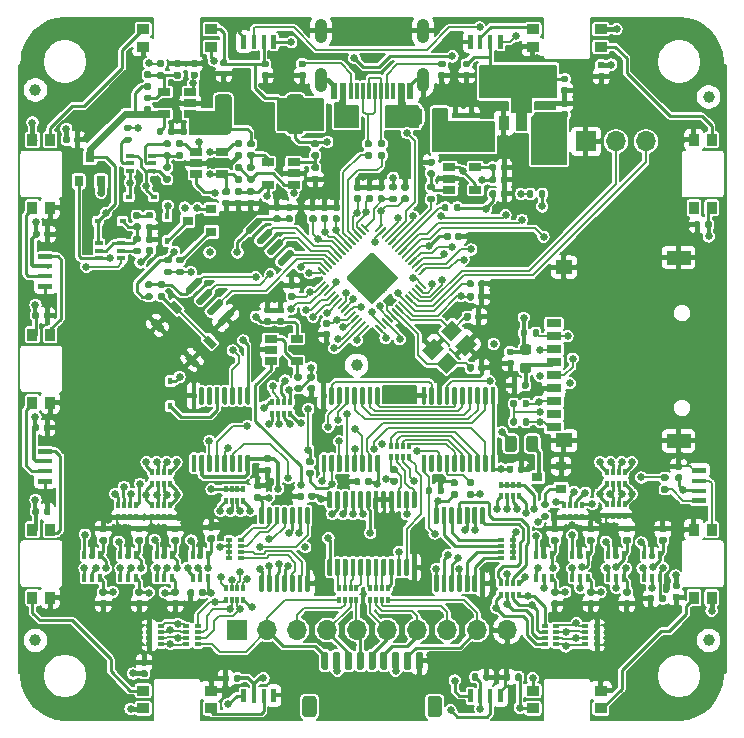
<source format=gtl>
G04 #@! TF.GenerationSoftware,KiCad,Pcbnew,(5.1.10)-1*
G04 #@! TF.CreationDate,2023-09-12T17:10:12+08:00*
G04 #@! TF.ProjectId,BusPirate-5-rev8,42757350-6972-4617-9465-2d352d726576,rev?*
G04 #@! TF.SameCoordinates,Original*
G04 #@! TF.FileFunction,Copper,L1,Top*
G04 #@! TF.FilePolarity,Positive*
%FSLAX46Y46*%
G04 Gerber Fmt 4.6, Leading zero omitted, Abs format (unit mm)*
G04 Created by KiCad (PCBNEW (5.1.10)-1) date 2023-09-12 17:10:12*
%MOMM*%
%LPD*%
G01*
G04 APERTURE LIST*
G04 #@! TA.AperFunction,ComponentPad*
%ADD10O,1.050000X2.100000*%
G04 #@! TD*
G04 #@! TA.AperFunction,SMDPad,CuDef*
%ADD11R,0.600000X1.450000*%
G04 #@! TD*
G04 #@! TA.AperFunction,SMDPad,CuDef*
%ADD12R,0.300000X1.450000*%
G04 #@! TD*
G04 #@! TA.AperFunction,SMDPad,CuDef*
%ADD13R,0.400000X0.500000*%
G04 #@! TD*
G04 #@! TA.AperFunction,SMDPad,CuDef*
%ADD14R,0.300000X0.500000*%
G04 #@! TD*
G04 #@! TA.AperFunction,SMDPad,CuDef*
%ADD15R,1.060000X0.650000*%
G04 #@! TD*
G04 #@! TA.AperFunction,SMDPad,CuDef*
%ADD16R,0.450000X0.600000*%
G04 #@! TD*
G04 #@! TA.AperFunction,ComponentPad*
%ADD17O,1.700000X1.700000*%
G04 #@! TD*
G04 #@! TA.AperFunction,ComponentPad*
%ADD18R,1.700000X1.700000*%
G04 #@! TD*
G04 #@! TA.AperFunction,SMDPad,CuDef*
%ADD19R,0.500000X0.400000*%
G04 #@! TD*
G04 #@! TA.AperFunction,SMDPad,CuDef*
%ADD20R,0.500000X0.300000*%
G04 #@! TD*
G04 #@! TA.AperFunction,SMDPad,CuDef*
%ADD21C,0.100000*%
G04 #@! TD*
G04 #@! TA.AperFunction,SMDPad,CuDef*
%ADD22R,0.430000X1.150000*%
G04 #@! TD*
G04 #@! TA.AperFunction,SMDPad,CuDef*
%ADD23R,1.150000X0.430000*%
G04 #@! TD*
G04 #@! TA.AperFunction,SMDPad,CuDef*
%ADD24R,0.820000X1.050000*%
G04 #@! TD*
G04 #@! TA.AperFunction,SMDPad,CuDef*
%ADD25R,1.050000X0.820000*%
G04 #@! TD*
G04 #@! TA.AperFunction,SMDPad,CuDef*
%ADD26R,0.400000X0.650000*%
G04 #@! TD*
G04 #@! TA.AperFunction,SMDPad,CuDef*
%ADD27R,1.300000X0.700000*%
G04 #@! TD*
G04 #@! TA.AperFunction,SMDPad,CuDef*
%ADD28R,1.400000X1.200000*%
G04 #@! TD*
G04 #@! TA.AperFunction,SMDPad,CuDef*
%ADD29R,2.000000X1.200000*%
G04 #@! TD*
G04 #@! TA.AperFunction,SMDPad,CuDef*
%ADD30R,0.600000X0.450000*%
G04 #@! TD*
G04 #@! TA.AperFunction,SMDPad,CuDef*
%ADD31R,0.650000X0.400000*%
G04 #@! TD*
G04 #@! TA.AperFunction,SMDPad,CuDef*
%ADD32R,0.800000X0.900000*%
G04 #@! TD*
G04 #@! TA.AperFunction,SMDPad,CuDef*
%ADD33R,0.900000X0.800000*%
G04 #@! TD*
G04 #@! TA.AperFunction,SMDPad,CuDef*
%ADD34R,0.900000X1.300000*%
G04 #@! TD*
G04 #@! TA.AperFunction,ComponentPad*
%ADD35C,0.600000*%
G04 #@! TD*
G04 #@! TA.AperFunction,SMDPad,CuDef*
%ADD36C,1.000000*%
G04 #@! TD*
G04 #@! TA.AperFunction,ViaPad*
%ADD37C,0.654800*%
G04 #@! TD*
G04 #@! TA.AperFunction,Conductor*
%ADD38C,0.254000*%
G04 #@! TD*
G04 #@! TA.AperFunction,Conductor*
%ADD39C,0.406400*%
G04 #@! TD*
G04 #@! TA.AperFunction,Conductor*
%ADD40C,0.304800*%
G04 #@! TD*
G04 #@! TA.AperFunction,Conductor*
%ADD41C,0.250000*%
G04 #@! TD*
G04 #@! TA.AperFunction,Conductor*
%ADD42C,0.203200*%
G04 #@! TD*
G04 #@! TA.AperFunction,Conductor*
%ADD43C,0.609600*%
G04 #@! TD*
G04 #@! TA.AperFunction,Conductor*
%ADD44C,0.177800*%
G04 #@! TD*
G04 #@! TA.AperFunction,Conductor*
%ADD45C,0.152400*%
G04 #@! TD*
G04 #@! TA.AperFunction,Conductor*
%ADD46C,0.100000*%
G04 #@! TD*
G04 APERTURE END LIST*
D10*
X125580000Y-61500000D03*
X134220000Y-61500000D03*
X125580000Y-65680000D03*
X134220000Y-65680000D03*
D11*
X126650000Y-66595000D03*
X127450000Y-66595000D03*
D12*
X128150000Y-66595000D03*
X128650000Y-66595000D03*
X129150000Y-66595000D03*
X129650000Y-66595000D03*
X131650000Y-66595000D03*
X131150000Y-66595000D03*
X130650000Y-66595000D03*
X130150000Y-66595000D03*
D11*
X132350000Y-66595000D03*
X133150000Y-66595000D03*
D13*
X122950000Y-92900000D03*
D14*
X122450000Y-92900000D03*
D13*
X121450000Y-92900000D03*
D14*
X121950000Y-92900000D03*
D13*
X122950000Y-93900000D03*
D14*
X121950000Y-93900000D03*
X122450000Y-93900000D03*
D13*
X121450000Y-93900000D03*
X127080000Y-109650000D03*
D14*
X127580000Y-109650000D03*
D13*
X128580000Y-109650000D03*
D14*
X128080000Y-109650000D03*
D13*
X127080000Y-108650000D03*
D14*
X128080000Y-108650000D03*
X127580000Y-108650000D03*
D13*
X128580000Y-108650000D03*
X129740000Y-109650000D03*
D14*
X130240000Y-109650000D03*
D13*
X131240000Y-109650000D03*
D14*
X130740000Y-109650000D03*
D13*
X129740000Y-108650000D03*
D14*
X130740000Y-108650000D03*
X130240000Y-108650000D03*
D13*
X131240000Y-108650000D03*
X142300000Y-108250000D03*
D14*
X141800000Y-108250000D03*
D13*
X140800000Y-108250000D03*
D14*
X141300000Y-108250000D03*
D13*
X142300000Y-109250000D03*
D14*
X141300000Y-109250000D03*
X141800000Y-109250000D03*
D13*
X140800000Y-109250000D03*
X119000000Y-108650000D03*
D14*
X118500000Y-108650000D03*
D13*
X117500000Y-108650000D03*
D14*
X118000000Y-108650000D03*
D13*
X119000000Y-109650000D03*
D14*
X118000000Y-109650000D03*
X118500000Y-109650000D03*
D13*
X117500000Y-109650000D03*
G04 #@! TA.AperFunction,SMDPad,CuDef*
G36*
G01*
X111070000Y-67450000D02*
X110730000Y-67450000D01*
G75*
G02*
X110590000Y-67310000I0J140000D01*
G01*
X110590000Y-67030000D01*
G75*
G02*
X110730000Y-66890000I140000J0D01*
G01*
X111070000Y-66890000D01*
G75*
G02*
X111210000Y-67030000I0J-140000D01*
G01*
X111210000Y-67310000D01*
G75*
G02*
X111070000Y-67450000I-140000J0D01*
G01*
G37*
G04 #@! TD.AperFunction*
G04 #@! TA.AperFunction,SMDPad,CuDef*
G36*
G01*
X111070000Y-68410000D02*
X110730000Y-68410000D01*
G75*
G02*
X110590000Y-68270000I0J140000D01*
G01*
X110590000Y-67990000D01*
G75*
G02*
X110730000Y-67850000I140000J0D01*
G01*
X111070000Y-67850000D01*
G75*
G02*
X111210000Y-67990000I0J-140000D01*
G01*
X111210000Y-68270000D01*
G75*
G02*
X111070000Y-68410000I-140000J0D01*
G01*
G37*
G04 #@! TD.AperFunction*
G04 #@! TA.AperFunction,SMDPad,CuDef*
G36*
G01*
X143560000Y-75115000D02*
X143560000Y-75485000D01*
G75*
G02*
X143425000Y-75620000I-135000J0D01*
G01*
X143155000Y-75620000D01*
G75*
G02*
X143020000Y-75485000I0J135000D01*
G01*
X143020000Y-75115000D01*
G75*
G02*
X143155000Y-74980000I135000J0D01*
G01*
X143425000Y-74980000D01*
G75*
G02*
X143560000Y-75115000I0J-135000D01*
G01*
G37*
G04 #@! TD.AperFunction*
G04 #@! TA.AperFunction,SMDPad,CuDef*
G36*
G01*
X144580000Y-75115000D02*
X144580000Y-75485000D01*
G75*
G02*
X144445000Y-75620000I-135000J0D01*
G01*
X144175000Y-75620000D01*
G75*
G02*
X144040000Y-75485000I0J135000D01*
G01*
X144040000Y-75115000D01*
G75*
G02*
X144175000Y-74980000I135000J0D01*
G01*
X144445000Y-74980000D01*
G75*
G02*
X144580000Y-75115000I0J-135000D01*
G01*
G37*
G04 #@! TD.AperFunction*
D15*
X138650000Y-73050000D03*
X138650000Y-74950000D03*
X136450000Y-74950000D03*
X136450000Y-74000000D03*
X136450000Y-73050000D03*
G04 #@! TA.AperFunction,SMDPad,CuDef*
G36*
G01*
X136360000Y-76265000D02*
X136360000Y-76635000D01*
G75*
G02*
X136225000Y-76770000I-135000J0D01*
G01*
X135955000Y-76770000D01*
G75*
G02*
X135820000Y-76635000I0J135000D01*
G01*
X135820000Y-76265000D01*
G75*
G02*
X135955000Y-76130000I135000J0D01*
G01*
X136225000Y-76130000D01*
G75*
G02*
X136360000Y-76265000I0J-135000D01*
G01*
G37*
G04 #@! TD.AperFunction*
G04 #@! TA.AperFunction,SMDPad,CuDef*
G36*
G01*
X137380000Y-76265000D02*
X137380000Y-76635000D01*
G75*
G02*
X137245000Y-76770000I-135000J0D01*
G01*
X136975000Y-76770000D01*
G75*
G02*
X136840000Y-76635000I0J135000D01*
G01*
X136840000Y-76265000D01*
G75*
G02*
X136975000Y-76130000I135000J0D01*
G01*
X137245000Y-76130000D01*
G75*
G02*
X137380000Y-76265000I0J-135000D01*
G01*
G37*
G04 #@! TD.AperFunction*
G04 #@! TA.AperFunction,SMDPad,CuDef*
G36*
G01*
X134715000Y-75460000D02*
X135085000Y-75460000D01*
G75*
G02*
X135220000Y-75595000I0J-135000D01*
G01*
X135220000Y-75865000D01*
G75*
G02*
X135085000Y-76000000I-135000J0D01*
G01*
X134715000Y-76000000D01*
G75*
G02*
X134580000Y-75865000I0J135000D01*
G01*
X134580000Y-75595000D01*
G75*
G02*
X134715000Y-75460000I135000J0D01*
G01*
G37*
G04 #@! TD.AperFunction*
G04 #@! TA.AperFunction,SMDPad,CuDef*
G36*
G01*
X134715000Y-74440000D02*
X135085000Y-74440000D01*
G75*
G02*
X135220000Y-74575000I0J-135000D01*
G01*
X135220000Y-74845000D01*
G75*
G02*
X135085000Y-74980000I-135000J0D01*
G01*
X134715000Y-74980000D01*
G75*
G02*
X134580000Y-74845000I0J135000D01*
G01*
X134580000Y-74575000D01*
G75*
G02*
X134715000Y-74440000I135000J0D01*
G01*
G37*
G04 #@! TD.AperFunction*
G04 #@! TA.AperFunction,SMDPad,CuDef*
G36*
G01*
X140400000Y-75130000D02*
X140400000Y-75470000D01*
G75*
G02*
X140260000Y-75610000I-140000J0D01*
G01*
X139980000Y-75610000D01*
G75*
G02*
X139840000Y-75470000I0J140000D01*
G01*
X139840000Y-75130000D01*
G75*
G02*
X139980000Y-74990000I140000J0D01*
G01*
X140260000Y-74990000D01*
G75*
G02*
X140400000Y-75130000I0J-140000D01*
G01*
G37*
G04 #@! TD.AperFunction*
G04 #@! TA.AperFunction,SMDPad,CuDef*
G36*
G01*
X141360000Y-75130000D02*
X141360000Y-75470000D01*
G75*
G02*
X141220000Y-75610000I-140000J0D01*
G01*
X140940000Y-75610000D01*
G75*
G02*
X140800000Y-75470000I0J140000D01*
G01*
X140800000Y-75130000D01*
G75*
G02*
X140940000Y-74990000I140000J0D01*
G01*
X141220000Y-74990000D01*
G75*
G02*
X141360000Y-75130000I0J-140000D01*
G01*
G37*
G04 #@! TD.AperFunction*
G04 #@! TA.AperFunction,SMDPad,CuDef*
G36*
G01*
X134730000Y-73300000D02*
X135070000Y-73300000D01*
G75*
G02*
X135210000Y-73440000I0J-140000D01*
G01*
X135210000Y-73720000D01*
G75*
G02*
X135070000Y-73860000I-140000J0D01*
G01*
X134730000Y-73860000D01*
G75*
G02*
X134590000Y-73720000I0J140000D01*
G01*
X134590000Y-73440000D01*
G75*
G02*
X134730000Y-73300000I140000J0D01*
G01*
G37*
G04 #@! TD.AperFunction*
G04 #@! TA.AperFunction,SMDPad,CuDef*
G36*
G01*
X134730000Y-72340000D02*
X135070000Y-72340000D01*
G75*
G02*
X135210000Y-72480000I0J-140000D01*
G01*
X135210000Y-72760000D01*
G75*
G02*
X135070000Y-72900000I-140000J0D01*
G01*
X134730000Y-72900000D01*
G75*
G02*
X134590000Y-72760000I0J140000D01*
G01*
X134590000Y-72480000D01*
G75*
G02*
X134730000Y-72340000I140000J0D01*
G01*
G37*
G04 #@! TD.AperFunction*
G04 #@! TA.AperFunction,SMDPad,CuDef*
G36*
G01*
X140400000Y-73930000D02*
X140400000Y-74270000D01*
G75*
G02*
X140260000Y-74410000I-140000J0D01*
G01*
X139980000Y-74410000D01*
G75*
G02*
X139840000Y-74270000I0J140000D01*
G01*
X139840000Y-73930000D01*
G75*
G02*
X139980000Y-73790000I140000J0D01*
G01*
X140260000Y-73790000D01*
G75*
G02*
X140400000Y-73930000I0J-140000D01*
G01*
G37*
G04 #@! TD.AperFunction*
G04 #@! TA.AperFunction,SMDPad,CuDef*
G36*
G01*
X141360000Y-73930000D02*
X141360000Y-74270000D01*
G75*
G02*
X141220000Y-74410000I-140000J0D01*
G01*
X140940000Y-74410000D01*
G75*
G02*
X140800000Y-74270000I0J140000D01*
G01*
X140800000Y-73930000D01*
G75*
G02*
X140940000Y-73790000I140000J0D01*
G01*
X141220000Y-73790000D01*
G75*
G02*
X141360000Y-73930000I0J-140000D01*
G01*
G37*
G04 #@! TD.AperFunction*
G04 #@! TA.AperFunction,SMDPad,CuDef*
G36*
G01*
X140800000Y-73220000D02*
X140800000Y-72880000D01*
G75*
G02*
X140940000Y-72740000I140000J0D01*
G01*
X141220000Y-72740000D01*
G75*
G02*
X141360000Y-72880000I0J-140000D01*
G01*
X141360000Y-73220000D01*
G75*
G02*
X141220000Y-73360000I-140000J0D01*
G01*
X140940000Y-73360000D01*
G75*
G02*
X140800000Y-73220000I0J140000D01*
G01*
G37*
G04 #@! TD.AperFunction*
G04 #@! TA.AperFunction,SMDPad,CuDef*
G36*
G01*
X139840000Y-73220000D02*
X139840000Y-72880000D01*
G75*
G02*
X139980000Y-72740000I140000J0D01*
G01*
X140260000Y-72740000D01*
G75*
G02*
X140400000Y-72880000I0J-140000D01*
G01*
X140400000Y-73220000D01*
G75*
G02*
X140260000Y-73360000I-140000J0D01*
G01*
X139980000Y-73360000D01*
G75*
G02*
X139840000Y-73220000I0J140000D01*
G01*
G37*
G04 #@! TD.AperFunction*
D16*
X112800000Y-93250000D03*
X112800000Y-91150000D03*
X112570000Y-79300000D03*
X112570000Y-77200000D03*
G04 #@! TA.AperFunction,SMDPad,CuDef*
G36*
G01*
X119275000Y-97375000D02*
X119475000Y-97375000D01*
G75*
G02*
X119575000Y-97475000I0J-100000D01*
G01*
X119575000Y-98750000D01*
G75*
G02*
X119475000Y-98850000I-100000J0D01*
G01*
X119275000Y-98850000D01*
G75*
G02*
X119175000Y-98750000I0J100000D01*
G01*
X119175000Y-97475000D01*
G75*
G02*
X119275000Y-97375000I100000J0D01*
G01*
G37*
G04 #@! TD.AperFunction*
G04 #@! TA.AperFunction,SMDPad,CuDef*
G36*
G01*
X118625000Y-97375000D02*
X118825000Y-97375000D01*
G75*
G02*
X118925000Y-97475000I0J-100000D01*
G01*
X118925000Y-98750000D01*
G75*
G02*
X118825000Y-98850000I-100000J0D01*
G01*
X118625000Y-98850000D01*
G75*
G02*
X118525000Y-98750000I0J100000D01*
G01*
X118525000Y-97475000D01*
G75*
G02*
X118625000Y-97375000I100000J0D01*
G01*
G37*
G04 #@! TD.AperFunction*
G04 #@! TA.AperFunction,SMDPad,CuDef*
G36*
G01*
X117975000Y-97375000D02*
X118175000Y-97375000D01*
G75*
G02*
X118275000Y-97475000I0J-100000D01*
G01*
X118275000Y-98750000D01*
G75*
G02*
X118175000Y-98850000I-100000J0D01*
G01*
X117975000Y-98850000D01*
G75*
G02*
X117875000Y-98750000I0J100000D01*
G01*
X117875000Y-97475000D01*
G75*
G02*
X117975000Y-97375000I100000J0D01*
G01*
G37*
G04 #@! TD.AperFunction*
G04 #@! TA.AperFunction,SMDPad,CuDef*
G36*
G01*
X117325000Y-97375000D02*
X117525000Y-97375000D01*
G75*
G02*
X117625000Y-97475000I0J-100000D01*
G01*
X117625000Y-98750000D01*
G75*
G02*
X117525000Y-98850000I-100000J0D01*
G01*
X117325000Y-98850000D01*
G75*
G02*
X117225000Y-98750000I0J100000D01*
G01*
X117225000Y-97475000D01*
G75*
G02*
X117325000Y-97375000I100000J0D01*
G01*
G37*
G04 #@! TD.AperFunction*
G04 #@! TA.AperFunction,SMDPad,CuDef*
G36*
G01*
X116675000Y-97375000D02*
X116875000Y-97375000D01*
G75*
G02*
X116975000Y-97475000I0J-100000D01*
G01*
X116975000Y-98750000D01*
G75*
G02*
X116875000Y-98850000I-100000J0D01*
G01*
X116675000Y-98850000D01*
G75*
G02*
X116575000Y-98750000I0J100000D01*
G01*
X116575000Y-97475000D01*
G75*
G02*
X116675000Y-97375000I100000J0D01*
G01*
G37*
G04 #@! TD.AperFunction*
G04 #@! TA.AperFunction,SMDPad,CuDef*
G36*
G01*
X116025000Y-97375000D02*
X116225000Y-97375000D01*
G75*
G02*
X116325000Y-97475000I0J-100000D01*
G01*
X116325000Y-98750000D01*
G75*
G02*
X116225000Y-98850000I-100000J0D01*
G01*
X116025000Y-98850000D01*
G75*
G02*
X115925000Y-98750000I0J100000D01*
G01*
X115925000Y-97475000D01*
G75*
G02*
X116025000Y-97375000I100000J0D01*
G01*
G37*
G04 #@! TD.AperFunction*
G04 #@! TA.AperFunction,SMDPad,CuDef*
G36*
G01*
X115375000Y-97375000D02*
X115575000Y-97375000D01*
G75*
G02*
X115675000Y-97475000I0J-100000D01*
G01*
X115675000Y-98750000D01*
G75*
G02*
X115575000Y-98850000I-100000J0D01*
G01*
X115375000Y-98850000D01*
G75*
G02*
X115275000Y-98750000I0J100000D01*
G01*
X115275000Y-97475000D01*
G75*
G02*
X115375000Y-97375000I100000J0D01*
G01*
G37*
G04 #@! TD.AperFunction*
G04 #@! TA.AperFunction,SMDPad,CuDef*
G36*
G01*
X114725000Y-97375000D02*
X114925000Y-97375000D01*
G75*
G02*
X115025000Y-97475000I0J-100000D01*
G01*
X115025000Y-98750000D01*
G75*
G02*
X114925000Y-98850000I-100000J0D01*
G01*
X114725000Y-98850000D01*
G75*
G02*
X114625000Y-98750000I0J100000D01*
G01*
X114625000Y-97475000D01*
G75*
G02*
X114725000Y-97375000I100000J0D01*
G01*
G37*
G04 #@! TD.AperFunction*
G04 #@! TA.AperFunction,SMDPad,CuDef*
G36*
G01*
X114725000Y-91650000D02*
X114925000Y-91650000D01*
G75*
G02*
X115025000Y-91750000I0J-100000D01*
G01*
X115025000Y-93025000D01*
G75*
G02*
X114925000Y-93125000I-100000J0D01*
G01*
X114725000Y-93125000D01*
G75*
G02*
X114625000Y-93025000I0J100000D01*
G01*
X114625000Y-91750000D01*
G75*
G02*
X114725000Y-91650000I100000J0D01*
G01*
G37*
G04 #@! TD.AperFunction*
G04 #@! TA.AperFunction,SMDPad,CuDef*
G36*
G01*
X115375000Y-91650000D02*
X115575000Y-91650000D01*
G75*
G02*
X115675000Y-91750000I0J-100000D01*
G01*
X115675000Y-93025000D01*
G75*
G02*
X115575000Y-93125000I-100000J0D01*
G01*
X115375000Y-93125000D01*
G75*
G02*
X115275000Y-93025000I0J100000D01*
G01*
X115275000Y-91750000D01*
G75*
G02*
X115375000Y-91650000I100000J0D01*
G01*
G37*
G04 #@! TD.AperFunction*
G04 #@! TA.AperFunction,SMDPad,CuDef*
G36*
G01*
X116025000Y-91650000D02*
X116225000Y-91650000D01*
G75*
G02*
X116325000Y-91750000I0J-100000D01*
G01*
X116325000Y-93025000D01*
G75*
G02*
X116225000Y-93125000I-100000J0D01*
G01*
X116025000Y-93125000D01*
G75*
G02*
X115925000Y-93025000I0J100000D01*
G01*
X115925000Y-91750000D01*
G75*
G02*
X116025000Y-91650000I100000J0D01*
G01*
G37*
G04 #@! TD.AperFunction*
G04 #@! TA.AperFunction,SMDPad,CuDef*
G36*
G01*
X116675000Y-91650000D02*
X116875000Y-91650000D01*
G75*
G02*
X116975000Y-91750000I0J-100000D01*
G01*
X116975000Y-93025000D01*
G75*
G02*
X116875000Y-93125000I-100000J0D01*
G01*
X116675000Y-93125000D01*
G75*
G02*
X116575000Y-93025000I0J100000D01*
G01*
X116575000Y-91750000D01*
G75*
G02*
X116675000Y-91650000I100000J0D01*
G01*
G37*
G04 #@! TD.AperFunction*
G04 #@! TA.AperFunction,SMDPad,CuDef*
G36*
G01*
X117325000Y-91650000D02*
X117525000Y-91650000D01*
G75*
G02*
X117625000Y-91750000I0J-100000D01*
G01*
X117625000Y-93025000D01*
G75*
G02*
X117525000Y-93125000I-100000J0D01*
G01*
X117325000Y-93125000D01*
G75*
G02*
X117225000Y-93025000I0J100000D01*
G01*
X117225000Y-91750000D01*
G75*
G02*
X117325000Y-91650000I100000J0D01*
G01*
G37*
G04 #@! TD.AperFunction*
G04 #@! TA.AperFunction,SMDPad,CuDef*
G36*
G01*
X117975000Y-91650000D02*
X118175000Y-91650000D01*
G75*
G02*
X118275000Y-91750000I0J-100000D01*
G01*
X118275000Y-93025000D01*
G75*
G02*
X118175000Y-93125000I-100000J0D01*
G01*
X117975000Y-93125000D01*
G75*
G02*
X117875000Y-93025000I0J100000D01*
G01*
X117875000Y-91750000D01*
G75*
G02*
X117975000Y-91650000I100000J0D01*
G01*
G37*
G04 #@! TD.AperFunction*
G04 #@! TA.AperFunction,SMDPad,CuDef*
G36*
G01*
X118625000Y-91650000D02*
X118825000Y-91650000D01*
G75*
G02*
X118925000Y-91750000I0J-100000D01*
G01*
X118925000Y-93025000D01*
G75*
G02*
X118825000Y-93125000I-100000J0D01*
G01*
X118625000Y-93125000D01*
G75*
G02*
X118525000Y-93025000I0J100000D01*
G01*
X118525000Y-91750000D01*
G75*
G02*
X118625000Y-91650000I100000J0D01*
G01*
G37*
G04 #@! TD.AperFunction*
G04 #@! TA.AperFunction,SMDPad,CuDef*
G36*
G01*
X119275000Y-91650000D02*
X119475000Y-91650000D01*
G75*
G02*
X119575000Y-91750000I0J-100000D01*
G01*
X119575000Y-93025000D01*
G75*
G02*
X119475000Y-93125000I-100000J0D01*
G01*
X119275000Y-93125000D01*
G75*
G02*
X119175000Y-93025000I0J100000D01*
G01*
X119175000Y-91750000D01*
G75*
G02*
X119275000Y-91650000I100000J0D01*
G01*
G37*
G04 #@! TD.AperFunction*
D17*
X153090000Y-70850000D03*
X150550000Y-70850000D03*
D18*
X148010000Y-70850000D03*
G04 #@! TA.AperFunction,SMDPad,CuDef*
G36*
G01*
X118000000Y-67124999D02*
X118000000Y-69975001D01*
G75*
G02*
X117750001Y-70225000I-249999J0D01*
G01*
X116849999Y-70225000D01*
G75*
G02*
X116600000Y-69975001I0J249999D01*
G01*
X116600000Y-67124999D01*
G75*
G02*
X116849999Y-66875000I249999J0D01*
G01*
X117750001Y-66875000D01*
G75*
G02*
X118000000Y-67124999I0J-249999D01*
G01*
G37*
G04 #@! TD.AperFunction*
G04 #@! TA.AperFunction,SMDPad,CuDef*
G36*
G01*
X124100000Y-67124999D02*
X124100000Y-69975001D01*
G75*
G02*
X123850001Y-70225000I-249999J0D01*
G01*
X122949999Y-70225000D01*
G75*
G02*
X122700000Y-69975001I0J249999D01*
G01*
X122700000Y-67124999D01*
G75*
G02*
X122949999Y-66875000I249999J0D01*
G01*
X123850001Y-66875000D01*
G75*
G02*
X124100000Y-67124999I0J-249999D01*
G01*
G37*
G04 #@! TD.AperFunction*
D19*
X118800000Y-106100000D03*
D20*
X118800000Y-105600000D03*
D19*
X118800000Y-104600000D03*
D20*
X118800000Y-105100000D03*
D19*
X117800000Y-106100000D03*
D20*
X117800000Y-105100000D03*
X117800000Y-105600000D03*
D19*
X117800000Y-104600000D03*
X140800000Y-104600000D03*
D20*
X140800000Y-105100000D03*
D19*
X140800000Y-106100000D03*
D20*
X140800000Y-105600000D03*
D19*
X141800000Y-104600000D03*
D20*
X141800000Y-105600000D03*
X141800000Y-105100000D03*
D19*
X141800000Y-106100000D03*
D13*
X133000000Y-96600000D03*
D14*
X132500000Y-96600000D03*
D13*
X131500000Y-96600000D03*
D14*
X132000000Y-96600000D03*
D13*
X133000000Y-97600000D03*
D14*
X132000000Y-97600000D03*
X132500000Y-97600000D03*
D13*
X131500000Y-97600000D03*
G04 #@! TA.AperFunction,SMDPad,CuDef*
G36*
G01*
X138435000Y-101030000D02*
X138065000Y-101030000D01*
G75*
G02*
X137930000Y-100895000I0J135000D01*
G01*
X137930000Y-100625000D01*
G75*
G02*
X138065000Y-100490000I135000J0D01*
G01*
X138435000Y-100490000D01*
G75*
G02*
X138570000Y-100625000I0J-135000D01*
G01*
X138570000Y-100895000D01*
G75*
G02*
X138435000Y-101030000I-135000J0D01*
G01*
G37*
G04 #@! TD.AperFunction*
G04 #@! TA.AperFunction,SMDPad,CuDef*
G36*
G01*
X138435000Y-100010000D02*
X138065000Y-100010000D01*
G75*
G02*
X137930000Y-99875000I0J135000D01*
G01*
X137930000Y-99605000D01*
G75*
G02*
X138065000Y-99470000I135000J0D01*
G01*
X138435000Y-99470000D01*
G75*
G02*
X138570000Y-99605000I0J-135000D01*
G01*
X138570000Y-99875000D01*
G75*
G02*
X138435000Y-100010000I-135000J0D01*
G01*
G37*
G04 #@! TD.AperFunction*
G04 #@! TA.AperFunction,SMDPad,CuDef*
D21*
G36*
X140560000Y-61850000D02*
G01*
X140990000Y-61850000D01*
X140990000Y-63000000D01*
X140560000Y-63000000D01*
X140560000Y-61850000D01*
G37*
G04 #@! TD.AperFunction*
D22*
X139075000Y-62425000D03*
X139925000Y-62425000D03*
G04 #@! TA.AperFunction,SMDPad,CuDef*
D21*
G36*
X138010000Y-61850000D02*
G01*
X138440000Y-61850000D01*
X138440000Y-63000000D01*
X138010000Y-63000000D01*
X138010000Y-61850000D01*
G37*
G04 #@! TD.AperFunction*
G04 #@! TA.AperFunction,SMDPad,CuDef*
G36*
X121360000Y-61850000D02*
G01*
X121790000Y-61850000D01*
X121790000Y-63000000D01*
X121360000Y-63000000D01*
X121360000Y-61850000D01*
G37*
G04 #@! TD.AperFunction*
D22*
X119875000Y-62425000D03*
X120725000Y-62425000D03*
G04 #@! TA.AperFunction,SMDPad,CuDef*
D21*
G36*
X118810000Y-61850000D02*
G01*
X119240000Y-61850000D01*
X119240000Y-63000000D01*
X118810000Y-63000000D01*
X118810000Y-61850000D01*
G37*
G04 #@! TD.AperFunction*
G04 #@! TA.AperFunction,SMDPad,CuDef*
G36*
X101650000Y-80790000D02*
G01*
X101650000Y-80360000D01*
X102800000Y-80360000D01*
X102800000Y-80790000D01*
X101650000Y-80790000D01*
G37*
G04 #@! TD.AperFunction*
D23*
X102225000Y-82275000D03*
X102225000Y-81425000D03*
G04 #@! TA.AperFunction,SMDPad,CuDef*
D21*
G36*
X101650000Y-83340000D02*
G01*
X101650000Y-82910000D01*
X102800000Y-82910000D01*
X102800000Y-83340000D01*
X101650000Y-83340000D01*
G37*
G04 #@! TD.AperFunction*
G04 #@! TA.AperFunction,SMDPad,CuDef*
G36*
X101650000Y-97290000D02*
G01*
X101650000Y-96860000D01*
X102800000Y-96860000D01*
X102800000Y-97290000D01*
X101650000Y-97290000D01*
G37*
G04 #@! TD.AperFunction*
D23*
X102225000Y-98775000D03*
X102225000Y-97925000D03*
G04 #@! TA.AperFunction,SMDPad,CuDef*
D21*
G36*
X101650000Y-99840000D02*
G01*
X101650000Y-99410000D01*
X102800000Y-99410000D01*
X102800000Y-99840000D01*
X101650000Y-99840000D01*
G37*
G04 #@! TD.AperFunction*
G04 #@! TA.AperFunction,SMDPad,CuDef*
G36*
X119240000Y-118350000D02*
G01*
X118810000Y-118350000D01*
X118810000Y-117200000D01*
X119240000Y-117200000D01*
X119240000Y-118350000D01*
G37*
G04 #@! TD.AperFunction*
D22*
X120725000Y-117775000D03*
X119875000Y-117775000D03*
G04 #@! TA.AperFunction,SMDPad,CuDef*
D21*
G36*
X121790000Y-118350000D02*
G01*
X121360000Y-118350000D01*
X121360000Y-117200000D01*
X121790000Y-117200000D01*
X121790000Y-118350000D01*
G37*
G04 #@! TD.AperFunction*
G04 #@! TA.AperFunction,SMDPad,CuDef*
G36*
X138440000Y-118350000D02*
G01*
X138010000Y-118350000D01*
X138010000Y-117200000D01*
X138440000Y-117200000D01*
X138440000Y-118350000D01*
G37*
G04 #@! TD.AperFunction*
D22*
X139925000Y-117775000D03*
X139075000Y-117775000D03*
G04 #@! TA.AperFunction,SMDPad,CuDef*
D21*
G36*
X140990000Y-118350000D02*
G01*
X140560000Y-118350000D01*
X140560000Y-117200000D01*
X140990000Y-117200000D01*
X140990000Y-118350000D01*
G37*
G04 #@! TD.AperFunction*
G04 #@! TA.AperFunction,SMDPad,CuDef*
G36*
X158150000Y-101060000D02*
G01*
X158150000Y-101490000D01*
X157000000Y-101490000D01*
X157000000Y-101060000D01*
X158150000Y-101060000D01*
G37*
G04 #@! TD.AperFunction*
D23*
X157575000Y-99575000D03*
X157575000Y-100425000D03*
G04 #@! TA.AperFunction,SMDPad,CuDef*
D21*
G36*
X158150000Y-98510000D02*
G01*
X158150000Y-98940000D01*
X157000000Y-98940000D01*
X157000000Y-98510000D01*
X158150000Y-98510000D01*
G37*
G04 #@! TD.AperFunction*
D24*
X102650000Y-109475000D03*
X101150000Y-109475000D03*
X101150000Y-103725000D03*
X102650000Y-103725000D03*
X102650000Y-92975000D03*
X101150000Y-92975000D03*
X101150000Y-87225000D03*
X102650000Y-87225000D03*
X102650000Y-76475000D03*
X101150000Y-76475000D03*
X101150000Y-70725000D03*
X102650000Y-70725000D03*
D25*
X110525000Y-62850000D03*
X110525000Y-61350000D03*
X116275000Y-61350000D03*
X116275000Y-62850000D03*
X143525000Y-62850000D03*
X143525000Y-61350000D03*
X149275000Y-61350000D03*
X149275000Y-62850000D03*
D24*
X157150000Y-70725000D03*
X158650000Y-70725000D03*
X158650000Y-76475000D03*
X157150000Y-76475000D03*
X157150000Y-103725000D03*
X158650000Y-103725000D03*
X158650000Y-109475000D03*
X157150000Y-109475000D03*
D25*
X149275000Y-117350000D03*
X149275000Y-118850000D03*
X143525000Y-118850000D03*
X143525000Y-117350000D03*
X116275000Y-117350000D03*
X116275000Y-118850000D03*
X110525000Y-118850000D03*
X110525000Y-117350000D03*
G04 #@! TA.AperFunction,SMDPad,CuDef*
G36*
G01*
X142640000Y-94785000D02*
X142640000Y-94415000D01*
G75*
G02*
X142775000Y-94280000I135000J0D01*
G01*
X143045000Y-94280000D01*
G75*
G02*
X143180000Y-94415000I0J-135000D01*
G01*
X143180000Y-94785000D01*
G75*
G02*
X143045000Y-94920000I-135000J0D01*
G01*
X142775000Y-94920000D01*
G75*
G02*
X142640000Y-94785000I0J135000D01*
G01*
G37*
G04 #@! TD.AperFunction*
G04 #@! TA.AperFunction,SMDPad,CuDef*
G36*
G01*
X141620000Y-94785000D02*
X141620000Y-94415000D01*
G75*
G02*
X141755000Y-94280000I135000J0D01*
G01*
X142025000Y-94280000D01*
G75*
G02*
X142160000Y-94415000I0J-135000D01*
G01*
X142160000Y-94785000D01*
G75*
G02*
X142025000Y-94920000I-135000J0D01*
G01*
X141755000Y-94920000D01*
G75*
G02*
X141620000Y-94785000I0J135000D01*
G01*
G37*
G04 #@! TD.AperFunction*
G04 #@! TA.AperFunction,SMDPad,CuDef*
G36*
G01*
X136697500Y-100440000D02*
X137042500Y-100440000D01*
G75*
G02*
X137190000Y-100587500I0J-147500D01*
G01*
X137190000Y-100882500D01*
G75*
G02*
X137042500Y-101030000I-147500J0D01*
G01*
X136697500Y-101030000D01*
G75*
G02*
X136550000Y-100882500I0J147500D01*
G01*
X136550000Y-100587500D01*
G75*
G02*
X136697500Y-100440000I147500J0D01*
G01*
G37*
G04 #@! TD.AperFunction*
G04 #@! TA.AperFunction,SMDPad,CuDef*
G36*
G01*
X136697500Y-99470000D02*
X137042500Y-99470000D01*
G75*
G02*
X137190000Y-99617500I0J-147500D01*
G01*
X137190000Y-99912500D01*
G75*
G02*
X137042500Y-100060000I-147500J0D01*
G01*
X136697500Y-100060000D01*
G75*
G02*
X136550000Y-99912500I0J147500D01*
G01*
X136550000Y-99617500D01*
G75*
G02*
X136697500Y-99470000I147500J0D01*
G01*
G37*
G04 #@! TD.AperFunction*
D26*
X151200000Y-107800000D03*
X149900000Y-107800000D03*
X150550000Y-105900000D03*
X150550000Y-107800000D03*
X149900000Y-105900000D03*
X151200000Y-105900000D03*
D13*
X119000000Y-100300000D03*
D14*
X118500000Y-100300000D03*
D13*
X117500000Y-100300000D03*
D14*
X118000000Y-100300000D03*
D13*
X119000000Y-101300000D03*
D14*
X118000000Y-101300000D03*
X118500000Y-101300000D03*
D13*
X117500000Y-101300000D03*
X142300000Y-99900000D03*
D14*
X141800000Y-99900000D03*
D13*
X140800000Y-99900000D03*
D14*
X141300000Y-99900000D03*
D13*
X142300000Y-100900000D03*
D14*
X141300000Y-100900000D03*
X141800000Y-100900000D03*
D13*
X140800000Y-100900000D03*
D26*
X154250000Y-105900000D03*
X152950000Y-105900000D03*
X153600000Y-107800000D03*
X153600000Y-105900000D03*
X152950000Y-107800000D03*
X154250000Y-107800000D03*
D19*
X145500000Y-113400000D03*
D20*
X145500000Y-112900000D03*
D19*
X145500000Y-111900000D03*
D20*
X145500000Y-112400000D03*
D19*
X144500000Y-113400000D03*
D20*
X144500000Y-112400000D03*
X144500000Y-112900000D03*
D19*
X144500000Y-111900000D03*
D13*
X149800000Y-102550000D03*
D14*
X150800000Y-102550000D03*
X150300000Y-102550000D03*
D13*
X151300000Y-102550000D03*
D14*
X150300000Y-101550000D03*
D13*
X149800000Y-101550000D03*
D14*
X150800000Y-101550000D03*
D13*
X151300000Y-101550000D03*
G04 #@! TA.AperFunction,SMDPad,CuDef*
G36*
G01*
X126425000Y-101925000D02*
X126225000Y-101925000D01*
G75*
G02*
X126125000Y-101825000I0J100000D01*
G01*
X126125000Y-100550000D01*
G75*
G02*
X126225000Y-100450000I100000J0D01*
G01*
X126425000Y-100450000D01*
G75*
G02*
X126525000Y-100550000I0J-100000D01*
G01*
X126525000Y-101825000D01*
G75*
G02*
X126425000Y-101925000I-100000J0D01*
G01*
G37*
G04 #@! TD.AperFunction*
G04 #@! TA.AperFunction,SMDPad,CuDef*
G36*
G01*
X127075000Y-101925000D02*
X126875000Y-101925000D01*
G75*
G02*
X126775000Y-101825000I0J100000D01*
G01*
X126775000Y-100550000D01*
G75*
G02*
X126875000Y-100450000I100000J0D01*
G01*
X127075000Y-100450000D01*
G75*
G02*
X127175000Y-100550000I0J-100000D01*
G01*
X127175000Y-101825000D01*
G75*
G02*
X127075000Y-101925000I-100000J0D01*
G01*
G37*
G04 #@! TD.AperFunction*
G04 #@! TA.AperFunction,SMDPad,CuDef*
G36*
G01*
X127725000Y-101925000D02*
X127525000Y-101925000D01*
G75*
G02*
X127425000Y-101825000I0J100000D01*
G01*
X127425000Y-100550000D01*
G75*
G02*
X127525000Y-100450000I100000J0D01*
G01*
X127725000Y-100450000D01*
G75*
G02*
X127825000Y-100550000I0J-100000D01*
G01*
X127825000Y-101825000D01*
G75*
G02*
X127725000Y-101925000I-100000J0D01*
G01*
G37*
G04 #@! TD.AperFunction*
G04 #@! TA.AperFunction,SMDPad,CuDef*
G36*
G01*
X128375000Y-101925000D02*
X128175000Y-101925000D01*
G75*
G02*
X128075000Y-101825000I0J100000D01*
G01*
X128075000Y-100550000D01*
G75*
G02*
X128175000Y-100450000I100000J0D01*
G01*
X128375000Y-100450000D01*
G75*
G02*
X128475000Y-100550000I0J-100000D01*
G01*
X128475000Y-101825000D01*
G75*
G02*
X128375000Y-101925000I-100000J0D01*
G01*
G37*
G04 #@! TD.AperFunction*
G04 #@! TA.AperFunction,SMDPad,CuDef*
G36*
G01*
X129025000Y-101925000D02*
X128825000Y-101925000D01*
G75*
G02*
X128725000Y-101825000I0J100000D01*
G01*
X128725000Y-100550000D01*
G75*
G02*
X128825000Y-100450000I100000J0D01*
G01*
X129025000Y-100450000D01*
G75*
G02*
X129125000Y-100550000I0J-100000D01*
G01*
X129125000Y-101825000D01*
G75*
G02*
X129025000Y-101925000I-100000J0D01*
G01*
G37*
G04 #@! TD.AperFunction*
G04 #@! TA.AperFunction,SMDPad,CuDef*
G36*
G01*
X129675000Y-101925000D02*
X129475000Y-101925000D01*
G75*
G02*
X129375000Y-101825000I0J100000D01*
G01*
X129375000Y-100550000D01*
G75*
G02*
X129475000Y-100450000I100000J0D01*
G01*
X129675000Y-100450000D01*
G75*
G02*
X129775000Y-100550000I0J-100000D01*
G01*
X129775000Y-101825000D01*
G75*
G02*
X129675000Y-101925000I-100000J0D01*
G01*
G37*
G04 #@! TD.AperFunction*
G04 #@! TA.AperFunction,SMDPad,CuDef*
G36*
G01*
X130325000Y-101925000D02*
X130125000Y-101925000D01*
G75*
G02*
X130025000Y-101825000I0J100000D01*
G01*
X130025000Y-100550000D01*
G75*
G02*
X130125000Y-100450000I100000J0D01*
G01*
X130325000Y-100450000D01*
G75*
G02*
X130425000Y-100550000I0J-100000D01*
G01*
X130425000Y-101825000D01*
G75*
G02*
X130325000Y-101925000I-100000J0D01*
G01*
G37*
G04 #@! TD.AperFunction*
G04 #@! TA.AperFunction,SMDPad,CuDef*
G36*
G01*
X130975000Y-101925000D02*
X130775000Y-101925000D01*
G75*
G02*
X130675000Y-101825000I0J100000D01*
G01*
X130675000Y-100550000D01*
G75*
G02*
X130775000Y-100450000I100000J0D01*
G01*
X130975000Y-100450000D01*
G75*
G02*
X131075000Y-100550000I0J-100000D01*
G01*
X131075000Y-101825000D01*
G75*
G02*
X130975000Y-101925000I-100000J0D01*
G01*
G37*
G04 #@! TD.AperFunction*
G04 #@! TA.AperFunction,SMDPad,CuDef*
G36*
G01*
X131625000Y-101925000D02*
X131425000Y-101925000D01*
G75*
G02*
X131325000Y-101825000I0J100000D01*
G01*
X131325000Y-100550000D01*
G75*
G02*
X131425000Y-100450000I100000J0D01*
G01*
X131625000Y-100450000D01*
G75*
G02*
X131725000Y-100550000I0J-100000D01*
G01*
X131725000Y-101825000D01*
G75*
G02*
X131625000Y-101925000I-100000J0D01*
G01*
G37*
G04 #@! TD.AperFunction*
G04 #@! TA.AperFunction,SMDPad,CuDef*
G36*
G01*
X132275000Y-101925000D02*
X132075000Y-101925000D01*
G75*
G02*
X131975000Y-101825000I0J100000D01*
G01*
X131975000Y-100550000D01*
G75*
G02*
X132075000Y-100450000I100000J0D01*
G01*
X132275000Y-100450000D01*
G75*
G02*
X132375000Y-100550000I0J-100000D01*
G01*
X132375000Y-101825000D01*
G75*
G02*
X132275000Y-101925000I-100000J0D01*
G01*
G37*
G04 #@! TD.AperFunction*
G04 #@! TA.AperFunction,SMDPad,CuDef*
G36*
G01*
X132925000Y-101925000D02*
X132725000Y-101925000D01*
G75*
G02*
X132625000Y-101825000I0J100000D01*
G01*
X132625000Y-100550000D01*
G75*
G02*
X132725000Y-100450000I100000J0D01*
G01*
X132925000Y-100450000D01*
G75*
G02*
X133025000Y-100550000I0J-100000D01*
G01*
X133025000Y-101825000D01*
G75*
G02*
X132925000Y-101925000I-100000J0D01*
G01*
G37*
G04 #@! TD.AperFunction*
G04 #@! TA.AperFunction,SMDPad,CuDef*
G36*
G01*
X133575000Y-101925000D02*
X133375000Y-101925000D01*
G75*
G02*
X133275000Y-101825000I0J100000D01*
G01*
X133275000Y-100550000D01*
G75*
G02*
X133375000Y-100450000I100000J0D01*
G01*
X133575000Y-100450000D01*
G75*
G02*
X133675000Y-100550000I0J-100000D01*
G01*
X133675000Y-101825000D01*
G75*
G02*
X133575000Y-101925000I-100000J0D01*
G01*
G37*
G04 #@! TD.AperFunction*
G04 #@! TA.AperFunction,SMDPad,CuDef*
G36*
G01*
X133575000Y-107650000D02*
X133375000Y-107650000D01*
G75*
G02*
X133275000Y-107550000I0J100000D01*
G01*
X133275000Y-106275000D01*
G75*
G02*
X133375000Y-106175000I100000J0D01*
G01*
X133575000Y-106175000D01*
G75*
G02*
X133675000Y-106275000I0J-100000D01*
G01*
X133675000Y-107550000D01*
G75*
G02*
X133575000Y-107650000I-100000J0D01*
G01*
G37*
G04 #@! TD.AperFunction*
G04 #@! TA.AperFunction,SMDPad,CuDef*
G36*
G01*
X132925000Y-107650000D02*
X132725000Y-107650000D01*
G75*
G02*
X132625000Y-107550000I0J100000D01*
G01*
X132625000Y-106275000D01*
G75*
G02*
X132725000Y-106175000I100000J0D01*
G01*
X132925000Y-106175000D01*
G75*
G02*
X133025000Y-106275000I0J-100000D01*
G01*
X133025000Y-107550000D01*
G75*
G02*
X132925000Y-107650000I-100000J0D01*
G01*
G37*
G04 #@! TD.AperFunction*
G04 #@! TA.AperFunction,SMDPad,CuDef*
G36*
G01*
X132275000Y-107650000D02*
X132075000Y-107650000D01*
G75*
G02*
X131975000Y-107550000I0J100000D01*
G01*
X131975000Y-106275000D01*
G75*
G02*
X132075000Y-106175000I100000J0D01*
G01*
X132275000Y-106175000D01*
G75*
G02*
X132375000Y-106275000I0J-100000D01*
G01*
X132375000Y-107550000D01*
G75*
G02*
X132275000Y-107650000I-100000J0D01*
G01*
G37*
G04 #@! TD.AperFunction*
G04 #@! TA.AperFunction,SMDPad,CuDef*
G36*
G01*
X131625000Y-107650000D02*
X131425000Y-107650000D01*
G75*
G02*
X131325000Y-107550000I0J100000D01*
G01*
X131325000Y-106275000D01*
G75*
G02*
X131425000Y-106175000I100000J0D01*
G01*
X131625000Y-106175000D01*
G75*
G02*
X131725000Y-106275000I0J-100000D01*
G01*
X131725000Y-107550000D01*
G75*
G02*
X131625000Y-107650000I-100000J0D01*
G01*
G37*
G04 #@! TD.AperFunction*
G04 #@! TA.AperFunction,SMDPad,CuDef*
G36*
G01*
X130975000Y-107650000D02*
X130775000Y-107650000D01*
G75*
G02*
X130675000Y-107550000I0J100000D01*
G01*
X130675000Y-106275000D01*
G75*
G02*
X130775000Y-106175000I100000J0D01*
G01*
X130975000Y-106175000D01*
G75*
G02*
X131075000Y-106275000I0J-100000D01*
G01*
X131075000Y-107550000D01*
G75*
G02*
X130975000Y-107650000I-100000J0D01*
G01*
G37*
G04 #@! TD.AperFunction*
G04 #@! TA.AperFunction,SMDPad,CuDef*
G36*
G01*
X130325000Y-107650000D02*
X130125000Y-107650000D01*
G75*
G02*
X130025000Y-107550000I0J100000D01*
G01*
X130025000Y-106275000D01*
G75*
G02*
X130125000Y-106175000I100000J0D01*
G01*
X130325000Y-106175000D01*
G75*
G02*
X130425000Y-106275000I0J-100000D01*
G01*
X130425000Y-107550000D01*
G75*
G02*
X130325000Y-107650000I-100000J0D01*
G01*
G37*
G04 #@! TD.AperFunction*
G04 #@! TA.AperFunction,SMDPad,CuDef*
G36*
G01*
X129675000Y-107650000D02*
X129475000Y-107650000D01*
G75*
G02*
X129375000Y-107550000I0J100000D01*
G01*
X129375000Y-106275000D01*
G75*
G02*
X129475000Y-106175000I100000J0D01*
G01*
X129675000Y-106175000D01*
G75*
G02*
X129775000Y-106275000I0J-100000D01*
G01*
X129775000Y-107550000D01*
G75*
G02*
X129675000Y-107650000I-100000J0D01*
G01*
G37*
G04 #@! TD.AperFunction*
G04 #@! TA.AperFunction,SMDPad,CuDef*
G36*
G01*
X129025000Y-107650000D02*
X128825000Y-107650000D01*
G75*
G02*
X128725000Y-107550000I0J100000D01*
G01*
X128725000Y-106275000D01*
G75*
G02*
X128825000Y-106175000I100000J0D01*
G01*
X129025000Y-106175000D01*
G75*
G02*
X129125000Y-106275000I0J-100000D01*
G01*
X129125000Y-107550000D01*
G75*
G02*
X129025000Y-107650000I-100000J0D01*
G01*
G37*
G04 #@! TD.AperFunction*
G04 #@! TA.AperFunction,SMDPad,CuDef*
G36*
G01*
X128375000Y-107650000D02*
X128175000Y-107650000D01*
G75*
G02*
X128075000Y-107550000I0J100000D01*
G01*
X128075000Y-106275000D01*
G75*
G02*
X128175000Y-106175000I100000J0D01*
G01*
X128375000Y-106175000D01*
G75*
G02*
X128475000Y-106275000I0J-100000D01*
G01*
X128475000Y-107550000D01*
G75*
G02*
X128375000Y-107650000I-100000J0D01*
G01*
G37*
G04 #@! TD.AperFunction*
G04 #@! TA.AperFunction,SMDPad,CuDef*
G36*
G01*
X127725000Y-107650000D02*
X127525000Y-107650000D01*
G75*
G02*
X127425000Y-107550000I0J100000D01*
G01*
X127425000Y-106275000D01*
G75*
G02*
X127525000Y-106175000I100000J0D01*
G01*
X127725000Y-106175000D01*
G75*
G02*
X127825000Y-106275000I0J-100000D01*
G01*
X127825000Y-107550000D01*
G75*
G02*
X127725000Y-107650000I-100000J0D01*
G01*
G37*
G04 #@! TD.AperFunction*
G04 #@! TA.AperFunction,SMDPad,CuDef*
G36*
G01*
X127075000Y-107650000D02*
X126875000Y-107650000D01*
G75*
G02*
X126775000Y-107550000I0J100000D01*
G01*
X126775000Y-106275000D01*
G75*
G02*
X126875000Y-106175000I100000J0D01*
G01*
X127075000Y-106175000D01*
G75*
G02*
X127175000Y-106275000I0J-100000D01*
G01*
X127175000Y-107550000D01*
G75*
G02*
X127075000Y-107650000I-100000J0D01*
G01*
G37*
G04 #@! TD.AperFunction*
G04 #@! TA.AperFunction,SMDPad,CuDef*
G36*
G01*
X126425000Y-107650000D02*
X126225000Y-107650000D01*
G75*
G02*
X126125000Y-107550000I0J100000D01*
G01*
X126125000Y-106275000D01*
G75*
G02*
X126225000Y-106175000I100000J0D01*
G01*
X126425000Y-106175000D01*
G75*
G02*
X126525000Y-106275000I0J-100000D01*
G01*
X126525000Y-107550000D01*
G75*
G02*
X126425000Y-107650000I-100000J0D01*
G01*
G37*
G04 #@! TD.AperFunction*
D27*
X145300000Y-86265000D03*
X145300000Y-87365000D03*
X145300000Y-88465000D03*
X145300000Y-89565000D03*
X145300000Y-90665000D03*
X145300000Y-91765000D03*
X145300000Y-92865000D03*
X145300000Y-93965000D03*
X145300000Y-95065000D03*
D28*
X146150000Y-96165000D03*
X146150000Y-81485000D03*
D29*
X155850000Y-96210000D03*
X155850000Y-80690000D03*
G04 #@! TA.AperFunction,SMDPad,CuDef*
G36*
G01*
X154495000Y-100060000D02*
X154865000Y-100060000D01*
G75*
G02*
X155000000Y-100195000I0J-135000D01*
G01*
X155000000Y-100465000D01*
G75*
G02*
X154865000Y-100600000I-135000J0D01*
G01*
X154495000Y-100600000D01*
G75*
G02*
X154360000Y-100465000I0J135000D01*
G01*
X154360000Y-100195000D01*
G75*
G02*
X154495000Y-100060000I135000J0D01*
G01*
G37*
G04 #@! TD.AperFunction*
G04 #@! TA.AperFunction,SMDPad,CuDef*
G36*
G01*
X154495000Y-99040000D02*
X154865000Y-99040000D01*
G75*
G02*
X155000000Y-99175000I0J-135000D01*
G01*
X155000000Y-99445000D01*
G75*
G02*
X154865000Y-99580000I-135000J0D01*
G01*
X154495000Y-99580000D01*
G75*
G02*
X154360000Y-99445000I0J135000D01*
G01*
X154360000Y-99175000D01*
G75*
G02*
X154495000Y-99040000I135000J0D01*
G01*
G37*
G04 #@! TD.AperFunction*
D30*
X108780000Y-77600000D03*
X106680000Y-77600000D03*
D31*
X106780000Y-80750000D03*
X106780000Y-79450000D03*
X108680000Y-80100000D03*
X106780000Y-80100000D03*
X108680000Y-79450000D03*
X108680000Y-80750000D03*
X111300000Y-72050000D03*
X111300000Y-73350000D03*
X109400000Y-72700000D03*
X111300000Y-72700000D03*
X109400000Y-73350000D03*
X109400000Y-72050000D03*
G04 #@! TA.AperFunction,SMDPad,CuDef*
G36*
G01*
X111242500Y-80410000D02*
X110897500Y-80410000D01*
G75*
G02*
X110750000Y-80262500I0J147500D01*
G01*
X110750000Y-79967500D01*
G75*
G02*
X110897500Y-79820000I147500J0D01*
G01*
X111242500Y-79820000D01*
G75*
G02*
X111390000Y-79967500I0J-147500D01*
G01*
X111390000Y-80262500D01*
G75*
G02*
X111242500Y-80410000I-147500J0D01*
G01*
G37*
G04 #@! TD.AperFunction*
G04 #@! TA.AperFunction,SMDPad,CuDef*
G36*
G01*
X111242500Y-79440000D02*
X110897500Y-79440000D01*
G75*
G02*
X110750000Y-79292500I0J147500D01*
G01*
X110750000Y-78997500D01*
G75*
G02*
X110897500Y-78850000I147500J0D01*
G01*
X111242500Y-78850000D01*
G75*
G02*
X111390000Y-78997500I0J-147500D01*
G01*
X111390000Y-79292500D01*
G75*
G02*
X111242500Y-79440000I-147500J0D01*
G01*
G37*
G04 #@! TD.AperFunction*
G04 #@! TA.AperFunction,SMDPad,CuDef*
G36*
G01*
X110885000Y-77840000D02*
X111255000Y-77840000D01*
G75*
G02*
X111390000Y-77975000I0J-135000D01*
G01*
X111390000Y-78245000D01*
G75*
G02*
X111255000Y-78380000I-135000J0D01*
G01*
X110885000Y-78380000D01*
G75*
G02*
X110750000Y-78245000I0J135000D01*
G01*
X110750000Y-77975000D01*
G75*
G02*
X110885000Y-77840000I135000J0D01*
G01*
G37*
G04 #@! TD.AperFunction*
G04 #@! TA.AperFunction,SMDPad,CuDef*
G36*
G01*
X110885000Y-76820000D02*
X111255000Y-76820000D01*
G75*
G02*
X111390000Y-76955000I0J-135000D01*
G01*
X111390000Y-77225000D01*
G75*
G02*
X111255000Y-77360000I-135000J0D01*
G01*
X110885000Y-77360000D01*
G75*
G02*
X110750000Y-77225000I0J135000D01*
G01*
X110750000Y-76955000D01*
G75*
G02*
X110885000Y-76820000I135000J0D01*
G01*
G37*
G04 #@! TD.AperFunction*
G04 #@! TA.AperFunction,SMDPad,CuDef*
G36*
G01*
X112630000Y-70170000D02*
X112630000Y-69830000D01*
G75*
G02*
X112770000Y-69690000I140000J0D01*
G01*
X113050000Y-69690000D01*
G75*
G02*
X113190000Y-69830000I0J-140000D01*
G01*
X113190000Y-70170000D01*
G75*
G02*
X113050000Y-70310000I-140000J0D01*
G01*
X112770000Y-70310000D01*
G75*
G02*
X112630000Y-70170000I0J140000D01*
G01*
G37*
G04 #@! TD.AperFunction*
G04 #@! TA.AperFunction,SMDPad,CuDef*
G36*
G01*
X111670000Y-70170000D02*
X111670000Y-69830000D01*
G75*
G02*
X111810000Y-69690000I140000J0D01*
G01*
X112090000Y-69690000D01*
G75*
G02*
X112230000Y-69830000I0J-140000D01*
G01*
X112230000Y-70170000D01*
G75*
G02*
X112090000Y-70310000I-140000J0D01*
G01*
X111810000Y-70310000D01*
G75*
G02*
X111670000Y-70170000I0J140000D01*
G01*
G37*
G04 #@! TD.AperFunction*
G04 #@! TA.AperFunction,SMDPad,CuDef*
G36*
G01*
X109035000Y-70440000D02*
X109405000Y-70440000D01*
G75*
G02*
X109540000Y-70575000I0J-135000D01*
G01*
X109540000Y-70845000D01*
G75*
G02*
X109405000Y-70980000I-135000J0D01*
G01*
X109035000Y-70980000D01*
G75*
G02*
X108900000Y-70845000I0J135000D01*
G01*
X108900000Y-70575000D01*
G75*
G02*
X109035000Y-70440000I135000J0D01*
G01*
G37*
G04 #@! TD.AperFunction*
G04 #@! TA.AperFunction,SMDPad,CuDef*
G36*
G01*
X109035000Y-69420000D02*
X109405000Y-69420000D01*
G75*
G02*
X109540000Y-69555000I0J-135000D01*
G01*
X109540000Y-69825000D01*
G75*
G02*
X109405000Y-69960000I-135000J0D01*
G01*
X109035000Y-69960000D01*
G75*
G02*
X108900000Y-69825000I0J135000D01*
G01*
X108900000Y-69555000D01*
G75*
G02*
X109035000Y-69420000I135000J0D01*
G01*
G37*
G04 #@! TD.AperFunction*
D15*
X112320000Y-68550000D03*
X112320000Y-66650000D03*
X114520000Y-66650000D03*
X114520000Y-67600000D03*
X114520000Y-68550000D03*
G04 #@! TA.AperFunction,SMDPad,CuDef*
G36*
G01*
X111072500Y-66480000D02*
X110727500Y-66480000D01*
G75*
G02*
X110580000Y-66332500I0J147500D01*
G01*
X110580000Y-66037500D01*
G75*
G02*
X110727500Y-65890000I147500J0D01*
G01*
X111072500Y-65890000D01*
G75*
G02*
X111220000Y-66037500I0J-147500D01*
G01*
X111220000Y-66332500D01*
G75*
G02*
X111072500Y-66480000I-147500J0D01*
G01*
G37*
G04 #@! TD.AperFunction*
G04 #@! TA.AperFunction,SMDPad,CuDef*
G36*
G01*
X111072500Y-65510000D02*
X110727500Y-65510000D01*
G75*
G02*
X110580000Y-65362500I0J147500D01*
G01*
X110580000Y-65067500D01*
G75*
G02*
X110727500Y-64920000I147500J0D01*
G01*
X111072500Y-64920000D01*
G75*
G02*
X111220000Y-65067500I0J-147500D01*
G01*
X111220000Y-65362500D01*
G75*
G02*
X111072500Y-65510000I-147500J0D01*
G01*
G37*
G04 #@! TD.AperFunction*
D32*
X106000000Y-72210000D03*
X106950000Y-74210000D03*
X105050000Y-74210000D03*
G04 #@! TA.AperFunction,SMDPad,CuDef*
G36*
G01*
X112415000Y-80620000D02*
X112785000Y-80620000D01*
G75*
G02*
X112920000Y-80755000I0J-135000D01*
G01*
X112920000Y-81025000D01*
G75*
G02*
X112785000Y-81160000I-135000J0D01*
G01*
X112415000Y-81160000D01*
G75*
G02*
X112280000Y-81025000I0J135000D01*
G01*
X112280000Y-80755000D01*
G75*
G02*
X112415000Y-80620000I135000J0D01*
G01*
G37*
G04 #@! TD.AperFunction*
G04 #@! TA.AperFunction,SMDPad,CuDef*
G36*
G01*
X112415000Y-81640000D02*
X112785000Y-81640000D01*
G75*
G02*
X112920000Y-81775000I0J-135000D01*
G01*
X112920000Y-82045000D01*
G75*
G02*
X112785000Y-82180000I-135000J0D01*
G01*
X112415000Y-82180000D01*
G75*
G02*
X112280000Y-82045000I0J135000D01*
G01*
X112280000Y-81775000D01*
G75*
G02*
X112415000Y-81640000I135000J0D01*
G01*
G37*
G04 #@! TD.AperFunction*
D33*
X116300000Y-78500000D03*
X116300000Y-76600000D03*
X114300000Y-77550000D03*
G04 #@! TA.AperFunction,SMDPad,CuDef*
G36*
G01*
X113465000Y-80620000D02*
X113835000Y-80620000D01*
G75*
G02*
X113970000Y-80755000I0J-135000D01*
G01*
X113970000Y-81025000D01*
G75*
G02*
X113835000Y-81160000I-135000J0D01*
G01*
X113465000Y-81160000D01*
G75*
G02*
X113330000Y-81025000I0J135000D01*
G01*
X113330000Y-80755000D01*
G75*
G02*
X113465000Y-80620000I135000J0D01*
G01*
G37*
G04 #@! TD.AperFunction*
G04 #@! TA.AperFunction,SMDPad,CuDef*
G36*
G01*
X113465000Y-81640000D02*
X113835000Y-81640000D01*
G75*
G02*
X113970000Y-81775000I0J-135000D01*
G01*
X113970000Y-82045000D01*
G75*
G02*
X113835000Y-82180000I-135000J0D01*
G01*
X113465000Y-82180000D01*
G75*
G02*
X113330000Y-82045000I0J135000D01*
G01*
X113330000Y-81775000D01*
G75*
G02*
X113465000Y-81640000I135000J0D01*
G01*
G37*
G04 #@! TD.AperFunction*
G04 #@! TA.AperFunction,SMDPad,CuDef*
G36*
G01*
X112735000Y-74340000D02*
X112365000Y-74340000D01*
G75*
G02*
X112230000Y-74205000I0J135000D01*
G01*
X112230000Y-73935000D01*
G75*
G02*
X112365000Y-73800000I135000J0D01*
G01*
X112735000Y-73800000D01*
G75*
G02*
X112870000Y-73935000I0J-135000D01*
G01*
X112870000Y-74205000D01*
G75*
G02*
X112735000Y-74340000I-135000J0D01*
G01*
G37*
G04 #@! TD.AperFunction*
G04 #@! TA.AperFunction,SMDPad,CuDef*
G36*
G01*
X112735000Y-73320000D02*
X112365000Y-73320000D01*
G75*
G02*
X112230000Y-73185000I0J135000D01*
G01*
X112230000Y-72915000D01*
G75*
G02*
X112365000Y-72780000I135000J0D01*
G01*
X112735000Y-72780000D01*
G75*
G02*
X112870000Y-72915000I0J-135000D01*
G01*
X112870000Y-73185000D01*
G75*
G02*
X112735000Y-73320000I-135000J0D01*
G01*
G37*
G04 #@! TD.AperFunction*
D15*
X117200000Y-71730000D03*
X117200000Y-73630000D03*
X115000000Y-73630000D03*
X115000000Y-72680000D03*
X115000000Y-71730000D03*
G04 #@! TA.AperFunction,SMDPad,CuDef*
G36*
G01*
X155680000Y-99050000D02*
X156020000Y-99050000D01*
G75*
G02*
X156160000Y-99190000I0J-140000D01*
G01*
X156160000Y-99470000D01*
G75*
G02*
X156020000Y-99610000I-140000J0D01*
G01*
X155680000Y-99610000D01*
G75*
G02*
X155540000Y-99470000I0J140000D01*
G01*
X155540000Y-99190000D01*
G75*
G02*
X155680000Y-99050000I140000J0D01*
G01*
G37*
G04 #@! TD.AperFunction*
G04 #@! TA.AperFunction,SMDPad,CuDef*
G36*
G01*
X155680000Y-98090000D02*
X156020000Y-98090000D01*
G75*
G02*
X156160000Y-98230000I0J-140000D01*
G01*
X156160000Y-98510000D01*
G75*
G02*
X156020000Y-98650000I-140000J0D01*
G01*
X155680000Y-98650000D01*
G75*
G02*
X155540000Y-98510000I0J140000D01*
G01*
X155540000Y-98230000D01*
G75*
G02*
X155680000Y-98090000I140000J0D01*
G01*
G37*
G04 #@! TD.AperFunction*
D34*
X141070000Y-69300000D03*
X144070000Y-69300000D03*
G04 #@! TA.AperFunction,SMDPad,CuDef*
D21*
G36*
X143436500Y-65350000D02*
G01*
X143436500Y-68475000D01*
X143020000Y-68475000D01*
X143020000Y-69950000D01*
X142120000Y-69950000D01*
X142120000Y-68475000D01*
X141703500Y-68475000D01*
X141703500Y-65350000D01*
X143436500Y-65350000D01*
G37*
G04 #@! TD.AperFunction*
D33*
X145900000Y-100250000D03*
X145900000Y-98350000D03*
X143900000Y-99300000D03*
G04 #@! TA.AperFunction,SMDPad,CuDef*
G36*
G01*
X125834137Y-82182512D02*
X125286129Y-81634504D01*
G75*
G02*
X125286129Y-81563794I35355J35355D01*
G01*
X125356839Y-81493084D01*
G75*
G02*
X125427549Y-81493084I35355J-35355D01*
G01*
X125975557Y-82041092D01*
G75*
G02*
X125975557Y-82111802I-35355J-35355D01*
G01*
X125904847Y-82182512D01*
G75*
G02*
X125834137Y-82182512I-35355J35355D01*
G01*
G37*
G04 #@! TD.AperFunction*
G04 #@! TA.AperFunction,SMDPad,CuDef*
G36*
G01*
X126116980Y-81899669D02*
X125568972Y-81351661D01*
G75*
G02*
X125568972Y-81280951I35355J35355D01*
G01*
X125639682Y-81210241D01*
G75*
G02*
X125710392Y-81210241I35355J-35355D01*
G01*
X126258400Y-81758249D01*
G75*
G02*
X126258400Y-81828959I-35355J-35355D01*
G01*
X126187690Y-81899669D01*
G75*
G02*
X126116980Y-81899669I-35355J35355D01*
G01*
G37*
G04 #@! TD.AperFunction*
G04 #@! TA.AperFunction,SMDPad,CuDef*
G36*
G01*
X126399822Y-81616827D02*
X125851814Y-81068819D01*
G75*
G02*
X125851814Y-80998109I35355J35355D01*
G01*
X125922524Y-80927399D01*
G75*
G02*
X125993234Y-80927399I35355J-35355D01*
G01*
X126541242Y-81475407D01*
G75*
G02*
X126541242Y-81546117I-35355J-35355D01*
G01*
X126470532Y-81616827D01*
G75*
G02*
X126399822Y-81616827I-35355J35355D01*
G01*
G37*
G04 #@! TD.AperFunction*
G04 #@! TA.AperFunction,SMDPad,CuDef*
G36*
G01*
X126682665Y-81333984D02*
X126134657Y-80785976D01*
G75*
G02*
X126134657Y-80715266I35355J35355D01*
G01*
X126205367Y-80644556D01*
G75*
G02*
X126276077Y-80644556I35355J-35355D01*
G01*
X126824085Y-81192564D01*
G75*
G02*
X126824085Y-81263274I-35355J-35355D01*
G01*
X126753375Y-81333984D01*
G75*
G02*
X126682665Y-81333984I-35355J35355D01*
G01*
G37*
G04 #@! TD.AperFunction*
G04 #@! TA.AperFunction,SMDPad,CuDef*
G36*
G01*
X126965508Y-81051141D02*
X126417500Y-80503133D01*
G75*
G02*
X126417500Y-80432423I35355J35355D01*
G01*
X126488210Y-80361713D01*
G75*
G02*
X126558920Y-80361713I35355J-35355D01*
G01*
X127106928Y-80909721D01*
G75*
G02*
X127106928Y-80980431I-35355J-35355D01*
G01*
X127036218Y-81051141D01*
G75*
G02*
X126965508Y-81051141I-35355J35355D01*
G01*
G37*
G04 #@! TD.AperFunction*
G04 #@! TA.AperFunction,SMDPad,CuDef*
G36*
G01*
X127248350Y-80768299D02*
X126700342Y-80220291D01*
G75*
G02*
X126700342Y-80149581I35355J35355D01*
G01*
X126771052Y-80078871D01*
G75*
G02*
X126841762Y-80078871I35355J-35355D01*
G01*
X127389770Y-80626879D01*
G75*
G02*
X127389770Y-80697589I-35355J-35355D01*
G01*
X127319060Y-80768299D01*
G75*
G02*
X127248350Y-80768299I-35355J35355D01*
G01*
G37*
G04 #@! TD.AperFunction*
G04 #@! TA.AperFunction,SMDPad,CuDef*
G36*
G01*
X127531193Y-80485456D02*
X126983185Y-79937448D01*
G75*
G02*
X126983185Y-79866738I35355J35355D01*
G01*
X127053895Y-79796028D01*
G75*
G02*
X127124605Y-79796028I35355J-35355D01*
G01*
X127672613Y-80344036D01*
G75*
G02*
X127672613Y-80414746I-35355J-35355D01*
G01*
X127601903Y-80485456D01*
G75*
G02*
X127531193Y-80485456I-35355J35355D01*
G01*
G37*
G04 #@! TD.AperFunction*
G04 #@! TA.AperFunction,SMDPad,CuDef*
G36*
G01*
X127814036Y-80202613D02*
X127266028Y-79654605D01*
G75*
G02*
X127266028Y-79583895I35355J35355D01*
G01*
X127336738Y-79513185D01*
G75*
G02*
X127407448Y-79513185I35355J-35355D01*
G01*
X127955456Y-80061193D01*
G75*
G02*
X127955456Y-80131903I-35355J-35355D01*
G01*
X127884746Y-80202613D01*
G75*
G02*
X127814036Y-80202613I-35355J35355D01*
G01*
G37*
G04 #@! TD.AperFunction*
G04 #@! TA.AperFunction,SMDPad,CuDef*
G36*
G01*
X128096879Y-79919770D02*
X127548871Y-79371762D01*
G75*
G02*
X127548871Y-79301052I35355J35355D01*
G01*
X127619581Y-79230342D01*
G75*
G02*
X127690291Y-79230342I35355J-35355D01*
G01*
X128238299Y-79778350D01*
G75*
G02*
X128238299Y-79849060I-35355J-35355D01*
G01*
X128167589Y-79919770D01*
G75*
G02*
X128096879Y-79919770I-35355J35355D01*
G01*
G37*
G04 #@! TD.AperFunction*
G04 #@! TA.AperFunction,SMDPad,CuDef*
G36*
G01*
X128379721Y-79636928D02*
X127831713Y-79088920D01*
G75*
G02*
X127831713Y-79018210I35355J35355D01*
G01*
X127902423Y-78947500D01*
G75*
G02*
X127973133Y-78947500I35355J-35355D01*
G01*
X128521141Y-79495508D01*
G75*
G02*
X128521141Y-79566218I-35355J-35355D01*
G01*
X128450431Y-79636928D01*
G75*
G02*
X128379721Y-79636928I-35355J35355D01*
G01*
G37*
G04 #@! TD.AperFunction*
G04 #@! TA.AperFunction,SMDPad,CuDef*
G36*
G01*
X128662564Y-79354085D02*
X128114556Y-78806077D01*
G75*
G02*
X128114556Y-78735367I35355J35355D01*
G01*
X128185266Y-78664657D01*
G75*
G02*
X128255976Y-78664657I35355J-35355D01*
G01*
X128803984Y-79212665D01*
G75*
G02*
X128803984Y-79283375I-35355J-35355D01*
G01*
X128733274Y-79354085D01*
G75*
G02*
X128662564Y-79354085I-35355J35355D01*
G01*
G37*
G04 #@! TD.AperFunction*
G04 #@! TA.AperFunction,SMDPad,CuDef*
G36*
G01*
X128945407Y-79071242D02*
X128397399Y-78523234D01*
G75*
G02*
X128397399Y-78452524I35355J35355D01*
G01*
X128468109Y-78381814D01*
G75*
G02*
X128538819Y-78381814I35355J-35355D01*
G01*
X129086827Y-78929822D01*
G75*
G02*
X129086827Y-79000532I-35355J-35355D01*
G01*
X129016117Y-79071242D01*
G75*
G02*
X128945407Y-79071242I-35355J35355D01*
G01*
G37*
G04 #@! TD.AperFunction*
G04 #@! TA.AperFunction,SMDPad,CuDef*
G36*
G01*
X129228249Y-78788400D02*
X128680241Y-78240392D01*
G75*
G02*
X128680241Y-78169682I35355J35355D01*
G01*
X128750951Y-78098972D01*
G75*
G02*
X128821661Y-78098972I35355J-35355D01*
G01*
X129369669Y-78646980D01*
G75*
G02*
X129369669Y-78717690I-35355J-35355D01*
G01*
X129298959Y-78788400D01*
G75*
G02*
X129228249Y-78788400I-35355J35355D01*
G01*
G37*
G04 #@! TD.AperFunction*
G04 #@! TA.AperFunction,SMDPad,CuDef*
G36*
G01*
X129511092Y-78505557D02*
X128963084Y-77957549D01*
G75*
G02*
X128963084Y-77886839I35355J35355D01*
G01*
X129033794Y-77816129D01*
G75*
G02*
X129104504Y-77816129I35355J-35355D01*
G01*
X129652512Y-78364137D01*
G75*
G02*
X129652512Y-78434847I-35355J-35355D01*
G01*
X129581802Y-78505557D01*
G75*
G02*
X129511092Y-78505557I-35355J35355D01*
G01*
G37*
G04 #@! TD.AperFunction*
G04 #@! TA.AperFunction,SMDPad,CuDef*
G36*
G01*
X130218198Y-78505557D02*
X130147488Y-78434847D01*
G75*
G02*
X130147488Y-78364137I35355J35355D01*
G01*
X130695496Y-77816129D01*
G75*
G02*
X130766206Y-77816129I35355J-35355D01*
G01*
X130836916Y-77886839D01*
G75*
G02*
X130836916Y-77957549I-35355J-35355D01*
G01*
X130288908Y-78505557D01*
G75*
G02*
X130218198Y-78505557I-35355J35355D01*
G01*
G37*
G04 #@! TD.AperFunction*
G04 #@! TA.AperFunction,SMDPad,CuDef*
G36*
G01*
X130501041Y-78788400D02*
X130430331Y-78717690D01*
G75*
G02*
X130430331Y-78646980I35355J35355D01*
G01*
X130978339Y-78098972D01*
G75*
G02*
X131049049Y-78098972I35355J-35355D01*
G01*
X131119759Y-78169682D01*
G75*
G02*
X131119759Y-78240392I-35355J-35355D01*
G01*
X130571751Y-78788400D01*
G75*
G02*
X130501041Y-78788400I-35355J35355D01*
G01*
G37*
G04 #@! TD.AperFunction*
G04 #@! TA.AperFunction,SMDPad,CuDef*
G36*
G01*
X130783883Y-79071242D02*
X130713173Y-79000532D01*
G75*
G02*
X130713173Y-78929822I35355J35355D01*
G01*
X131261181Y-78381814D01*
G75*
G02*
X131331891Y-78381814I35355J-35355D01*
G01*
X131402601Y-78452524D01*
G75*
G02*
X131402601Y-78523234I-35355J-35355D01*
G01*
X130854593Y-79071242D01*
G75*
G02*
X130783883Y-79071242I-35355J35355D01*
G01*
G37*
G04 #@! TD.AperFunction*
G04 #@! TA.AperFunction,SMDPad,CuDef*
G36*
G01*
X131066726Y-79354085D02*
X130996016Y-79283375D01*
G75*
G02*
X130996016Y-79212665I35355J35355D01*
G01*
X131544024Y-78664657D01*
G75*
G02*
X131614734Y-78664657I35355J-35355D01*
G01*
X131685444Y-78735367D01*
G75*
G02*
X131685444Y-78806077I-35355J-35355D01*
G01*
X131137436Y-79354085D01*
G75*
G02*
X131066726Y-79354085I-35355J35355D01*
G01*
G37*
G04 #@! TD.AperFunction*
G04 #@! TA.AperFunction,SMDPad,CuDef*
G36*
G01*
X131349569Y-79636928D02*
X131278859Y-79566218D01*
G75*
G02*
X131278859Y-79495508I35355J35355D01*
G01*
X131826867Y-78947500D01*
G75*
G02*
X131897577Y-78947500I35355J-35355D01*
G01*
X131968287Y-79018210D01*
G75*
G02*
X131968287Y-79088920I-35355J-35355D01*
G01*
X131420279Y-79636928D01*
G75*
G02*
X131349569Y-79636928I-35355J35355D01*
G01*
G37*
G04 #@! TD.AperFunction*
G04 #@! TA.AperFunction,SMDPad,CuDef*
G36*
G01*
X131632411Y-79919770D02*
X131561701Y-79849060D01*
G75*
G02*
X131561701Y-79778350I35355J35355D01*
G01*
X132109709Y-79230342D01*
G75*
G02*
X132180419Y-79230342I35355J-35355D01*
G01*
X132251129Y-79301052D01*
G75*
G02*
X132251129Y-79371762I-35355J-35355D01*
G01*
X131703121Y-79919770D01*
G75*
G02*
X131632411Y-79919770I-35355J35355D01*
G01*
G37*
G04 #@! TD.AperFunction*
G04 #@! TA.AperFunction,SMDPad,CuDef*
G36*
G01*
X131915254Y-80202613D02*
X131844544Y-80131903D01*
G75*
G02*
X131844544Y-80061193I35355J35355D01*
G01*
X132392552Y-79513185D01*
G75*
G02*
X132463262Y-79513185I35355J-35355D01*
G01*
X132533972Y-79583895D01*
G75*
G02*
X132533972Y-79654605I-35355J-35355D01*
G01*
X131985964Y-80202613D01*
G75*
G02*
X131915254Y-80202613I-35355J35355D01*
G01*
G37*
G04 #@! TD.AperFunction*
G04 #@! TA.AperFunction,SMDPad,CuDef*
G36*
G01*
X132198097Y-80485456D02*
X132127387Y-80414746D01*
G75*
G02*
X132127387Y-80344036I35355J35355D01*
G01*
X132675395Y-79796028D01*
G75*
G02*
X132746105Y-79796028I35355J-35355D01*
G01*
X132816815Y-79866738D01*
G75*
G02*
X132816815Y-79937448I-35355J-35355D01*
G01*
X132268807Y-80485456D01*
G75*
G02*
X132198097Y-80485456I-35355J35355D01*
G01*
G37*
G04 #@! TD.AperFunction*
G04 #@! TA.AperFunction,SMDPad,CuDef*
G36*
G01*
X132480940Y-80768299D02*
X132410230Y-80697589D01*
G75*
G02*
X132410230Y-80626879I35355J35355D01*
G01*
X132958238Y-80078871D01*
G75*
G02*
X133028948Y-80078871I35355J-35355D01*
G01*
X133099658Y-80149581D01*
G75*
G02*
X133099658Y-80220291I-35355J-35355D01*
G01*
X132551650Y-80768299D01*
G75*
G02*
X132480940Y-80768299I-35355J35355D01*
G01*
G37*
G04 #@! TD.AperFunction*
G04 #@! TA.AperFunction,SMDPad,CuDef*
G36*
G01*
X132763782Y-81051141D02*
X132693072Y-80980431D01*
G75*
G02*
X132693072Y-80909721I35355J35355D01*
G01*
X133241080Y-80361713D01*
G75*
G02*
X133311790Y-80361713I35355J-35355D01*
G01*
X133382500Y-80432423D01*
G75*
G02*
X133382500Y-80503133I-35355J-35355D01*
G01*
X132834492Y-81051141D01*
G75*
G02*
X132763782Y-81051141I-35355J35355D01*
G01*
G37*
G04 #@! TD.AperFunction*
G04 #@! TA.AperFunction,SMDPad,CuDef*
G36*
G01*
X133046625Y-81333984D02*
X132975915Y-81263274D01*
G75*
G02*
X132975915Y-81192564I35355J35355D01*
G01*
X133523923Y-80644556D01*
G75*
G02*
X133594633Y-80644556I35355J-35355D01*
G01*
X133665343Y-80715266D01*
G75*
G02*
X133665343Y-80785976I-35355J-35355D01*
G01*
X133117335Y-81333984D01*
G75*
G02*
X133046625Y-81333984I-35355J35355D01*
G01*
G37*
G04 #@! TD.AperFunction*
G04 #@! TA.AperFunction,SMDPad,CuDef*
G36*
G01*
X133329468Y-81616827D02*
X133258758Y-81546117D01*
G75*
G02*
X133258758Y-81475407I35355J35355D01*
G01*
X133806766Y-80927399D01*
G75*
G02*
X133877476Y-80927399I35355J-35355D01*
G01*
X133948186Y-80998109D01*
G75*
G02*
X133948186Y-81068819I-35355J-35355D01*
G01*
X133400178Y-81616827D01*
G75*
G02*
X133329468Y-81616827I-35355J35355D01*
G01*
G37*
G04 #@! TD.AperFunction*
G04 #@! TA.AperFunction,SMDPad,CuDef*
G36*
G01*
X133612310Y-81899669D02*
X133541600Y-81828959D01*
G75*
G02*
X133541600Y-81758249I35355J35355D01*
G01*
X134089608Y-81210241D01*
G75*
G02*
X134160318Y-81210241I35355J-35355D01*
G01*
X134231028Y-81280951D01*
G75*
G02*
X134231028Y-81351661I-35355J-35355D01*
G01*
X133683020Y-81899669D01*
G75*
G02*
X133612310Y-81899669I-35355J35355D01*
G01*
G37*
G04 #@! TD.AperFunction*
G04 #@! TA.AperFunction,SMDPad,CuDef*
G36*
G01*
X133895153Y-82182512D02*
X133824443Y-82111802D01*
G75*
G02*
X133824443Y-82041092I35355J35355D01*
G01*
X134372451Y-81493084D01*
G75*
G02*
X134443161Y-81493084I35355J-35355D01*
G01*
X134513871Y-81563794D01*
G75*
G02*
X134513871Y-81634504I-35355J-35355D01*
G01*
X133965863Y-82182512D01*
G75*
G02*
X133895153Y-82182512I-35355J35355D01*
G01*
G37*
G04 #@! TD.AperFunction*
G04 #@! TA.AperFunction,SMDPad,CuDef*
G36*
G01*
X134372451Y-83366916D02*
X133824443Y-82818908D01*
G75*
G02*
X133824443Y-82748198I35355J35355D01*
G01*
X133895153Y-82677488D01*
G75*
G02*
X133965863Y-82677488I35355J-35355D01*
G01*
X134513871Y-83225496D01*
G75*
G02*
X134513871Y-83296206I-35355J-35355D01*
G01*
X134443161Y-83366916D01*
G75*
G02*
X134372451Y-83366916I-35355J35355D01*
G01*
G37*
G04 #@! TD.AperFunction*
G04 #@! TA.AperFunction,SMDPad,CuDef*
G36*
G01*
X134089608Y-83649759D02*
X133541600Y-83101751D01*
G75*
G02*
X133541600Y-83031041I35355J35355D01*
G01*
X133612310Y-82960331D01*
G75*
G02*
X133683020Y-82960331I35355J-35355D01*
G01*
X134231028Y-83508339D01*
G75*
G02*
X134231028Y-83579049I-35355J-35355D01*
G01*
X134160318Y-83649759D01*
G75*
G02*
X134089608Y-83649759I-35355J35355D01*
G01*
G37*
G04 #@! TD.AperFunction*
G04 #@! TA.AperFunction,SMDPad,CuDef*
G36*
G01*
X133806766Y-83932601D02*
X133258758Y-83384593D01*
G75*
G02*
X133258758Y-83313883I35355J35355D01*
G01*
X133329468Y-83243173D01*
G75*
G02*
X133400178Y-83243173I35355J-35355D01*
G01*
X133948186Y-83791181D01*
G75*
G02*
X133948186Y-83861891I-35355J-35355D01*
G01*
X133877476Y-83932601D01*
G75*
G02*
X133806766Y-83932601I-35355J35355D01*
G01*
G37*
G04 #@! TD.AperFunction*
G04 #@! TA.AperFunction,SMDPad,CuDef*
G36*
G01*
X133523923Y-84215444D02*
X132975915Y-83667436D01*
G75*
G02*
X132975915Y-83596726I35355J35355D01*
G01*
X133046625Y-83526016D01*
G75*
G02*
X133117335Y-83526016I35355J-35355D01*
G01*
X133665343Y-84074024D01*
G75*
G02*
X133665343Y-84144734I-35355J-35355D01*
G01*
X133594633Y-84215444D01*
G75*
G02*
X133523923Y-84215444I-35355J35355D01*
G01*
G37*
G04 #@! TD.AperFunction*
G04 #@! TA.AperFunction,SMDPad,CuDef*
G36*
G01*
X133241080Y-84498287D02*
X132693072Y-83950279D01*
G75*
G02*
X132693072Y-83879569I35355J35355D01*
G01*
X132763782Y-83808859D01*
G75*
G02*
X132834492Y-83808859I35355J-35355D01*
G01*
X133382500Y-84356867D01*
G75*
G02*
X133382500Y-84427577I-35355J-35355D01*
G01*
X133311790Y-84498287D01*
G75*
G02*
X133241080Y-84498287I-35355J35355D01*
G01*
G37*
G04 #@! TD.AperFunction*
G04 #@! TA.AperFunction,SMDPad,CuDef*
G36*
G01*
X132958238Y-84781129D02*
X132410230Y-84233121D01*
G75*
G02*
X132410230Y-84162411I35355J35355D01*
G01*
X132480940Y-84091701D01*
G75*
G02*
X132551650Y-84091701I35355J-35355D01*
G01*
X133099658Y-84639709D01*
G75*
G02*
X133099658Y-84710419I-35355J-35355D01*
G01*
X133028948Y-84781129D01*
G75*
G02*
X132958238Y-84781129I-35355J35355D01*
G01*
G37*
G04 #@! TD.AperFunction*
G04 #@! TA.AperFunction,SMDPad,CuDef*
G36*
G01*
X132675395Y-85063972D02*
X132127387Y-84515964D01*
G75*
G02*
X132127387Y-84445254I35355J35355D01*
G01*
X132198097Y-84374544D01*
G75*
G02*
X132268807Y-84374544I35355J-35355D01*
G01*
X132816815Y-84922552D01*
G75*
G02*
X132816815Y-84993262I-35355J-35355D01*
G01*
X132746105Y-85063972D01*
G75*
G02*
X132675395Y-85063972I-35355J35355D01*
G01*
G37*
G04 #@! TD.AperFunction*
G04 #@! TA.AperFunction,SMDPad,CuDef*
G36*
G01*
X132392552Y-85346815D02*
X131844544Y-84798807D01*
G75*
G02*
X131844544Y-84728097I35355J35355D01*
G01*
X131915254Y-84657387D01*
G75*
G02*
X131985964Y-84657387I35355J-35355D01*
G01*
X132533972Y-85205395D01*
G75*
G02*
X132533972Y-85276105I-35355J-35355D01*
G01*
X132463262Y-85346815D01*
G75*
G02*
X132392552Y-85346815I-35355J35355D01*
G01*
G37*
G04 #@! TD.AperFunction*
G04 #@! TA.AperFunction,SMDPad,CuDef*
G36*
G01*
X132109709Y-85629658D02*
X131561701Y-85081650D01*
G75*
G02*
X131561701Y-85010940I35355J35355D01*
G01*
X131632411Y-84940230D01*
G75*
G02*
X131703121Y-84940230I35355J-35355D01*
G01*
X132251129Y-85488238D01*
G75*
G02*
X132251129Y-85558948I-35355J-35355D01*
G01*
X132180419Y-85629658D01*
G75*
G02*
X132109709Y-85629658I-35355J35355D01*
G01*
G37*
G04 #@! TD.AperFunction*
G04 #@! TA.AperFunction,SMDPad,CuDef*
G36*
G01*
X131826867Y-85912500D02*
X131278859Y-85364492D01*
G75*
G02*
X131278859Y-85293782I35355J35355D01*
G01*
X131349569Y-85223072D01*
G75*
G02*
X131420279Y-85223072I35355J-35355D01*
G01*
X131968287Y-85771080D01*
G75*
G02*
X131968287Y-85841790I-35355J-35355D01*
G01*
X131897577Y-85912500D01*
G75*
G02*
X131826867Y-85912500I-35355J35355D01*
G01*
G37*
G04 #@! TD.AperFunction*
G04 #@! TA.AperFunction,SMDPad,CuDef*
G36*
G01*
X131544024Y-86195343D02*
X130996016Y-85647335D01*
G75*
G02*
X130996016Y-85576625I35355J35355D01*
G01*
X131066726Y-85505915D01*
G75*
G02*
X131137436Y-85505915I35355J-35355D01*
G01*
X131685444Y-86053923D01*
G75*
G02*
X131685444Y-86124633I-35355J-35355D01*
G01*
X131614734Y-86195343D01*
G75*
G02*
X131544024Y-86195343I-35355J35355D01*
G01*
G37*
G04 #@! TD.AperFunction*
G04 #@! TA.AperFunction,SMDPad,CuDef*
G36*
G01*
X131261181Y-86478186D02*
X130713173Y-85930178D01*
G75*
G02*
X130713173Y-85859468I35355J35355D01*
G01*
X130783883Y-85788758D01*
G75*
G02*
X130854593Y-85788758I35355J-35355D01*
G01*
X131402601Y-86336766D01*
G75*
G02*
X131402601Y-86407476I-35355J-35355D01*
G01*
X131331891Y-86478186D01*
G75*
G02*
X131261181Y-86478186I-35355J35355D01*
G01*
G37*
G04 #@! TD.AperFunction*
G04 #@! TA.AperFunction,SMDPad,CuDef*
G36*
G01*
X130978339Y-86761028D02*
X130430331Y-86213020D01*
G75*
G02*
X130430331Y-86142310I35355J35355D01*
G01*
X130501041Y-86071600D01*
G75*
G02*
X130571751Y-86071600I35355J-35355D01*
G01*
X131119759Y-86619608D01*
G75*
G02*
X131119759Y-86690318I-35355J-35355D01*
G01*
X131049049Y-86761028D01*
G75*
G02*
X130978339Y-86761028I-35355J35355D01*
G01*
G37*
G04 #@! TD.AperFunction*
G04 #@! TA.AperFunction,SMDPad,CuDef*
G36*
G01*
X130695496Y-87043871D02*
X130147488Y-86495863D01*
G75*
G02*
X130147488Y-86425153I35355J35355D01*
G01*
X130218198Y-86354443D01*
G75*
G02*
X130288908Y-86354443I35355J-35355D01*
G01*
X130836916Y-86902451D01*
G75*
G02*
X130836916Y-86973161I-35355J-35355D01*
G01*
X130766206Y-87043871D01*
G75*
G02*
X130695496Y-87043871I-35355J35355D01*
G01*
G37*
G04 #@! TD.AperFunction*
G04 #@! TA.AperFunction,SMDPad,CuDef*
G36*
G01*
X129033794Y-87043871D02*
X128963084Y-86973161D01*
G75*
G02*
X128963084Y-86902451I35355J35355D01*
G01*
X129511092Y-86354443D01*
G75*
G02*
X129581802Y-86354443I35355J-35355D01*
G01*
X129652512Y-86425153D01*
G75*
G02*
X129652512Y-86495863I-35355J-35355D01*
G01*
X129104504Y-87043871D01*
G75*
G02*
X129033794Y-87043871I-35355J35355D01*
G01*
G37*
G04 #@! TD.AperFunction*
G04 #@! TA.AperFunction,SMDPad,CuDef*
G36*
G01*
X128750951Y-86761028D02*
X128680241Y-86690318D01*
G75*
G02*
X128680241Y-86619608I35355J35355D01*
G01*
X129228249Y-86071600D01*
G75*
G02*
X129298959Y-86071600I35355J-35355D01*
G01*
X129369669Y-86142310D01*
G75*
G02*
X129369669Y-86213020I-35355J-35355D01*
G01*
X128821661Y-86761028D01*
G75*
G02*
X128750951Y-86761028I-35355J35355D01*
G01*
G37*
G04 #@! TD.AperFunction*
G04 #@! TA.AperFunction,SMDPad,CuDef*
G36*
G01*
X128468109Y-86478186D02*
X128397399Y-86407476D01*
G75*
G02*
X128397399Y-86336766I35355J35355D01*
G01*
X128945407Y-85788758D01*
G75*
G02*
X129016117Y-85788758I35355J-35355D01*
G01*
X129086827Y-85859468D01*
G75*
G02*
X129086827Y-85930178I-35355J-35355D01*
G01*
X128538819Y-86478186D01*
G75*
G02*
X128468109Y-86478186I-35355J35355D01*
G01*
G37*
G04 #@! TD.AperFunction*
G04 #@! TA.AperFunction,SMDPad,CuDef*
G36*
G01*
X128185266Y-86195343D02*
X128114556Y-86124633D01*
G75*
G02*
X128114556Y-86053923I35355J35355D01*
G01*
X128662564Y-85505915D01*
G75*
G02*
X128733274Y-85505915I35355J-35355D01*
G01*
X128803984Y-85576625D01*
G75*
G02*
X128803984Y-85647335I-35355J-35355D01*
G01*
X128255976Y-86195343D01*
G75*
G02*
X128185266Y-86195343I-35355J35355D01*
G01*
G37*
G04 #@! TD.AperFunction*
G04 #@! TA.AperFunction,SMDPad,CuDef*
G36*
G01*
X127902423Y-85912500D02*
X127831713Y-85841790D01*
G75*
G02*
X127831713Y-85771080I35355J35355D01*
G01*
X128379721Y-85223072D01*
G75*
G02*
X128450431Y-85223072I35355J-35355D01*
G01*
X128521141Y-85293782D01*
G75*
G02*
X128521141Y-85364492I-35355J-35355D01*
G01*
X127973133Y-85912500D01*
G75*
G02*
X127902423Y-85912500I-35355J35355D01*
G01*
G37*
G04 #@! TD.AperFunction*
G04 #@! TA.AperFunction,SMDPad,CuDef*
G36*
G01*
X127619581Y-85629658D02*
X127548871Y-85558948D01*
G75*
G02*
X127548871Y-85488238I35355J35355D01*
G01*
X128096879Y-84940230D01*
G75*
G02*
X128167589Y-84940230I35355J-35355D01*
G01*
X128238299Y-85010940D01*
G75*
G02*
X128238299Y-85081650I-35355J-35355D01*
G01*
X127690291Y-85629658D01*
G75*
G02*
X127619581Y-85629658I-35355J35355D01*
G01*
G37*
G04 #@! TD.AperFunction*
G04 #@! TA.AperFunction,SMDPad,CuDef*
G36*
G01*
X127336738Y-85346815D02*
X127266028Y-85276105D01*
G75*
G02*
X127266028Y-85205395I35355J35355D01*
G01*
X127814036Y-84657387D01*
G75*
G02*
X127884746Y-84657387I35355J-35355D01*
G01*
X127955456Y-84728097D01*
G75*
G02*
X127955456Y-84798807I-35355J-35355D01*
G01*
X127407448Y-85346815D01*
G75*
G02*
X127336738Y-85346815I-35355J35355D01*
G01*
G37*
G04 #@! TD.AperFunction*
G04 #@! TA.AperFunction,SMDPad,CuDef*
G36*
G01*
X127053895Y-85063972D02*
X126983185Y-84993262D01*
G75*
G02*
X126983185Y-84922552I35355J35355D01*
G01*
X127531193Y-84374544D01*
G75*
G02*
X127601903Y-84374544I35355J-35355D01*
G01*
X127672613Y-84445254D01*
G75*
G02*
X127672613Y-84515964I-35355J-35355D01*
G01*
X127124605Y-85063972D01*
G75*
G02*
X127053895Y-85063972I-35355J35355D01*
G01*
G37*
G04 #@! TD.AperFunction*
G04 #@! TA.AperFunction,SMDPad,CuDef*
G36*
G01*
X126771052Y-84781129D02*
X126700342Y-84710419D01*
G75*
G02*
X126700342Y-84639709I35355J35355D01*
G01*
X127248350Y-84091701D01*
G75*
G02*
X127319060Y-84091701I35355J-35355D01*
G01*
X127389770Y-84162411D01*
G75*
G02*
X127389770Y-84233121I-35355J-35355D01*
G01*
X126841762Y-84781129D01*
G75*
G02*
X126771052Y-84781129I-35355J35355D01*
G01*
G37*
G04 #@! TD.AperFunction*
G04 #@! TA.AperFunction,SMDPad,CuDef*
G36*
G01*
X126488210Y-84498287D02*
X126417500Y-84427577D01*
G75*
G02*
X126417500Y-84356867I35355J35355D01*
G01*
X126965508Y-83808859D01*
G75*
G02*
X127036218Y-83808859I35355J-35355D01*
G01*
X127106928Y-83879569D01*
G75*
G02*
X127106928Y-83950279I-35355J-35355D01*
G01*
X126558920Y-84498287D01*
G75*
G02*
X126488210Y-84498287I-35355J35355D01*
G01*
G37*
G04 #@! TD.AperFunction*
G04 #@! TA.AperFunction,SMDPad,CuDef*
G36*
G01*
X126205367Y-84215444D02*
X126134657Y-84144734D01*
G75*
G02*
X126134657Y-84074024I35355J35355D01*
G01*
X126682665Y-83526016D01*
G75*
G02*
X126753375Y-83526016I35355J-35355D01*
G01*
X126824085Y-83596726D01*
G75*
G02*
X126824085Y-83667436I-35355J-35355D01*
G01*
X126276077Y-84215444D01*
G75*
G02*
X126205367Y-84215444I-35355J35355D01*
G01*
G37*
G04 #@! TD.AperFunction*
G04 #@! TA.AperFunction,SMDPad,CuDef*
G36*
G01*
X125922524Y-83932601D02*
X125851814Y-83861891D01*
G75*
G02*
X125851814Y-83791181I35355J35355D01*
G01*
X126399822Y-83243173D01*
G75*
G02*
X126470532Y-83243173I35355J-35355D01*
G01*
X126541242Y-83313883D01*
G75*
G02*
X126541242Y-83384593I-35355J-35355D01*
G01*
X125993234Y-83932601D01*
G75*
G02*
X125922524Y-83932601I-35355J35355D01*
G01*
G37*
G04 #@! TD.AperFunction*
G04 #@! TA.AperFunction,SMDPad,CuDef*
G36*
G01*
X125639682Y-83649759D02*
X125568972Y-83579049D01*
G75*
G02*
X125568972Y-83508339I35355J35355D01*
G01*
X126116980Y-82960331D01*
G75*
G02*
X126187690Y-82960331I35355J-35355D01*
G01*
X126258400Y-83031041D01*
G75*
G02*
X126258400Y-83101751I-35355J-35355D01*
G01*
X125710392Y-83649759D01*
G75*
G02*
X125639682Y-83649759I-35355J35355D01*
G01*
G37*
G04 #@! TD.AperFunction*
G04 #@! TA.AperFunction,SMDPad,CuDef*
G36*
G01*
X125356839Y-83366916D02*
X125286129Y-83296206D01*
G75*
G02*
X125286129Y-83225496I35355J35355D01*
G01*
X125834137Y-82677488D01*
G75*
G02*
X125904847Y-82677488I35355J-35355D01*
G01*
X125975557Y-82748198D01*
G75*
G02*
X125975557Y-82818908I-35355J-35355D01*
G01*
X125427549Y-83366916D01*
G75*
G02*
X125356839Y-83366916I-35355J35355D01*
G01*
G37*
G04 #@! TD.AperFunction*
D35*
X131703122Y-82430000D03*
X130801561Y-83331561D03*
X129900000Y-84233122D03*
X130801561Y-81528439D03*
X129900000Y-82430000D03*
X128998439Y-83331561D03*
X129900000Y-80626878D03*
X128998439Y-81528439D03*
X128096878Y-82430000D03*
G04 #@! TA.AperFunction,SMDPad,CuDef*
G36*
G01*
X129798177Y-84590918D02*
X127739082Y-82531823D01*
G75*
G02*
X127739082Y-82328177I101823J101823D01*
G01*
X129798177Y-80269082D01*
G75*
G02*
X130001823Y-80269082I101823J-101823D01*
G01*
X132060918Y-82328177D01*
G75*
G02*
X132060918Y-82531823I-101823J-101823D01*
G01*
X130001823Y-84590918D01*
G75*
G02*
X129798177Y-84590918I-101823J101823D01*
G01*
G37*
G04 #@! TD.AperFunction*
G04 #@! TA.AperFunction,SMDPad,CuDef*
G36*
G01*
X141430000Y-88390000D02*
X141770000Y-88390000D01*
G75*
G02*
X141910000Y-88530000I0J-140000D01*
G01*
X141910000Y-88810000D01*
G75*
G02*
X141770000Y-88950000I-140000J0D01*
G01*
X141430000Y-88950000D01*
G75*
G02*
X141290000Y-88810000I0J140000D01*
G01*
X141290000Y-88530000D01*
G75*
G02*
X141430000Y-88390000I140000J0D01*
G01*
G37*
G04 #@! TD.AperFunction*
G04 #@! TA.AperFunction,SMDPad,CuDef*
G36*
G01*
X141430000Y-89350000D02*
X141770000Y-89350000D01*
G75*
G02*
X141910000Y-89490000I0J-140000D01*
G01*
X141910000Y-89770000D01*
G75*
G02*
X141770000Y-89910000I-140000J0D01*
G01*
X141430000Y-89910000D01*
G75*
G02*
X141290000Y-89770000I0J140000D01*
G01*
X141290000Y-89490000D01*
G75*
G02*
X141430000Y-89350000I140000J0D01*
G01*
G37*
G04 #@! TD.AperFunction*
G04 #@! TA.AperFunction,SMDPad,CuDef*
G36*
G01*
X143490000Y-87235000D02*
X143490000Y-86865000D01*
G75*
G02*
X143625000Y-86730000I135000J0D01*
G01*
X143895000Y-86730000D01*
G75*
G02*
X144030000Y-86865000I0J-135000D01*
G01*
X144030000Y-87235000D01*
G75*
G02*
X143895000Y-87370000I-135000J0D01*
G01*
X143625000Y-87370000D01*
G75*
G02*
X143490000Y-87235000I0J135000D01*
G01*
G37*
G04 #@! TD.AperFunction*
G04 #@! TA.AperFunction,SMDPad,CuDef*
G36*
G01*
X142470000Y-87235000D02*
X142470000Y-86865000D01*
G75*
G02*
X142605000Y-86730000I135000J0D01*
G01*
X142875000Y-86730000D01*
G75*
G02*
X143010000Y-86865000I0J-135000D01*
G01*
X143010000Y-87235000D01*
G75*
G02*
X142875000Y-87370000I-135000J0D01*
G01*
X142605000Y-87370000D01*
G75*
G02*
X142470000Y-87235000I0J135000D01*
G01*
G37*
G04 #@! TD.AperFunction*
G04 #@! TA.AperFunction,SMDPad,CuDef*
G36*
G01*
X142640000Y-93235000D02*
X142640000Y-92865000D01*
G75*
G02*
X142775000Y-92730000I135000J0D01*
G01*
X143045000Y-92730000D01*
G75*
G02*
X143180000Y-92865000I0J-135000D01*
G01*
X143180000Y-93235000D01*
G75*
G02*
X143045000Y-93370000I-135000J0D01*
G01*
X142775000Y-93370000D01*
G75*
G02*
X142640000Y-93235000I0J135000D01*
G01*
G37*
G04 #@! TD.AperFunction*
G04 #@! TA.AperFunction,SMDPad,CuDef*
G36*
G01*
X141620000Y-93235000D02*
X141620000Y-92865000D01*
G75*
G02*
X141755000Y-92730000I135000J0D01*
G01*
X142025000Y-92730000D01*
G75*
G02*
X142160000Y-92865000I0J-135000D01*
G01*
X142160000Y-93235000D01*
G75*
G02*
X142025000Y-93370000I-135000J0D01*
G01*
X141755000Y-93370000D01*
G75*
G02*
X141620000Y-93235000I0J135000D01*
G01*
G37*
G04 #@! TD.AperFunction*
G04 #@! TA.AperFunction,SMDPad,CuDef*
G36*
G01*
X142643750Y-89600000D02*
X143156250Y-89600000D01*
G75*
G02*
X143375000Y-89818750I0J-218750D01*
G01*
X143375000Y-90256250D01*
G75*
G02*
X143156250Y-90475000I-218750J0D01*
G01*
X142643750Y-90475000D01*
G75*
G02*
X142425000Y-90256250I0J218750D01*
G01*
X142425000Y-89818750D01*
G75*
G02*
X142643750Y-89600000I218750J0D01*
G01*
G37*
G04 #@! TD.AperFunction*
G04 #@! TA.AperFunction,SMDPad,CuDef*
G36*
G01*
X142643750Y-88025000D02*
X143156250Y-88025000D01*
G75*
G02*
X143375000Y-88243750I0J-218750D01*
G01*
X143375000Y-88681250D01*
G75*
G02*
X143156250Y-88900000I-218750J0D01*
G01*
X142643750Y-88900000D01*
G75*
G02*
X142425000Y-88681250I0J218750D01*
G01*
X142425000Y-88243750D01*
G75*
G02*
X142643750Y-88025000I218750J0D01*
G01*
G37*
G04 #@! TD.AperFunction*
G04 #@! TA.AperFunction,SMDPad,CuDef*
G36*
G01*
X130275000Y-91650000D02*
X130475000Y-91650000D01*
G75*
G02*
X130575000Y-91750000I0J-100000D01*
G01*
X130575000Y-93025000D01*
G75*
G02*
X130475000Y-93125000I-100000J0D01*
G01*
X130275000Y-93125000D01*
G75*
G02*
X130175000Y-93025000I0J100000D01*
G01*
X130175000Y-91750000D01*
G75*
G02*
X130275000Y-91650000I100000J0D01*
G01*
G37*
G04 #@! TD.AperFunction*
G04 #@! TA.AperFunction,SMDPad,CuDef*
G36*
G01*
X129625000Y-91650000D02*
X129825000Y-91650000D01*
G75*
G02*
X129925000Y-91750000I0J-100000D01*
G01*
X129925000Y-93025000D01*
G75*
G02*
X129825000Y-93125000I-100000J0D01*
G01*
X129625000Y-93125000D01*
G75*
G02*
X129525000Y-93025000I0J100000D01*
G01*
X129525000Y-91750000D01*
G75*
G02*
X129625000Y-91650000I100000J0D01*
G01*
G37*
G04 #@! TD.AperFunction*
G04 #@! TA.AperFunction,SMDPad,CuDef*
G36*
G01*
X128975000Y-91650000D02*
X129175000Y-91650000D01*
G75*
G02*
X129275000Y-91750000I0J-100000D01*
G01*
X129275000Y-93025000D01*
G75*
G02*
X129175000Y-93125000I-100000J0D01*
G01*
X128975000Y-93125000D01*
G75*
G02*
X128875000Y-93025000I0J100000D01*
G01*
X128875000Y-91750000D01*
G75*
G02*
X128975000Y-91650000I100000J0D01*
G01*
G37*
G04 #@! TD.AperFunction*
G04 #@! TA.AperFunction,SMDPad,CuDef*
G36*
G01*
X128325000Y-91650000D02*
X128525000Y-91650000D01*
G75*
G02*
X128625000Y-91750000I0J-100000D01*
G01*
X128625000Y-93025000D01*
G75*
G02*
X128525000Y-93125000I-100000J0D01*
G01*
X128325000Y-93125000D01*
G75*
G02*
X128225000Y-93025000I0J100000D01*
G01*
X128225000Y-91750000D01*
G75*
G02*
X128325000Y-91650000I100000J0D01*
G01*
G37*
G04 #@! TD.AperFunction*
G04 #@! TA.AperFunction,SMDPad,CuDef*
G36*
G01*
X127675000Y-91650000D02*
X127875000Y-91650000D01*
G75*
G02*
X127975000Y-91750000I0J-100000D01*
G01*
X127975000Y-93025000D01*
G75*
G02*
X127875000Y-93125000I-100000J0D01*
G01*
X127675000Y-93125000D01*
G75*
G02*
X127575000Y-93025000I0J100000D01*
G01*
X127575000Y-91750000D01*
G75*
G02*
X127675000Y-91650000I100000J0D01*
G01*
G37*
G04 #@! TD.AperFunction*
G04 #@! TA.AperFunction,SMDPad,CuDef*
G36*
G01*
X127025000Y-91650000D02*
X127225000Y-91650000D01*
G75*
G02*
X127325000Y-91750000I0J-100000D01*
G01*
X127325000Y-93025000D01*
G75*
G02*
X127225000Y-93125000I-100000J0D01*
G01*
X127025000Y-93125000D01*
G75*
G02*
X126925000Y-93025000I0J100000D01*
G01*
X126925000Y-91750000D01*
G75*
G02*
X127025000Y-91650000I100000J0D01*
G01*
G37*
G04 #@! TD.AperFunction*
G04 #@! TA.AperFunction,SMDPad,CuDef*
G36*
G01*
X126375000Y-91650000D02*
X126575000Y-91650000D01*
G75*
G02*
X126675000Y-91750000I0J-100000D01*
G01*
X126675000Y-93025000D01*
G75*
G02*
X126575000Y-93125000I-100000J0D01*
G01*
X126375000Y-93125000D01*
G75*
G02*
X126275000Y-93025000I0J100000D01*
G01*
X126275000Y-91750000D01*
G75*
G02*
X126375000Y-91650000I100000J0D01*
G01*
G37*
G04 #@! TD.AperFunction*
G04 #@! TA.AperFunction,SMDPad,CuDef*
G36*
G01*
X125725000Y-91650000D02*
X125925000Y-91650000D01*
G75*
G02*
X126025000Y-91750000I0J-100000D01*
G01*
X126025000Y-93025000D01*
G75*
G02*
X125925000Y-93125000I-100000J0D01*
G01*
X125725000Y-93125000D01*
G75*
G02*
X125625000Y-93025000I0J100000D01*
G01*
X125625000Y-91750000D01*
G75*
G02*
X125725000Y-91650000I100000J0D01*
G01*
G37*
G04 #@! TD.AperFunction*
G04 #@! TA.AperFunction,SMDPad,CuDef*
G36*
G01*
X125725000Y-97375000D02*
X125925000Y-97375000D01*
G75*
G02*
X126025000Y-97475000I0J-100000D01*
G01*
X126025000Y-98750000D01*
G75*
G02*
X125925000Y-98850000I-100000J0D01*
G01*
X125725000Y-98850000D01*
G75*
G02*
X125625000Y-98750000I0J100000D01*
G01*
X125625000Y-97475000D01*
G75*
G02*
X125725000Y-97375000I100000J0D01*
G01*
G37*
G04 #@! TD.AperFunction*
G04 #@! TA.AperFunction,SMDPad,CuDef*
G36*
G01*
X126375000Y-97375000D02*
X126575000Y-97375000D01*
G75*
G02*
X126675000Y-97475000I0J-100000D01*
G01*
X126675000Y-98750000D01*
G75*
G02*
X126575000Y-98850000I-100000J0D01*
G01*
X126375000Y-98850000D01*
G75*
G02*
X126275000Y-98750000I0J100000D01*
G01*
X126275000Y-97475000D01*
G75*
G02*
X126375000Y-97375000I100000J0D01*
G01*
G37*
G04 #@! TD.AperFunction*
G04 #@! TA.AperFunction,SMDPad,CuDef*
G36*
G01*
X127025000Y-97375000D02*
X127225000Y-97375000D01*
G75*
G02*
X127325000Y-97475000I0J-100000D01*
G01*
X127325000Y-98750000D01*
G75*
G02*
X127225000Y-98850000I-100000J0D01*
G01*
X127025000Y-98850000D01*
G75*
G02*
X126925000Y-98750000I0J100000D01*
G01*
X126925000Y-97475000D01*
G75*
G02*
X127025000Y-97375000I100000J0D01*
G01*
G37*
G04 #@! TD.AperFunction*
G04 #@! TA.AperFunction,SMDPad,CuDef*
G36*
G01*
X127675000Y-97375000D02*
X127875000Y-97375000D01*
G75*
G02*
X127975000Y-97475000I0J-100000D01*
G01*
X127975000Y-98750000D01*
G75*
G02*
X127875000Y-98850000I-100000J0D01*
G01*
X127675000Y-98850000D01*
G75*
G02*
X127575000Y-98750000I0J100000D01*
G01*
X127575000Y-97475000D01*
G75*
G02*
X127675000Y-97375000I100000J0D01*
G01*
G37*
G04 #@! TD.AperFunction*
G04 #@! TA.AperFunction,SMDPad,CuDef*
G36*
G01*
X128325000Y-97375000D02*
X128525000Y-97375000D01*
G75*
G02*
X128625000Y-97475000I0J-100000D01*
G01*
X128625000Y-98750000D01*
G75*
G02*
X128525000Y-98850000I-100000J0D01*
G01*
X128325000Y-98850000D01*
G75*
G02*
X128225000Y-98750000I0J100000D01*
G01*
X128225000Y-97475000D01*
G75*
G02*
X128325000Y-97375000I100000J0D01*
G01*
G37*
G04 #@! TD.AperFunction*
G04 #@! TA.AperFunction,SMDPad,CuDef*
G36*
G01*
X128975000Y-97375000D02*
X129175000Y-97375000D01*
G75*
G02*
X129275000Y-97475000I0J-100000D01*
G01*
X129275000Y-98750000D01*
G75*
G02*
X129175000Y-98850000I-100000J0D01*
G01*
X128975000Y-98850000D01*
G75*
G02*
X128875000Y-98750000I0J100000D01*
G01*
X128875000Y-97475000D01*
G75*
G02*
X128975000Y-97375000I100000J0D01*
G01*
G37*
G04 #@! TD.AperFunction*
G04 #@! TA.AperFunction,SMDPad,CuDef*
G36*
G01*
X129625000Y-97375000D02*
X129825000Y-97375000D01*
G75*
G02*
X129925000Y-97475000I0J-100000D01*
G01*
X129925000Y-98750000D01*
G75*
G02*
X129825000Y-98850000I-100000J0D01*
G01*
X129625000Y-98850000D01*
G75*
G02*
X129525000Y-98750000I0J100000D01*
G01*
X129525000Y-97475000D01*
G75*
G02*
X129625000Y-97375000I100000J0D01*
G01*
G37*
G04 #@! TD.AperFunction*
G04 #@! TA.AperFunction,SMDPad,CuDef*
G36*
G01*
X130275000Y-97375000D02*
X130475000Y-97375000D01*
G75*
G02*
X130575000Y-97475000I0J-100000D01*
G01*
X130575000Y-98750000D01*
G75*
G02*
X130475000Y-98850000I-100000J0D01*
G01*
X130275000Y-98850000D01*
G75*
G02*
X130175000Y-98750000I0J100000D01*
G01*
X130175000Y-97475000D01*
G75*
G02*
X130275000Y-97375000I100000J0D01*
G01*
G37*
G04 #@! TD.AperFunction*
D26*
X145100000Y-107800000D03*
X143800000Y-107800000D03*
X144450000Y-105900000D03*
X144450000Y-107800000D03*
X143800000Y-105900000D03*
X145100000Y-105900000D03*
X109900000Y-105900000D03*
X108600000Y-105900000D03*
X109250000Y-107800000D03*
X109250000Y-105900000D03*
X108600000Y-107800000D03*
X109900000Y-107800000D03*
X148150000Y-107800000D03*
X146850000Y-107800000D03*
X147500000Y-105900000D03*
X147500000Y-107800000D03*
X146850000Y-105900000D03*
X148150000Y-105900000D03*
G04 #@! TA.AperFunction,SMDPad,CuDef*
G36*
G01*
X120650000Y-103275000D02*
X120450000Y-103275000D01*
G75*
G02*
X120350000Y-103175000I0J100000D01*
G01*
X120350000Y-101900000D01*
G75*
G02*
X120450000Y-101800000I100000J0D01*
G01*
X120650000Y-101800000D01*
G75*
G02*
X120750000Y-101900000I0J-100000D01*
G01*
X120750000Y-103175000D01*
G75*
G02*
X120650000Y-103275000I-100000J0D01*
G01*
G37*
G04 #@! TD.AperFunction*
G04 #@! TA.AperFunction,SMDPad,CuDef*
G36*
G01*
X121300000Y-103275000D02*
X121100000Y-103275000D01*
G75*
G02*
X121000000Y-103175000I0J100000D01*
G01*
X121000000Y-101900000D01*
G75*
G02*
X121100000Y-101800000I100000J0D01*
G01*
X121300000Y-101800000D01*
G75*
G02*
X121400000Y-101900000I0J-100000D01*
G01*
X121400000Y-103175000D01*
G75*
G02*
X121300000Y-103275000I-100000J0D01*
G01*
G37*
G04 #@! TD.AperFunction*
G04 #@! TA.AperFunction,SMDPad,CuDef*
G36*
G01*
X121950000Y-103275000D02*
X121750000Y-103275000D01*
G75*
G02*
X121650000Y-103175000I0J100000D01*
G01*
X121650000Y-101900000D01*
G75*
G02*
X121750000Y-101800000I100000J0D01*
G01*
X121950000Y-101800000D01*
G75*
G02*
X122050000Y-101900000I0J-100000D01*
G01*
X122050000Y-103175000D01*
G75*
G02*
X121950000Y-103275000I-100000J0D01*
G01*
G37*
G04 #@! TD.AperFunction*
G04 #@! TA.AperFunction,SMDPad,CuDef*
G36*
G01*
X122600000Y-103275000D02*
X122400000Y-103275000D01*
G75*
G02*
X122300000Y-103175000I0J100000D01*
G01*
X122300000Y-101900000D01*
G75*
G02*
X122400000Y-101800000I100000J0D01*
G01*
X122600000Y-101800000D01*
G75*
G02*
X122700000Y-101900000I0J-100000D01*
G01*
X122700000Y-103175000D01*
G75*
G02*
X122600000Y-103275000I-100000J0D01*
G01*
G37*
G04 #@! TD.AperFunction*
G04 #@! TA.AperFunction,SMDPad,CuDef*
G36*
G01*
X123250000Y-103275000D02*
X123050000Y-103275000D01*
G75*
G02*
X122950000Y-103175000I0J100000D01*
G01*
X122950000Y-101900000D01*
G75*
G02*
X123050000Y-101800000I100000J0D01*
G01*
X123250000Y-101800000D01*
G75*
G02*
X123350000Y-101900000I0J-100000D01*
G01*
X123350000Y-103175000D01*
G75*
G02*
X123250000Y-103275000I-100000J0D01*
G01*
G37*
G04 #@! TD.AperFunction*
G04 #@! TA.AperFunction,SMDPad,CuDef*
G36*
G01*
X123900000Y-103275000D02*
X123700000Y-103275000D01*
G75*
G02*
X123600000Y-103175000I0J100000D01*
G01*
X123600000Y-101900000D01*
G75*
G02*
X123700000Y-101800000I100000J0D01*
G01*
X123900000Y-101800000D01*
G75*
G02*
X124000000Y-101900000I0J-100000D01*
G01*
X124000000Y-103175000D01*
G75*
G02*
X123900000Y-103275000I-100000J0D01*
G01*
G37*
G04 #@! TD.AperFunction*
G04 #@! TA.AperFunction,SMDPad,CuDef*
G36*
G01*
X124550000Y-103275000D02*
X124350000Y-103275000D01*
G75*
G02*
X124250000Y-103175000I0J100000D01*
G01*
X124250000Y-101900000D01*
G75*
G02*
X124350000Y-101800000I100000J0D01*
G01*
X124550000Y-101800000D01*
G75*
G02*
X124650000Y-101900000I0J-100000D01*
G01*
X124650000Y-103175000D01*
G75*
G02*
X124550000Y-103275000I-100000J0D01*
G01*
G37*
G04 #@! TD.AperFunction*
G04 #@! TA.AperFunction,SMDPad,CuDef*
G36*
G01*
X124550000Y-109000000D02*
X124350000Y-109000000D01*
G75*
G02*
X124250000Y-108900000I0J100000D01*
G01*
X124250000Y-107625000D01*
G75*
G02*
X124350000Y-107525000I100000J0D01*
G01*
X124550000Y-107525000D01*
G75*
G02*
X124650000Y-107625000I0J-100000D01*
G01*
X124650000Y-108900000D01*
G75*
G02*
X124550000Y-109000000I-100000J0D01*
G01*
G37*
G04 #@! TD.AperFunction*
G04 #@! TA.AperFunction,SMDPad,CuDef*
G36*
G01*
X123900000Y-109000000D02*
X123700000Y-109000000D01*
G75*
G02*
X123600000Y-108900000I0J100000D01*
G01*
X123600000Y-107625000D01*
G75*
G02*
X123700000Y-107525000I100000J0D01*
G01*
X123900000Y-107525000D01*
G75*
G02*
X124000000Y-107625000I0J-100000D01*
G01*
X124000000Y-108900000D01*
G75*
G02*
X123900000Y-109000000I-100000J0D01*
G01*
G37*
G04 #@! TD.AperFunction*
G04 #@! TA.AperFunction,SMDPad,CuDef*
G36*
G01*
X123250000Y-109000000D02*
X123050000Y-109000000D01*
G75*
G02*
X122950000Y-108900000I0J100000D01*
G01*
X122950000Y-107625000D01*
G75*
G02*
X123050000Y-107525000I100000J0D01*
G01*
X123250000Y-107525000D01*
G75*
G02*
X123350000Y-107625000I0J-100000D01*
G01*
X123350000Y-108900000D01*
G75*
G02*
X123250000Y-109000000I-100000J0D01*
G01*
G37*
G04 #@! TD.AperFunction*
G04 #@! TA.AperFunction,SMDPad,CuDef*
G36*
G01*
X122600000Y-109000000D02*
X122400000Y-109000000D01*
G75*
G02*
X122300000Y-108900000I0J100000D01*
G01*
X122300000Y-107625000D01*
G75*
G02*
X122400000Y-107525000I100000J0D01*
G01*
X122600000Y-107525000D01*
G75*
G02*
X122700000Y-107625000I0J-100000D01*
G01*
X122700000Y-108900000D01*
G75*
G02*
X122600000Y-109000000I-100000J0D01*
G01*
G37*
G04 #@! TD.AperFunction*
G04 #@! TA.AperFunction,SMDPad,CuDef*
G36*
G01*
X121950000Y-109000000D02*
X121750000Y-109000000D01*
G75*
G02*
X121650000Y-108900000I0J100000D01*
G01*
X121650000Y-107625000D01*
G75*
G02*
X121750000Y-107525000I100000J0D01*
G01*
X121950000Y-107525000D01*
G75*
G02*
X122050000Y-107625000I0J-100000D01*
G01*
X122050000Y-108900000D01*
G75*
G02*
X121950000Y-109000000I-100000J0D01*
G01*
G37*
G04 #@! TD.AperFunction*
G04 #@! TA.AperFunction,SMDPad,CuDef*
G36*
G01*
X121300000Y-109000000D02*
X121100000Y-109000000D01*
G75*
G02*
X121000000Y-108900000I0J100000D01*
G01*
X121000000Y-107625000D01*
G75*
G02*
X121100000Y-107525000I100000J0D01*
G01*
X121300000Y-107525000D01*
G75*
G02*
X121400000Y-107625000I0J-100000D01*
G01*
X121400000Y-108900000D01*
G75*
G02*
X121300000Y-109000000I-100000J0D01*
G01*
G37*
G04 #@! TD.AperFunction*
G04 #@! TA.AperFunction,SMDPad,CuDef*
G36*
G01*
X120650000Y-109000000D02*
X120450000Y-109000000D01*
G75*
G02*
X120350000Y-108900000I0J100000D01*
G01*
X120350000Y-107625000D01*
G75*
G02*
X120450000Y-107525000I100000J0D01*
G01*
X120650000Y-107525000D01*
G75*
G02*
X120750000Y-107625000I0J-100000D01*
G01*
X120750000Y-108900000D01*
G75*
G02*
X120650000Y-109000000I-100000J0D01*
G01*
G37*
G04 #@! TD.AperFunction*
G04 #@! TA.AperFunction,SMDPad,CuDef*
G36*
G01*
X120900000Y-85820000D02*
X121240000Y-85820000D01*
G75*
G02*
X121380000Y-85960000I0J-140000D01*
G01*
X121380000Y-86240000D01*
G75*
G02*
X121240000Y-86380000I-140000J0D01*
G01*
X120900000Y-86380000D01*
G75*
G02*
X120760000Y-86240000I0J140000D01*
G01*
X120760000Y-85960000D01*
G75*
G02*
X120900000Y-85820000I140000J0D01*
G01*
G37*
G04 #@! TD.AperFunction*
G04 #@! TA.AperFunction,SMDPad,CuDef*
G36*
G01*
X120900000Y-84860000D02*
X121240000Y-84860000D01*
G75*
G02*
X121380000Y-85000000I0J-140000D01*
G01*
X121380000Y-85280000D01*
G75*
G02*
X121240000Y-85420000I-140000J0D01*
G01*
X120900000Y-85420000D01*
G75*
G02*
X120760000Y-85280000I0J140000D01*
G01*
X120760000Y-85000000D01*
G75*
G02*
X120900000Y-84860000I140000J0D01*
G01*
G37*
G04 #@! TD.AperFunction*
D15*
X123520000Y-87550000D03*
X123520000Y-89450000D03*
X121320000Y-89450000D03*
X121320000Y-88500000D03*
X121320000Y-87550000D03*
G04 #@! TA.AperFunction,SMDPad,CuDef*
G36*
G01*
X122340000Y-85420000D02*
X122000000Y-85420000D01*
G75*
G02*
X121860000Y-85280000I0J140000D01*
G01*
X121860000Y-85000000D01*
G75*
G02*
X122000000Y-84860000I140000J0D01*
G01*
X122340000Y-84860000D01*
G75*
G02*
X122480000Y-85000000I0J-140000D01*
G01*
X122480000Y-85280000D01*
G75*
G02*
X122340000Y-85420000I-140000J0D01*
G01*
G37*
G04 #@! TD.AperFunction*
G04 #@! TA.AperFunction,SMDPad,CuDef*
G36*
G01*
X122340000Y-86380000D02*
X122000000Y-86380000D01*
G75*
G02*
X121860000Y-86240000I0J140000D01*
G01*
X121860000Y-85960000D01*
G75*
G02*
X122000000Y-85820000I140000J0D01*
G01*
X122340000Y-85820000D01*
G75*
G02*
X122480000Y-85960000I0J-140000D01*
G01*
X122480000Y-86240000D01*
G75*
G02*
X122340000Y-86380000I-140000J0D01*
G01*
G37*
G04 #@! TD.AperFunction*
G04 #@! TA.AperFunction,SMDPad,CuDef*
D21*
G36*
X135000431Y-89346016D02*
G01*
X134151903Y-88497488D01*
X135141853Y-87507538D01*
X135990381Y-88356066D01*
X135000431Y-89346016D01*
G37*
G04 #@! TD.AperFunction*
G04 #@! TA.AperFunction,SMDPad,CuDef*
G36*
X136556066Y-87790381D02*
G01*
X135707538Y-86941853D01*
X136697488Y-85951903D01*
X137546016Y-86800431D01*
X136556066Y-87790381D01*
G37*
G04 #@! TD.AperFunction*
G04 #@! TA.AperFunction,SMDPad,CuDef*
G36*
X137758147Y-88992462D02*
G01*
X136909619Y-88143934D01*
X137899569Y-87153984D01*
X138748097Y-88002512D01*
X137758147Y-88992462D01*
G37*
G04 #@! TD.AperFunction*
G04 #@! TA.AperFunction,SMDPad,CuDef*
G36*
X136202512Y-90548097D02*
G01*
X135353984Y-89699569D01*
X136343934Y-88709619D01*
X137192462Y-89558147D01*
X136202512Y-90548097D01*
G37*
G04 #@! TD.AperFunction*
G04 #@! TA.AperFunction,SMDPad,CuDef*
G36*
G01*
X140045000Y-97375000D02*
X140245000Y-97375000D01*
G75*
G02*
X140345000Y-97475000I0J-100000D01*
G01*
X140345000Y-98750000D01*
G75*
G02*
X140245000Y-98850000I-100000J0D01*
G01*
X140045000Y-98850000D01*
G75*
G02*
X139945000Y-98750000I0J100000D01*
G01*
X139945000Y-97475000D01*
G75*
G02*
X140045000Y-97375000I100000J0D01*
G01*
G37*
G04 #@! TD.AperFunction*
G04 #@! TA.AperFunction,SMDPad,CuDef*
G36*
G01*
X139395000Y-97375000D02*
X139595000Y-97375000D01*
G75*
G02*
X139695000Y-97475000I0J-100000D01*
G01*
X139695000Y-98750000D01*
G75*
G02*
X139595000Y-98850000I-100000J0D01*
G01*
X139395000Y-98850000D01*
G75*
G02*
X139295000Y-98750000I0J100000D01*
G01*
X139295000Y-97475000D01*
G75*
G02*
X139395000Y-97375000I100000J0D01*
G01*
G37*
G04 #@! TD.AperFunction*
G04 #@! TA.AperFunction,SMDPad,CuDef*
G36*
G01*
X138745000Y-97375000D02*
X138945000Y-97375000D01*
G75*
G02*
X139045000Y-97475000I0J-100000D01*
G01*
X139045000Y-98750000D01*
G75*
G02*
X138945000Y-98850000I-100000J0D01*
G01*
X138745000Y-98850000D01*
G75*
G02*
X138645000Y-98750000I0J100000D01*
G01*
X138645000Y-97475000D01*
G75*
G02*
X138745000Y-97375000I100000J0D01*
G01*
G37*
G04 #@! TD.AperFunction*
G04 #@! TA.AperFunction,SMDPad,CuDef*
G36*
G01*
X138095000Y-97375000D02*
X138295000Y-97375000D01*
G75*
G02*
X138395000Y-97475000I0J-100000D01*
G01*
X138395000Y-98750000D01*
G75*
G02*
X138295000Y-98850000I-100000J0D01*
G01*
X138095000Y-98850000D01*
G75*
G02*
X137995000Y-98750000I0J100000D01*
G01*
X137995000Y-97475000D01*
G75*
G02*
X138095000Y-97375000I100000J0D01*
G01*
G37*
G04 #@! TD.AperFunction*
G04 #@! TA.AperFunction,SMDPad,CuDef*
G36*
G01*
X137445000Y-97375000D02*
X137645000Y-97375000D01*
G75*
G02*
X137745000Y-97475000I0J-100000D01*
G01*
X137745000Y-98750000D01*
G75*
G02*
X137645000Y-98850000I-100000J0D01*
G01*
X137445000Y-98850000D01*
G75*
G02*
X137345000Y-98750000I0J100000D01*
G01*
X137345000Y-97475000D01*
G75*
G02*
X137445000Y-97375000I100000J0D01*
G01*
G37*
G04 #@! TD.AperFunction*
G04 #@! TA.AperFunction,SMDPad,CuDef*
G36*
G01*
X136795000Y-97375000D02*
X136995000Y-97375000D01*
G75*
G02*
X137095000Y-97475000I0J-100000D01*
G01*
X137095000Y-98750000D01*
G75*
G02*
X136995000Y-98850000I-100000J0D01*
G01*
X136795000Y-98850000D01*
G75*
G02*
X136695000Y-98750000I0J100000D01*
G01*
X136695000Y-97475000D01*
G75*
G02*
X136795000Y-97375000I100000J0D01*
G01*
G37*
G04 #@! TD.AperFunction*
G04 #@! TA.AperFunction,SMDPad,CuDef*
G36*
G01*
X136145000Y-97375000D02*
X136345000Y-97375000D01*
G75*
G02*
X136445000Y-97475000I0J-100000D01*
G01*
X136445000Y-98750000D01*
G75*
G02*
X136345000Y-98850000I-100000J0D01*
G01*
X136145000Y-98850000D01*
G75*
G02*
X136045000Y-98750000I0J100000D01*
G01*
X136045000Y-97475000D01*
G75*
G02*
X136145000Y-97375000I100000J0D01*
G01*
G37*
G04 #@! TD.AperFunction*
G04 #@! TA.AperFunction,SMDPad,CuDef*
G36*
G01*
X135495000Y-97375000D02*
X135695000Y-97375000D01*
G75*
G02*
X135795000Y-97475000I0J-100000D01*
G01*
X135795000Y-98750000D01*
G75*
G02*
X135695000Y-98850000I-100000J0D01*
G01*
X135495000Y-98850000D01*
G75*
G02*
X135395000Y-98750000I0J100000D01*
G01*
X135395000Y-97475000D01*
G75*
G02*
X135495000Y-97375000I100000J0D01*
G01*
G37*
G04 #@! TD.AperFunction*
G04 #@! TA.AperFunction,SMDPad,CuDef*
G36*
G01*
X134845000Y-97375000D02*
X135045000Y-97375000D01*
G75*
G02*
X135145000Y-97475000I0J-100000D01*
G01*
X135145000Y-98750000D01*
G75*
G02*
X135045000Y-98850000I-100000J0D01*
G01*
X134845000Y-98850000D01*
G75*
G02*
X134745000Y-98750000I0J100000D01*
G01*
X134745000Y-97475000D01*
G75*
G02*
X134845000Y-97375000I100000J0D01*
G01*
G37*
G04 #@! TD.AperFunction*
G04 #@! TA.AperFunction,SMDPad,CuDef*
G36*
G01*
X134195000Y-97375000D02*
X134395000Y-97375000D01*
G75*
G02*
X134495000Y-97475000I0J-100000D01*
G01*
X134495000Y-98750000D01*
G75*
G02*
X134395000Y-98850000I-100000J0D01*
G01*
X134195000Y-98850000D01*
G75*
G02*
X134095000Y-98750000I0J100000D01*
G01*
X134095000Y-97475000D01*
G75*
G02*
X134195000Y-97375000I100000J0D01*
G01*
G37*
G04 #@! TD.AperFunction*
G04 #@! TA.AperFunction,SMDPad,CuDef*
G36*
G01*
X134195000Y-91650000D02*
X134395000Y-91650000D01*
G75*
G02*
X134495000Y-91750000I0J-100000D01*
G01*
X134495000Y-93025000D01*
G75*
G02*
X134395000Y-93125000I-100000J0D01*
G01*
X134195000Y-93125000D01*
G75*
G02*
X134095000Y-93025000I0J100000D01*
G01*
X134095000Y-91750000D01*
G75*
G02*
X134195000Y-91650000I100000J0D01*
G01*
G37*
G04 #@! TD.AperFunction*
G04 #@! TA.AperFunction,SMDPad,CuDef*
G36*
G01*
X134845000Y-91650000D02*
X135045000Y-91650000D01*
G75*
G02*
X135145000Y-91750000I0J-100000D01*
G01*
X135145000Y-93025000D01*
G75*
G02*
X135045000Y-93125000I-100000J0D01*
G01*
X134845000Y-93125000D01*
G75*
G02*
X134745000Y-93025000I0J100000D01*
G01*
X134745000Y-91750000D01*
G75*
G02*
X134845000Y-91650000I100000J0D01*
G01*
G37*
G04 #@! TD.AperFunction*
G04 #@! TA.AperFunction,SMDPad,CuDef*
G36*
G01*
X135495000Y-91650000D02*
X135695000Y-91650000D01*
G75*
G02*
X135795000Y-91750000I0J-100000D01*
G01*
X135795000Y-93025000D01*
G75*
G02*
X135695000Y-93125000I-100000J0D01*
G01*
X135495000Y-93125000D01*
G75*
G02*
X135395000Y-93025000I0J100000D01*
G01*
X135395000Y-91750000D01*
G75*
G02*
X135495000Y-91650000I100000J0D01*
G01*
G37*
G04 #@! TD.AperFunction*
G04 #@! TA.AperFunction,SMDPad,CuDef*
G36*
G01*
X136145000Y-91650000D02*
X136345000Y-91650000D01*
G75*
G02*
X136445000Y-91750000I0J-100000D01*
G01*
X136445000Y-93025000D01*
G75*
G02*
X136345000Y-93125000I-100000J0D01*
G01*
X136145000Y-93125000D01*
G75*
G02*
X136045000Y-93025000I0J100000D01*
G01*
X136045000Y-91750000D01*
G75*
G02*
X136145000Y-91650000I100000J0D01*
G01*
G37*
G04 #@! TD.AperFunction*
G04 #@! TA.AperFunction,SMDPad,CuDef*
G36*
G01*
X136795000Y-91650000D02*
X136995000Y-91650000D01*
G75*
G02*
X137095000Y-91750000I0J-100000D01*
G01*
X137095000Y-93025000D01*
G75*
G02*
X136995000Y-93125000I-100000J0D01*
G01*
X136795000Y-93125000D01*
G75*
G02*
X136695000Y-93025000I0J100000D01*
G01*
X136695000Y-91750000D01*
G75*
G02*
X136795000Y-91650000I100000J0D01*
G01*
G37*
G04 #@! TD.AperFunction*
G04 #@! TA.AperFunction,SMDPad,CuDef*
G36*
G01*
X137445000Y-91650000D02*
X137645000Y-91650000D01*
G75*
G02*
X137745000Y-91750000I0J-100000D01*
G01*
X137745000Y-93025000D01*
G75*
G02*
X137645000Y-93125000I-100000J0D01*
G01*
X137445000Y-93125000D01*
G75*
G02*
X137345000Y-93025000I0J100000D01*
G01*
X137345000Y-91750000D01*
G75*
G02*
X137445000Y-91650000I100000J0D01*
G01*
G37*
G04 #@! TD.AperFunction*
G04 #@! TA.AperFunction,SMDPad,CuDef*
G36*
G01*
X138095000Y-91650000D02*
X138295000Y-91650000D01*
G75*
G02*
X138395000Y-91750000I0J-100000D01*
G01*
X138395000Y-93025000D01*
G75*
G02*
X138295000Y-93125000I-100000J0D01*
G01*
X138095000Y-93125000D01*
G75*
G02*
X137995000Y-93025000I0J100000D01*
G01*
X137995000Y-91750000D01*
G75*
G02*
X138095000Y-91650000I100000J0D01*
G01*
G37*
G04 #@! TD.AperFunction*
G04 #@! TA.AperFunction,SMDPad,CuDef*
G36*
G01*
X138745000Y-91650000D02*
X138945000Y-91650000D01*
G75*
G02*
X139045000Y-91750000I0J-100000D01*
G01*
X139045000Y-93025000D01*
G75*
G02*
X138945000Y-93125000I-100000J0D01*
G01*
X138745000Y-93125000D01*
G75*
G02*
X138645000Y-93025000I0J100000D01*
G01*
X138645000Y-91750000D01*
G75*
G02*
X138745000Y-91650000I100000J0D01*
G01*
G37*
G04 #@! TD.AperFunction*
G04 #@! TA.AperFunction,SMDPad,CuDef*
G36*
G01*
X139395000Y-91650000D02*
X139595000Y-91650000D01*
G75*
G02*
X139695000Y-91750000I0J-100000D01*
G01*
X139695000Y-93025000D01*
G75*
G02*
X139595000Y-93125000I-100000J0D01*
G01*
X139395000Y-93125000D01*
G75*
G02*
X139295000Y-93025000I0J100000D01*
G01*
X139295000Y-91750000D01*
G75*
G02*
X139395000Y-91650000I100000J0D01*
G01*
G37*
G04 #@! TD.AperFunction*
G04 #@! TA.AperFunction,SMDPad,CuDef*
G36*
G01*
X140045000Y-91650000D02*
X140245000Y-91650000D01*
G75*
G02*
X140345000Y-91750000I0J-100000D01*
G01*
X140345000Y-93025000D01*
G75*
G02*
X140245000Y-93125000I-100000J0D01*
G01*
X140045000Y-93125000D01*
G75*
G02*
X139945000Y-93025000I0J100000D01*
G01*
X139945000Y-91750000D01*
G75*
G02*
X140045000Y-91650000I100000J0D01*
G01*
G37*
G04 #@! TD.AperFunction*
G04 #@! TA.AperFunction,SMDPad,CuDef*
G36*
G01*
X141850000Y-98430000D02*
X141850000Y-98770000D01*
G75*
G02*
X141710000Y-98910000I-140000J0D01*
G01*
X141430000Y-98910000D01*
G75*
G02*
X141290000Y-98770000I0J140000D01*
G01*
X141290000Y-98430000D01*
G75*
G02*
X141430000Y-98290000I140000J0D01*
G01*
X141710000Y-98290000D01*
G75*
G02*
X141850000Y-98430000I0J-140000D01*
G01*
G37*
G04 #@! TD.AperFunction*
G04 #@! TA.AperFunction,SMDPad,CuDef*
G36*
G01*
X142810000Y-98430000D02*
X142810000Y-98770000D01*
G75*
G02*
X142670000Y-98910000I-140000J0D01*
G01*
X142390000Y-98910000D01*
G75*
G02*
X142250000Y-98770000I0J140000D01*
G01*
X142250000Y-98430000D01*
G75*
G02*
X142390000Y-98290000I140000J0D01*
G01*
X142670000Y-98290000D01*
G75*
G02*
X142810000Y-98430000I0J-140000D01*
G01*
G37*
G04 #@! TD.AperFunction*
G04 #@! TA.AperFunction,SMDPad,CuDef*
G36*
G01*
X134600000Y-119345001D02*
X134600000Y-118044999D01*
G75*
G02*
X134849999Y-117795000I249999J0D01*
G01*
X135550001Y-117795000D01*
G75*
G02*
X135800000Y-118044999I0J-249999D01*
G01*
X135800000Y-119345001D01*
G75*
G02*
X135550001Y-119595000I-249999J0D01*
G01*
X134849999Y-119595000D01*
G75*
G02*
X134600000Y-119345001I0J249999D01*
G01*
G37*
G04 #@! TD.AperFunction*
G04 #@! TA.AperFunction,SMDPad,CuDef*
G36*
G01*
X124000000Y-119345001D02*
X124000000Y-118044999D01*
G75*
G02*
X124249999Y-117795000I249999J0D01*
G01*
X124950001Y-117795000D01*
G75*
G02*
X125200000Y-118044999I0J-249999D01*
G01*
X125200000Y-119345001D01*
G75*
G02*
X124950001Y-119595000I-249999J0D01*
G01*
X124249999Y-119595000D01*
G75*
G02*
X124000000Y-119345001I0J249999D01*
G01*
G37*
G04 #@! TD.AperFunction*
G04 #@! TA.AperFunction,SMDPad,CuDef*
G36*
G01*
X133600000Y-115445000D02*
X133600000Y-114195000D01*
G75*
G02*
X133750000Y-114045000I150000J0D01*
G01*
X134050000Y-114045000D01*
G75*
G02*
X134200000Y-114195000I0J-150000D01*
G01*
X134200000Y-115445000D01*
G75*
G02*
X134050000Y-115595000I-150000J0D01*
G01*
X133750000Y-115595000D01*
G75*
G02*
X133600000Y-115445000I0J150000D01*
G01*
G37*
G04 #@! TD.AperFunction*
G04 #@! TA.AperFunction,SMDPad,CuDef*
G36*
G01*
X132600000Y-115445000D02*
X132600000Y-114195000D01*
G75*
G02*
X132750000Y-114045000I150000J0D01*
G01*
X133050000Y-114045000D01*
G75*
G02*
X133200000Y-114195000I0J-150000D01*
G01*
X133200000Y-115445000D01*
G75*
G02*
X133050000Y-115595000I-150000J0D01*
G01*
X132750000Y-115595000D01*
G75*
G02*
X132600000Y-115445000I0J150000D01*
G01*
G37*
G04 #@! TD.AperFunction*
G04 #@! TA.AperFunction,SMDPad,CuDef*
G36*
G01*
X131600000Y-115445000D02*
X131600000Y-114195000D01*
G75*
G02*
X131750000Y-114045000I150000J0D01*
G01*
X132050000Y-114045000D01*
G75*
G02*
X132200000Y-114195000I0J-150000D01*
G01*
X132200000Y-115445000D01*
G75*
G02*
X132050000Y-115595000I-150000J0D01*
G01*
X131750000Y-115595000D01*
G75*
G02*
X131600000Y-115445000I0J150000D01*
G01*
G37*
G04 #@! TD.AperFunction*
G04 #@! TA.AperFunction,SMDPad,CuDef*
G36*
G01*
X130600000Y-115445000D02*
X130600000Y-114195000D01*
G75*
G02*
X130750000Y-114045000I150000J0D01*
G01*
X131050000Y-114045000D01*
G75*
G02*
X131200000Y-114195000I0J-150000D01*
G01*
X131200000Y-115445000D01*
G75*
G02*
X131050000Y-115595000I-150000J0D01*
G01*
X130750000Y-115595000D01*
G75*
G02*
X130600000Y-115445000I0J150000D01*
G01*
G37*
G04 #@! TD.AperFunction*
G04 #@! TA.AperFunction,SMDPad,CuDef*
G36*
G01*
X129600000Y-115445000D02*
X129600000Y-114195000D01*
G75*
G02*
X129750000Y-114045000I150000J0D01*
G01*
X130050000Y-114045000D01*
G75*
G02*
X130200000Y-114195000I0J-150000D01*
G01*
X130200000Y-115445000D01*
G75*
G02*
X130050000Y-115595000I-150000J0D01*
G01*
X129750000Y-115595000D01*
G75*
G02*
X129600000Y-115445000I0J150000D01*
G01*
G37*
G04 #@! TD.AperFunction*
G04 #@! TA.AperFunction,SMDPad,CuDef*
G36*
G01*
X128600000Y-115445000D02*
X128600000Y-114195000D01*
G75*
G02*
X128750000Y-114045000I150000J0D01*
G01*
X129050000Y-114045000D01*
G75*
G02*
X129200000Y-114195000I0J-150000D01*
G01*
X129200000Y-115445000D01*
G75*
G02*
X129050000Y-115595000I-150000J0D01*
G01*
X128750000Y-115595000D01*
G75*
G02*
X128600000Y-115445000I0J150000D01*
G01*
G37*
G04 #@! TD.AperFunction*
G04 #@! TA.AperFunction,SMDPad,CuDef*
G36*
G01*
X127600000Y-115445000D02*
X127600000Y-114195000D01*
G75*
G02*
X127750000Y-114045000I150000J0D01*
G01*
X128050000Y-114045000D01*
G75*
G02*
X128200000Y-114195000I0J-150000D01*
G01*
X128200000Y-115445000D01*
G75*
G02*
X128050000Y-115595000I-150000J0D01*
G01*
X127750000Y-115595000D01*
G75*
G02*
X127600000Y-115445000I0J150000D01*
G01*
G37*
G04 #@! TD.AperFunction*
G04 #@! TA.AperFunction,SMDPad,CuDef*
G36*
G01*
X126600000Y-115445000D02*
X126600000Y-114195000D01*
G75*
G02*
X126750000Y-114045000I150000J0D01*
G01*
X127050000Y-114045000D01*
G75*
G02*
X127200000Y-114195000I0J-150000D01*
G01*
X127200000Y-115445000D01*
G75*
G02*
X127050000Y-115595000I-150000J0D01*
G01*
X126750000Y-115595000D01*
G75*
G02*
X126600000Y-115445000I0J150000D01*
G01*
G37*
G04 #@! TD.AperFunction*
G04 #@! TA.AperFunction,SMDPad,CuDef*
G36*
G01*
X125600000Y-115445000D02*
X125600000Y-114195000D01*
G75*
G02*
X125750000Y-114045000I150000J0D01*
G01*
X126050000Y-114045000D01*
G75*
G02*
X126200000Y-114195000I0J-150000D01*
G01*
X126200000Y-115445000D01*
G75*
G02*
X126050000Y-115595000I-150000J0D01*
G01*
X125750000Y-115595000D01*
G75*
G02*
X125600000Y-115445000I0J150000D01*
G01*
G37*
G04 #@! TD.AperFunction*
G04 #@! TA.AperFunction,SMDPad,CuDef*
G36*
G01*
X110165000Y-79390000D02*
X109795000Y-79390000D01*
G75*
G02*
X109660000Y-79255000I0J135000D01*
G01*
X109660000Y-78985000D01*
G75*
G02*
X109795000Y-78850000I135000J0D01*
G01*
X110165000Y-78850000D01*
G75*
G02*
X110300000Y-78985000I0J-135000D01*
G01*
X110300000Y-79255000D01*
G75*
G02*
X110165000Y-79390000I-135000J0D01*
G01*
G37*
G04 #@! TD.AperFunction*
G04 #@! TA.AperFunction,SMDPad,CuDef*
G36*
G01*
X110165000Y-80410000D02*
X109795000Y-80410000D01*
G75*
G02*
X109660000Y-80275000I0J135000D01*
G01*
X109660000Y-80005000D01*
G75*
G02*
X109795000Y-79870000I135000J0D01*
G01*
X110165000Y-79870000D01*
G75*
G02*
X110300000Y-80005000I0J-135000D01*
G01*
X110300000Y-80275000D01*
G75*
G02*
X110165000Y-80410000I-135000J0D01*
G01*
G37*
G04 #@! TD.AperFunction*
G04 #@! TA.AperFunction,SMDPad,CuDef*
G36*
G01*
X113785000Y-71300000D02*
X113415000Y-71300000D01*
G75*
G02*
X113280000Y-71165000I0J135000D01*
G01*
X113280000Y-70895000D01*
G75*
G02*
X113415000Y-70760000I135000J0D01*
G01*
X113785000Y-70760000D01*
G75*
G02*
X113920000Y-70895000I0J-135000D01*
G01*
X113920000Y-71165000D01*
G75*
G02*
X113785000Y-71300000I-135000J0D01*
G01*
G37*
G04 #@! TD.AperFunction*
G04 #@! TA.AperFunction,SMDPad,CuDef*
G36*
G01*
X113785000Y-72320000D02*
X113415000Y-72320000D01*
G75*
G02*
X113280000Y-72185000I0J135000D01*
G01*
X113280000Y-71915000D01*
G75*
G02*
X113415000Y-71780000I135000J0D01*
G01*
X113785000Y-71780000D01*
G75*
G02*
X113920000Y-71915000I0J-135000D01*
G01*
X113920000Y-72185000D01*
G75*
G02*
X113785000Y-72320000I-135000J0D01*
G01*
G37*
G04 #@! TD.AperFunction*
G04 #@! TA.AperFunction,SMDPad,CuDef*
G36*
G01*
X112365000Y-70760000D02*
X112735000Y-70760000D01*
G75*
G02*
X112870000Y-70895000I0J-135000D01*
G01*
X112870000Y-71165000D01*
G75*
G02*
X112735000Y-71300000I-135000J0D01*
G01*
X112365000Y-71300000D01*
G75*
G02*
X112230000Y-71165000I0J135000D01*
G01*
X112230000Y-70895000D01*
G75*
G02*
X112365000Y-70760000I135000J0D01*
G01*
G37*
G04 #@! TD.AperFunction*
G04 #@! TA.AperFunction,SMDPad,CuDef*
G36*
G01*
X112365000Y-71780000D02*
X112735000Y-71780000D01*
G75*
G02*
X112870000Y-71915000I0J-135000D01*
G01*
X112870000Y-72185000D01*
G75*
G02*
X112735000Y-72320000I-135000J0D01*
G01*
X112365000Y-72320000D01*
G75*
G02*
X112230000Y-72185000I0J135000D01*
G01*
X112230000Y-71915000D01*
G75*
G02*
X112365000Y-71780000I135000J0D01*
G01*
G37*
G04 #@! TD.AperFunction*
G04 #@! TA.AperFunction,SMDPad,CuDef*
G36*
G01*
X144735000Y-102880000D02*
X144365000Y-102880000D01*
G75*
G02*
X144230000Y-102745000I0J135000D01*
G01*
X144230000Y-102475000D01*
G75*
G02*
X144365000Y-102340000I135000J0D01*
G01*
X144735000Y-102340000D01*
G75*
G02*
X144870000Y-102475000I0J-135000D01*
G01*
X144870000Y-102745000D01*
G75*
G02*
X144735000Y-102880000I-135000J0D01*
G01*
G37*
G04 #@! TD.AperFunction*
G04 #@! TA.AperFunction,SMDPad,CuDef*
G36*
G01*
X144735000Y-101860000D02*
X144365000Y-101860000D01*
G75*
G02*
X144230000Y-101725000I0J135000D01*
G01*
X144230000Y-101455000D01*
G75*
G02*
X144365000Y-101320000I135000J0D01*
G01*
X144735000Y-101320000D01*
G75*
G02*
X144870000Y-101455000I0J-135000D01*
G01*
X144870000Y-101725000D01*
G75*
G02*
X144735000Y-101860000I-135000J0D01*
G01*
G37*
G04 #@! TD.AperFunction*
G04 #@! TA.AperFunction,SMDPad,CuDef*
G36*
G01*
X111185000Y-84260000D02*
X110815000Y-84260000D01*
G75*
G02*
X110680000Y-84125000I0J135000D01*
G01*
X110680000Y-83855000D01*
G75*
G02*
X110815000Y-83720000I135000J0D01*
G01*
X111185000Y-83720000D01*
G75*
G02*
X111320000Y-83855000I0J-135000D01*
G01*
X111320000Y-84125000D01*
G75*
G02*
X111185000Y-84260000I-135000J0D01*
G01*
G37*
G04 #@! TD.AperFunction*
G04 #@! TA.AperFunction,SMDPad,CuDef*
G36*
G01*
X111185000Y-83240000D02*
X110815000Y-83240000D01*
G75*
G02*
X110680000Y-83105000I0J135000D01*
G01*
X110680000Y-82835000D01*
G75*
G02*
X110815000Y-82700000I135000J0D01*
G01*
X111185000Y-82700000D01*
G75*
G02*
X111320000Y-82835000I0J-135000D01*
G01*
X111320000Y-83105000D01*
G75*
G02*
X111185000Y-83240000I-135000J0D01*
G01*
G37*
G04 #@! TD.AperFunction*
G04 #@! TA.AperFunction,SMDPad,CuDef*
G36*
X112641852Y-84751193D02*
G01*
X113101472Y-84291573D01*
X113843934Y-85034035D01*
X113384314Y-85493655D01*
X112641852Y-84751193D01*
G37*
G04 #@! TD.AperFunction*
G04 #@! TA.AperFunction,SMDPad,CuDef*
G36*
X115576345Y-87685686D02*
G01*
X116035965Y-87226066D01*
X116778427Y-87968528D01*
X116318807Y-88428148D01*
X115576345Y-87685686D01*
G37*
G04 #@! TD.AperFunction*
G04 #@! TA.AperFunction,SMDPad,CuDef*
G36*
X111121573Y-86271472D02*
G01*
X111581193Y-85811852D01*
X112323655Y-86554314D01*
X111864035Y-87013934D01*
X111121573Y-86271472D01*
G37*
G04 #@! TD.AperFunction*
G04 #@! TA.AperFunction,SMDPad,CuDef*
G36*
X114056066Y-89205965D02*
G01*
X114515686Y-88746345D01*
X115258148Y-89488807D01*
X114798528Y-89948427D01*
X114056066Y-89205965D01*
G37*
G04 #@! TD.AperFunction*
G04 #@! TA.AperFunction,SMDPad,CuDef*
G36*
G01*
X111895000Y-82700000D02*
X112265000Y-82700000D01*
G75*
G02*
X112400000Y-82835000I0J-135000D01*
G01*
X112400000Y-83105000D01*
G75*
G02*
X112265000Y-83240000I-135000J0D01*
G01*
X111895000Y-83240000D01*
G75*
G02*
X111760000Y-83105000I0J135000D01*
G01*
X111760000Y-82835000D01*
G75*
G02*
X111895000Y-82700000I135000J0D01*
G01*
G37*
G04 #@! TD.AperFunction*
G04 #@! TA.AperFunction,SMDPad,CuDef*
G36*
G01*
X111895000Y-83720000D02*
X112265000Y-83720000D01*
G75*
G02*
X112400000Y-83855000I0J-135000D01*
G01*
X112400000Y-84125000D01*
G75*
G02*
X112265000Y-84260000I-135000J0D01*
G01*
X111895000Y-84260000D01*
G75*
G02*
X111760000Y-84125000I0J135000D01*
G01*
X111760000Y-83855000D01*
G75*
G02*
X111895000Y-83720000I135000J0D01*
G01*
G37*
G04 #@! TD.AperFunction*
G04 #@! TA.AperFunction,SMDPad,CuDef*
G36*
G01*
X110430000Y-115630000D02*
X110770000Y-115630000D01*
G75*
G02*
X110910000Y-115770000I0J-140000D01*
G01*
X110910000Y-116050000D01*
G75*
G02*
X110770000Y-116190000I-140000J0D01*
G01*
X110430000Y-116190000D01*
G75*
G02*
X110290000Y-116050000I0J140000D01*
G01*
X110290000Y-115770000D01*
G75*
G02*
X110430000Y-115630000I140000J0D01*
G01*
G37*
G04 #@! TD.AperFunction*
G04 #@! TA.AperFunction,SMDPad,CuDef*
G36*
G01*
X110430000Y-114670000D02*
X110770000Y-114670000D01*
G75*
G02*
X110910000Y-114810000I0J-140000D01*
G01*
X110910000Y-115090000D01*
G75*
G02*
X110770000Y-115230000I-140000J0D01*
G01*
X110430000Y-115230000D01*
G75*
G02*
X110290000Y-115090000I0J140000D01*
G01*
X110290000Y-114810000D01*
G75*
G02*
X110430000Y-114670000I140000J0D01*
G01*
G37*
G04 #@! TD.AperFunction*
G04 #@! TA.AperFunction,SMDPad,CuDef*
G36*
G01*
X118200000Y-116470000D02*
X118200000Y-116130000D01*
G75*
G02*
X118340000Y-115990000I140000J0D01*
G01*
X118620000Y-115990000D01*
G75*
G02*
X118760000Y-116130000I0J-140000D01*
G01*
X118760000Y-116470000D01*
G75*
G02*
X118620000Y-116610000I-140000J0D01*
G01*
X118340000Y-116610000D01*
G75*
G02*
X118200000Y-116470000I0J140000D01*
G01*
G37*
G04 #@! TD.AperFunction*
G04 #@! TA.AperFunction,SMDPad,CuDef*
G36*
G01*
X117240000Y-116470000D02*
X117240000Y-116130000D01*
G75*
G02*
X117380000Y-115990000I140000J0D01*
G01*
X117660000Y-115990000D01*
G75*
G02*
X117800000Y-116130000I0J-140000D01*
G01*
X117800000Y-116470000D01*
G75*
G02*
X117660000Y-116610000I-140000J0D01*
G01*
X117380000Y-116610000D01*
G75*
G02*
X117240000Y-116470000I0J140000D01*
G01*
G37*
G04 #@! TD.AperFunction*
G04 #@! TA.AperFunction,SMDPad,CuDef*
G36*
G01*
X138900000Y-116030000D02*
X138900000Y-116370000D01*
G75*
G02*
X138760000Y-116510000I-140000J0D01*
G01*
X138480000Y-116510000D01*
G75*
G02*
X138340000Y-116370000I0J140000D01*
G01*
X138340000Y-116030000D01*
G75*
G02*
X138480000Y-115890000I140000J0D01*
G01*
X138760000Y-115890000D01*
G75*
G02*
X138900000Y-116030000I0J-140000D01*
G01*
G37*
G04 #@! TD.AperFunction*
G04 #@! TA.AperFunction,SMDPad,CuDef*
G36*
G01*
X139860000Y-116030000D02*
X139860000Y-116370000D01*
G75*
G02*
X139720000Y-116510000I-140000J0D01*
G01*
X139440000Y-116510000D01*
G75*
G02*
X139300000Y-116370000I0J140000D01*
G01*
X139300000Y-116030000D01*
G75*
G02*
X139440000Y-115890000I140000J0D01*
G01*
X139720000Y-115890000D01*
G75*
G02*
X139860000Y-116030000I0J-140000D01*
G01*
G37*
G04 #@! TD.AperFunction*
G04 #@! TA.AperFunction,SMDPad,CuDef*
G36*
G01*
X142000000Y-116370000D02*
X142000000Y-116030000D01*
G75*
G02*
X142140000Y-115890000I140000J0D01*
G01*
X142420000Y-115890000D01*
G75*
G02*
X142560000Y-116030000I0J-140000D01*
G01*
X142560000Y-116370000D01*
G75*
G02*
X142420000Y-116510000I-140000J0D01*
G01*
X142140000Y-116510000D01*
G75*
G02*
X142000000Y-116370000I0J140000D01*
G01*
G37*
G04 #@! TD.AperFunction*
G04 #@! TA.AperFunction,SMDPad,CuDef*
G36*
G01*
X141040000Y-116370000D02*
X141040000Y-116030000D01*
G75*
G02*
X141180000Y-115890000I140000J0D01*
G01*
X141460000Y-115890000D01*
G75*
G02*
X141600000Y-116030000I0J-140000D01*
G01*
X141600000Y-116370000D01*
G75*
G02*
X141460000Y-116510000I-140000J0D01*
G01*
X141180000Y-116510000D01*
G75*
G02*
X141040000Y-116370000I0J140000D01*
G01*
G37*
G04 #@! TD.AperFunction*
G04 #@! TA.AperFunction,SMDPad,CuDef*
G36*
G01*
X101700000Y-102030000D02*
X101700000Y-102370000D01*
G75*
G02*
X101560000Y-102510000I-140000J0D01*
G01*
X101280000Y-102510000D01*
G75*
G02*
X101140000Y-102370000I0J140000D01*
G01*
X101140000Y-102030000D01*
G75*
G02*
X101280000Y-101890000I140000J0D01*
G01*
X101560000Y-101890000D01*
G75*
G02*
X101700000Y-102030000I0J-140000D01*
G01*
G37*
G04 #@! TD.AperFunction*
G04 #@! TA.AperFunction,SMDPad,CuDef*
G36*
G01*
X102660000Y-102030000D02*
X102660000Y-102370000D01*
G75*
G02*
X102520000Y-102510000I-140000J0D01*
G01*
X102240000Y-102510000D01*
G75*
G02*
X102100000Y-102370000I0J140000D01*
G01*
X102100000Y-102030000D01*
G75*
G02*
X102240000Y-101890000I140000J0D01*
G01*
X102520000Y-101890000D01*
G75*
G02*
X102660000Y-102030000I0J-140000D01*
G01*
G37*
G04 #@! TD.AperFunction*
G04 #@! TA.AperFunction,SMDPad,CuDef*
G36*
G01*
X155820000Y-108750000D02*
X155480000Y-108750000D01*
G75*
G02*
X155340000Y-108610000I0J140000D01*
G01*
X155340000Y-108330000D01*
G75*
G02*
X155480000Y-108190000I140000J0D01*
G01*
X155820000Y-108190000D01*
G75*
G02*
X155960000Y-108330000I0J-140000D01*
G01*
X155960000Y-108610000D01*
G75*
G02*
X155820000Y-108750000I-140000J0D01*
G01*
G37*
G04 #@! TD.AperFunction*
G04 #@! TA.AperFunction,SMDPad,CuDef*
G36*
G01*
X155820000Y-109710000D02*
X155480000Y-109710000D01*
G75*
G02*
X155340000Y-109570000I0J140000D01*
G01*
X155340000Y-109290000D01*
G75*
G02*
X155480000Y-109150000I140000J0D01*
G01*
X155820000Y-109150000D01*
G75*
G02*
X155960000Y-109290000I0J-140000D01*
G01*
X155960000Y-109570000D01*
G75*
G02*
X155820000Y-109710000I-140000J0D01*
G01*
G37*
G04 #@! TD.AperFunction*
G04 #@! TA.AperFunction,SMDPad,CuDef*
G36*
G01*
X101700000Y-94930000D02*
X101700000Y-95270000D01*
G75*
G02*
X101560000Y-95410000I-140000J0D01*
G01*
X101280000Y-95410000D01*
G75*
G02*
X101140000Y-95270000I0J140000D01*
G01*
X101140000Y-94930000D01*
G75*
G02*
X101280000Y-94790000I140000J0D01*
G01*
X101560000Y-94790000D01*
G75*
G02*
X101700000Y-94930000I0J-140000D01*
G01*
G37*
G04 #@! TD.AperFunction*
G04 #@! TA.AperFunction,SMDPad,CuDef*
G36*
G01*
X102660000Y-94930000D02*
X102660000Y-95270000D01*
G75*
G02*
X102520000Y-95410000I-140000J0D01*
G01*
X102240000Y-95410000D01*
G75*
G02*
X102100000Y-95270000I0J140000D01*
G01*
X102100000Y-94930000D01*
G75*
G02*
X102240000Y-94790000I140000J0D01*
G01*
X102520000Y-94790000D01*
G75*
G02*
X102660000Y-94930000I0J-140000D01*
G01*
G37*
G04 #@! TD.AperFunction*
G04 #@! TA.AperFunction,SMDPad,CuDef*
G36*
G01*
X101700000Y-85430000D02*
X101700000Y-85770000D01*
G75*
G02*
X101560000Y-85910000I-140000J0D01*
G01*
X101280000Y-85910000D01*
G75*
G02*
X101140000Y-85770000I0J140000D01*
G01*
X101140000Y-85430000D01*
G75*
G02*
X101280000Y-85290000I140000J0D01*
G01*
X101560000Y-85290000D01*
G75*
G02*
X101700000Y-85430000I0J-140000D01*
G01*
G37*
G04 #@! TD.AperFunction*
G04 #@! TA.AperFunction,SMDPad,CuDef*
G36*
G01*
X102660000Y-85430000D02*
X102660000Y-85770000D01*
G75*
G02*
X102520000Y-85910000I-140000J0D01*
G01*
X102240000Y-85910000D01*
G75*
G02*
X102100000Y-85770000I0J140000D01*
G01*
X102100000Y-85430000D01*
G75*
G02*
X102240000Y-85290000I140000J0D01*
G01*
X102520000Y-85290000D01*
G75*
G02*
X102660000Y-85430000I0J-140000D01*
G01*
G37*
G04 #@! TD.AperFunction*
G04 #@! TA.AperFunction,SMDPad,CuDef*
G36*
G01*
X101750000Y-78530000D02*
X101750000Y-78870000D01*
G75*
G02*
X101610000Y-79010000I-140000J0D01*
G01*
X101330000Y-79010000D01*
G75*
G02*
X101190000Y-78870000I0J140000D01*
G01*
X101190000Y-78530000D01*
G75*
G02*
X101330000Y-78390000I140000J0D01*
G01*
X101610000Y-78390000D01*
G75*
G02*
X101750000Y-78530000I0J-140000D01*
G01*
G37*
G04 #@! TD.AperFunction*
G04 #@! TA.AperFunction,SMDPad,CuDef*
G36*
G01*
X102710000Y-78530000D02*
X102710000Y-78870000D01*
G75*
G02*
X102570000Y-79010000I-140000J0D01*
G01*
X102290000Y-79010000D01*
G75*
G02*
X102150000Y-78870000I0J140000D01*
G01*
X102150000Y-78530000D01*
G75*
G02*
X102290000Y-78390000I140000J0D01*
G01*
X102570000Y-78390000D01*
G75*
G02*
X102710000Y-78530000I0J-140000D01*
G01*
G37*
G04 #@! TD.AperFunction*
G04 #@! TA.AperFunction,SMDPad,CuDef*
G36*
G01*
X104300000Y-70530000D02*
X104300000Y-70870000D01*
G75*
G02*
X104160000Y-71010000I-140000J0D01*
G01*
X103880000Y-71010000D01*
G75*
G02*
X103740000Y-70870000I0J140000D01*
G01*
X103740000Y-70530000D01*
G75*
G02*
X103880000Y-70390000I140000J0D01*
G01*
X104160000Y-70390000D01*
G75*
G02*
X104300000Y-70530000I0J-140000D01*
G01*
G37*
G04 #@! TD.AperFunction*
G04 #@! TA.AperFunction,SMDPad,CuDef*
G36*
G01*
X105260000Y-70530000D02*
X105260000Y-70870000D01*
G75*
G02*
X105120000Y-71010000I-140000J0D01*
G01*
X104840000Y-71010000D01*
G75*
G02*
X104700000Y-70870000I0J140000D01*
G01*
X104700000Y-70530000D01*
G75*
G02*
X104840000Y-70390000I140000J0D01*
G01*
X105120000Y-70390000D01*
G75*
G02*
X105260000Y-70530000I0J-140000D01*
G01*
G37*
G04 #@! TD.AperFunction*
G04 #@! TA.AperFunction,SMDPad,CuDef*
G36*
G01*
X158100000Y-78070000D02*
X158100000Y-77730000D01*
G75*
G02*
X158240000Y-77590000I140000J0D01*
G01*
X158520000Y-77590000D01*
G75*
G02*
X158660000Y-77730000I0J-140000D01*
G01*
X158660000Y-78070000D01*
G75*
G02*
X158520000Y-78210000I-140000J0D01*
G01*
X158240000Y-78210000D01*
G75*
G02*
X158100000Y-78070000I0J140000D01*
G01*
G37*
G04 #@! TD.AperFunction*
G04 #@! TA.AperFunction,SMDPad,CuDef*
G36*
G01*
X157140000Y-78070000D02*
X157140000Y-77730000D01*
G75*
G02*
X157280000Y-77590000I140000J0D01*
G01*
X157560000Y-77590000D01*
G75*
G02*
X157700000Y-77730000I0J-140000D01*
G01*
X157700000Y-78070000D01*
G75*
G02*
X157560000Y-78210000I-140000J0D01*
G01*
X157280000Y-78210000D01*
G75*
G02*
X157140000Y-78070000I0J140000D01*
G01*
G37*
G04 #@! TD.AperFunction*
G04 #@! TA.AperFunction,SMDPad,CuDef*
G36*
G01*
X117520000Y-64450000D02*
X117180000Y-64450000D01*
G75*
G02*
X117040000Y-64310000I0J140000D01*
G01*
X117040000Y-64030000D01*
G75*
G02*
X117180000Y-63890000I140000J0D01*
G01*
X117520000Y-63890000D01*
G75*
G02*
X117660000Y-64030000I0J-140000D01*
G01*
X117660000Y-64310000D01*
G75*
G02*
X117520000Y-64450000I-140000J0D01*
G01*
G37*
G04 #@! TD.AperFunction*
G04 #@! TA.AperFunction,SMDPad,CuDef*
G36*
G01*
X117520000Y-65410000D02*
X117180000Y-65410000D01*
G75*
G02*
X117040000Y-65270000I0J140000D01*
G01*
X117040000Y-64990000D01*
G75*
G02*
X117180000Y-64850000I140000J0D01*
G01*
X117520000Y-64850000D01*
G75*
G02*
X117660000Y-64990000I0J-140000D01*
G01*
X117660000Y-65270000D01*
G75*
G02*
X117520000Y-65410000I-140000J0D01*
G01*
G37*
G04 #@! TD.AperFunction*
G04 #@! TA.AperFunction,SMDPad,CuDef*
G36*
G01*
X121020000Y-64580000D02*
X120680000Y-64580000D01*
G75*
G02*
X120540000Y-64440000I0J140000D01*
G01*
X120540000Y-64160000D01*
G75*
G02*
X120680000Y-64020000I140000J0D01*
G01*
X121020000Y-64020000D01*
G75*
G02*
X121160000Y-64160000I0J-140000D01*
G01*
X121160000Y-64440000D01*
G75*
G02*
X121020000Y-64580000I-140000J0D01*
G01*
G37*
G04 #@! TD.AperFunction*
G04 #@! TA.AperFunction,SMDPad,CuDef*
G36*
G01*
X121020000Y-65540000D02*
X120680000Y-65540000D01*
G75*
G02*
X120540000Y-65400000I0J140000D01*
G01*
X120540000Y-65120000D01*
G75*
G02*
X120680000Y-64980000I140000J0D01*
G01*
X121020000Y-64980000D01*
G75*
G02*
X121160000Y-65120000I0J-140000D01*
G01*
X121160000Y-65400000D01*
G75*
G02*
X121020000Y-65540000I-140000J0D01*
G01*
G37*
G04 #@! TD.AperFunction*
G04 #@! TA.AperFunction,SMDPad,CuDef*
G36*
G01*
X138070000Y-64580000D02*
X137730000Y-64580000D01*
G75*
G02*
X137590000Y-64440000I0J140000D01*
G01*
X137590000Y-64160000D01*
G75*
G02*
X137730000Y-64020000I140000J0D01*
G01*
X138070000Y-64020000D01*
G75*
G02*
X138210000Y-64160000I0J-140000D01*
G01*
X138210000Y-64440000D01*
G75*
G02*
X138070000Y-64580000I-140000J0D01*
G01*
G37*
G04 #@! TD.AperFunction*
G04 #@! TA.AperFunction,SMDPad,CuDef*
G36*
G01*
X138070000Y-65540000D02*
X137730000Y-65540000D01*
G75*
G02*
X137590000Y-65400000I0J140000D01*
G01*
X137590000Y-65120000D01*
G75*
G02*
X137730000Y-64980000I140000J0D01*
G01*
X138070000Y-64980000D01*
G75*
G02*
X138210000Y-65120000I0J-140000D01*
G01*
X138210000Y-65400000D01*
G75*
G02*
X138070000Y-65540000I-140000J0D01*
G01*
G37*
G04 #@! TD.AperFunction*
G04 #@! TA.AperFunction,SMDPad,CuDef*
G36*
G01*
X149470000Y-64650000D02*
X149130000Y-64650000D01*
G75*
G02*
X148990000Y-64510000I0J140000D01*
G01*
X148990000Y-64230000D01*
G75*
G02*
X149130000Y-64090000I140000J0D01*
G01*
X149470000Y-64090000D01*
G75*
G02*
X149610000Y-64230000I0J-140000D01*
G01*
X149610000Y-64510000D01*
G75*
G02*
X149470000Y-64650000I-140000J0D01*
G01*
G37*
G04 #@! TD.AperFunction*
G04 #@! TA.AperFunction,SMDPad,CuDef*
G36*
G01*
X149470000Y-65610000D02*
X149130000Y-65610000D01*
G75*
G02*
X148990000Y-65470000I0J140000D01*
G01*
X148990000Y-65190000D01*
G75*
G02*
X149130000Y-65050000I140000J0D01*
G01*
X149470000Y-65050000D01*
G75*
G02*
X149610000Y-65190000I0J-140000D01*
G01*
X149610000Y-65470000D01*
G75*
G02*
X149470000Y-65610000I-140000J0D01*
G01*
G37*
G04 #@! TD.AperFunction*
D19*
X148950000Y-113400000D03*
D20*
X148950000Y-112900000D03*
D19*
X148950000Y-111900000D03*
D20*
X148950000Y-112400000D03*
D19*
X147950000Y-113400000D03*
D20*
X147950000Y-112400000D03*
X147950000Y-112900000D03*
D19*
X147950000Y-111900000D03*
G04 #@! TA.AperFunction,SMDPad,CuDef*
G36*
G01*
X135450000Y-103275000D02*
X135250000Y-103275000D01*
G75*
G02*
X135150000Y-103175000I0J100000D01*
G01*
X135150000Y-101900000D01*
G75*
G02*
X135250000Y-101800000I100000J0D01*
G01*
X135450000Y-101800000D01*
G75*
G02*
X135550000Y-101900000I0J-100000D01*
G01*
X135550000Y-103175000D01*
G75*
G02*
X135450000Y-103275000I-100000J0D01*
G01*
G37*
G04 #@! TD.AperFunction*
G04 #@! TA.AperFunction,SMDPad,CuDef*
G36*
G01*
X136100000Y-103275000D02*
X135900000Y-103275000D01*
G75*
G02*
X135800000Y-103175000I0J100000D01*
G01*
X135800000Y-101900000D01*
G75*
G02*
X135900000Y-101800000I100000J0D01*
G01*
X136100000Y-101800000D01*
G75*
G02*
X136200000Y-101900000I0J-100000D01*
G01*
X136200000Y-103175000D01*
G75*
G02*
X136100000Y-103275000I-100000J0D01*
G01*
G37*
G04 #@! TD.AperFunction*
G04 #@! TA.AperFunction,SMDPad,CuDef*
G36*
G01*
X136750000Y-103275000D02*
X136550000Y-103275000D01*
G75*
G02*
X136450000Y-103175000I0J100000D01*
G01*
X136450000Y-101900000D01*
G75*
G02*
X136550000Y-101800000I100000J0D01*
G01*
X136750000Y-101800000D01*
G75*
G02*
X136850000Y-101900000I0J-100000D01*
G01*
X136850000Y-103175000D01*
G75*
G02*
X136750000Y-103275000I-100000J0D01*
G01*
G37*
G04 #@! TD.AperFunction*
G04 #@! TA.AperFunction,SMDPad,CuDef*
G36*
G01*
X137400000Y-103275000D02*
X137200000Y-103275000D01*
G75*
G02*
X137100000Y-103175000I0J100000D01*
G01*
X137100000Y-101900000D01*
G75*
G02*
X137200000Y-101800000I100000J0D01*
G01*
X137400000Y-101800000D01*
G75*
G02*
X137500000Y-101900000I0J-100000D01*
G01*
X137500000Y-103175000D01*
G75*
G02*
X137400000Y-103275000I-100000J0D01*
G01*
G37*
G04 #@! TD.AperFunction*
G04 #@! TA.AperFunction,SMDPad,CuDef*
G36*
G01*
X138050000Y-103275000D02*
X137850000Y-103275000D01*
G75*
G02*
X137750000Y-103175000I0J100000D01*
G01*
X137750000Y-101900000D01*
G75*
G02*
X137850000Y-101800000I100000J0D01*
G01*
X138050000Y-101800000D01*
G75*
G02*
X138150000Y-101900000I0J-100000D01*
G01*
X138150000Y-103175000D01*
G75*
G02*
X138050000Y-103275000I-100000J0D01*
G01*
G37*
G04 #@! TD.AperFunction*
G04 #@! TA.AperFunction,SMDPad,CuDef*
G36*
G01*
X138700000Y-103275000D02*
X138500000Y-103275000D01*
G75*
G02*
X138400000Y-103175000I0J100000D01*
G01*
X138400000Y-101900000D01*
G75*
G02*
X138500000Y-101800000I100000J0D01*
G01*
X138700000Y-101800000D01*
G75*
G02*
X138800000Y-101900000I0J-100000D01*
G01*
X138800000Y-103175000D01*
G75*
G02*
X138700000Y-103275000I-100000J0D01*
G01*
G37*
G04 #@! TD.AperFunction*
G04 #@! TA.AperFunction,SMDPad,CuDef*
G36*
G01*
X139350000Y-103275000D02*
X139150000Y-103275000D01*
G75*
G02*
X139050000Y-103175000I0J100000D01*
G01*
X139050000Y-101900000D01*
G75*
G02*
X139150000Y-101800000I100000J0D01*
G01*
X139350000Y-101800000D01*
G75*
G02*
X139450000Y-101900000I0J-100000D01*
G01*
X139450000Y-103175000D01*
G75*
G02*
X139350000Y-103275000I-100000J0D01*
G01*
G37*
G04 #@! TD.AperFunction*
G04 #@! TA.AperFunction,SMDPad,CuDef*
G36*
G01*
X139350000Y-109000000D02*
X139150000Y-109000000D01*
G75*
G02*
X139050000Y-108900000I0J100000D01*
G01*
X139050000Y-107625000D01*
G75*
G02*
X139150000Y-107525000I100000J0D01*
G01*
X139350000Y-107525000D01*
G75*
G02*
X139450000Y-107625000I0J-100000D01*
G01*
X139450000Y-108900000D01*
G75*
G02*
X139350000Y-109000000I-100000J0D01*
G01*
G37*
G04 #@! TD.AperFunction*
G04 #@! TA.AperFunction,SMDPad,CuDef*
G36*
G01*
X138700000Y-109000000D02*
X138500000Y-109000000D01*
G75*
G02*
X138400000Y-108900000I0J100000D01*
G01*
X138400000Y-107625000D01*
G75*
G02*
X138500000Y-107525000I100000J0D01*
G01*
X138700000Y-107525000D01*
G75*
G02*
X138800000Y-107625000I0J-100000D01*
G01*
X138800000Y-108900000D01*
G75*
G02*
X138700000Y-109000000I-100000J0D01*
G01*
G37*
G04 #@! TD.AperFunction*
G04 #@! TA.AperFunction,SMDPad,CuDef*
G36*
G01*
X138050000Y-109000000D02*
X137850000Y-109000000D01*
G75*
G02*
X137750000Y-108900000I0J100000D01*
G01*
X137750000Y-107625000D01*
G75*
G02*
X137850000Y-107525000I100000J0D01*
G01*
X138050000Y-107525000D01*
G75*
G02*
X138150000Y-107625000I0J-100000D01*
G01*
X138150000Y-108900000D01*
G75*
G02*
X138050000Y-109000000I-100000J0D01*
G01*
G37*
G04 #@! TD.AperFunction*
G04 #@! TA.AperFunction,SMDPad,CuDef*
G36*
G01*
X137400000Y-109000000D02*
X137200000Y-109000000D01*
G75*
G02*
X137100000Y-108900000I0J100000D01*
G01*
X137100000Y-107625000D01*
G75*
G02*
X137200000Y-107525000I100000J0D01*
G01*
X137400000Y-107525000D01*
G75*
G02*
X137500000Y-107625000I0J-100000D01*
G01*
X137500000Y-108900000D01*
G75*
G02*
X137400000Y-109000000I-100000J0D01*
G01*
G37*
G04 #@! TD.AperFunction*
G04 #@! TA.AperFunction,SMDPad,CuDef*
G36*
G01*
X136750000Y-109000000D02*
X136550000Y-109000000D01*
G75*
G02*
X136450000Y-108900000I0J100000D01*
G01*
X136450000Y-107625000D01*
G75*
G02*
X136550000Y-107525000I100000J0D01*
G01*
X136750000Y-107525000D01*
G75*
G02*
X136850000Y-107625000I0J-100000D01*
G01*
X136850000Y-108900000D01*
G75*
G02*
X136750000Y-109000000I-100000J0D01*
G01*
G37*
G04 #@! TD.AperFunction*
G04 #@! TA.AperFunction,SMDPad,CuDef*
G36*
G01*
X136100000Y-109000000D02*
X135900000Y-109000000D01*
G75*
G02*
X135800000Y-108900000I0J100000D01*
G01*
X135800000Y-107625000D01*
G75*
G02*
X135900000Y-107525000I100000J0D01*
G01*
X136100000Y-107525000D01*
G75*
G02*
X136200000Y-107625000I0J-100000D01*
G01*
X136200000Y-108900000D01*
G75*
G02*
X136100000Y-109000000I-100000J0D01*
G01*
G37*
G04 #@! TD.AperFunction*
G04 #@! TA.AperFunction,SMDPad,CuDef*
G36*
G01*
X135450000Y-109000000D02*
X135250000Y-109000000D01*
G75*
G02*
X135150000Y-108900000I0J100000D01*
G01*
X135150000Y-107625000D01*
G75*
G02*
X135250000Y-107525000I100000J0D01*
G01*
X135450000Y-107525000D01*
G75*
G02*
X135550000Y-107625000I0J-100000D01*
G01*
X135550000Y-108900000D01*
G75*
G02*
X135450000Y-109000000I-100000J0D01*
G01*
G37*
G04 #@! TD.AperFunction*
D30*
X111400000Y-75550000D03*
X109300000Y-75550000D03*
G04 #@! TA.AperFunction,SMDPad,CuDef*
G36*
G01*
X142150000Y-95999998D02*
X142150000Y-96900002D01*
G75*
G02*
X141900002Y-97150000I-249998J0D01*
G01*
X141374998Y-97150000D01*
G75*
G02*
X141125000Y-96900002I0J249998D01*
G01*
X141125000Y-95999998D01*
G75*
G02*
X141374998Y-95750000I249998J0D01*
G01*
X141900002Y-95750000D01*
G75*
G02*
X142150000Y-95999998I0J-249998D01*
G01*
G37*
G04 #@! TD.AperFunction*
G04 #@! TA.AperFunction,SMDPad,CuDef*
G36*
G01*
X143975000Y-95999998D02*
X143975000Y-96900002D01*
G75*
G02*
X143725002Y-97150000I-249998J0D01*
G01*
X143199998Y-97150000D01*
G75*
G02*
X142950000Y-96900002I0J249998D01*
G01*
X142950000Y-95999998D01*
G75*
G02*
X143199998Y-95750000I249998J0D01*
G01*
X143725002Y-95750000D01*
G75*
G02*
X143975000Y-95999998I0J-249998D01*
G01*
G37*
G04 #@! TD.AperFunction*
G04 #@! TA.AperFunction,SMDPad,CuDef*
G36*
G01*
X135460000Y-100595000D02*
X135460000Y-100225000D01*
G75*
G02*
X135595000Y-100090000I135000J0D01*
G01*
X135865000Y-100090000D01*
G75*
G02*
X136000000Y-100225000I0J-135000D01*
G01*
X136000000Y-100595000D01*
G75*
G02*
X135865000Y-100730000I-135000J0D01*
G01*
X135595000Y-100730000D01*
G75*
G02*
X135460000Y-100595000I0J135000D01*
G01*
G37*
G04 #@! TD.AperFunction*
G04 #@! TA.AperFunction,SMDPad,CuDef*
G36*
G01*
X134440000Y-100595000D02*
X134440000Y-100225000D01*
G75*
G02*
X134575000Y-100090000I135000J0D01*
G01*
X134845000Y-100090000D01*
G75*
G02*
X134980000Y-100225000I0J-135000D01*
G01*
X134980000Y-100595000D01*
G75*
G02*
X134845000Y-100730000I-135000J0D01*
G01*
X134575000Y-100730000D01*
G75*
G02*
X134440000Y-100595000I0J135000D01*
G01*
G37*
G04 #@! TD.AperFunction*
D13*
X147650000Y-101650000D03*
D14*
X147150000Y-101650000D03*
D13*
X146150000Y-101650000D03*
D14*
X146650000Y-101650000D03*
D13*
X147650000Y-102650000D03*
D14*
X146650000Y-102650000D03*
X147150000Y-102650000D03*
D13*
X146150000Y-102650000D03*
X151300000Y-98850000D03*
D14*
X150800000Y-98850000D03*
D13*
X149800000Y-98850000D03*
D14*
X150300000Y-98850000D03*
D13*
X151300000Y-99850000D03*
D14*
X150300000Y-99850000D03*
X150800000Y-99850000D03*
D13*
X149800000Y-99850000D03*
D19*
X114150000Y-111900000D03*
D20*
X114150000Y-112400000D03*
D19*
X114150000Y-113400000D03*
D20*
X114150000Y-112900000D03*
D19*
X115150000Y-111900000D03*
D20*
X115150000Y-112900000D03*
X115150000Y-112400000D03*
D19*
X115150000Y-113400000D03*
X111050000Y-111900000D03*
D20*
X111050000Y-112400000D03*
D19*
X111050000Y-113400000D03*
D20*
X111050000Y-112900000D03*
D19*
X112050000Y-111900000D03*
D20*
X112050000Y-112900000D03*
X112050000Y-112400000D03*
D19*
X112050000Y-113400000D03*
D13*
X109930000Y-101650000D03*
D14*
X109430000Y-101650000D03*
D13*
X108430000Y-101650000D03*
D14*
X108930000Y-101650000D03*
D13*
X109930000Y-102650000D03*
D14*
X108930000Y-102650000D03*
X109430000Y-102650000D03*
D13*
X108430000Y-102650000D03*
X112780000Y-101650000D03*
D14*
X112280000Y-101650000D03*
D13*
X111280000Y-101650000D03*
D14*
X111780000Y-101650000D03*
D13*
X112780000Y-102650000D03*
D14*
X111780000Y-102650000D03*
X112280000Y-102650000D03*
D13*
X111280000Y-102650000D03*
X112780000Y-98850000D03*
D14*
X112280000Y-98850000D03*
D13*
X111280000Y-98850000D03*
D14*
X111780000Y-98850000D03*
D13*
X112780000Y-99850000D03*
D14*
X111780000Y-99850000D03*
X112280000Y-99850000D03*
D13*
X111280000Y-99850000D03*
G04 #@! TA.AperFunction,SMDPad,CuDef*
G36*
G01*
X114210000Y-69830000D02*
X114210000Y-70170000D01*
G75*
G02*
X114070000Y-70310000I-140000J0D01*
G01*
X113790000Y-70310000D01*
G75*
G02*
X113650000Y-70170000I0J140000D01*
G01*
X113650000Y-69830000D01*
G75*
G02*
X113790000Y-69690000I140000J0D01*
G01*
X114070000Y-69690000D01*
G75*
G02*
X114210000Y-69830000I0J-140000D01*
G01*
G37*
G04 #@! TD.AperFunction*
G04 #@! TA.AperFunction,SMDPad,CuDef*
G36*
G01*
X115170000Y-69830000D02*
X115170000Y-70170000D01*
G75*
G02*
X115030000Y-70310000I-140000J0D01*
G01*
X114750000Y-70310000D01*
G75*
G02*
X114610000Y-70170000I0J140000D01*
G01*
X114610000Y-69830000D01*
G75*
G02*
X114750000Y-69690000I140000J0D01*
G01*
X115030000Y-69690000D01*
G75*
G02*
X115170000Y-69830000I0J-140000D01*
G01*
G37*
G04 #@! TD.AperFunction*
D18*
X118470000Y-112220000D03*
D17*
X121010000Y-112220000D03*
X123550000Y-112220000D03*
X126090000Y-112220000D03*
X128630000Y-112220000D03*
X131170000Y-112220000D03*
X133710000Y-112220000D03*
X136250000Y-112220000D03*
X138790000Y-112220000D03*
X141330000Y-112220000D03*
G04 #@! TA.AperFunction,SMDPad,CuDef*
G36*
G01*
X136780000Y-69300000D02*
X137120000Y-69300000D01*
G75*
G02*
X137260000Y-69440000I0J-140000D01*
G01*
X137260000Y-69720000D01*
G75*
G02*
X137120000Y-69860000I-140000J0D01*
G01*
X136780000Y-69860000D01*
G75*
G02*
X136640000Y-69720000I0J140000D01*
G01*
X136640000Y-69440000D01*
G75*
G02*
X136780000Y-69300000I140000J0D01*
G01*
G37*
G04 #@! TD.AperFunction*
G04 #@! TA.AperFunction,SMDPad,CuDef*
G36*
G01*
X136780000Y-68340000D02*
X137120000Y-68340000D01*
G75*
G02*
X137260000Y-68480000I0J-140000D01*
G01*
X137260000Y-68760000D01*
G75*
G02*
X137120000Y-68900000I-140000J0D01*
G01*
X136780000Y-68900000D01*
G75*
G02*
X136640000Y-68760000I0J140000D01*
G01*
X136640000Y-68480000D01*
G75*
G02*
X136780000Y-68340000I140000J0D01*
G01*
G37*
G04 #@! TD.AperFunction*
G04 #@! TA.AperFunction,SMDPad,CuDef*
G36*
G01*
X138180000Y-69300000D02*
X138520000Y-69300000D01*
G75*
G02*
X138660000Y-69440000I0J-140000D01*
G01*
X138660000Y-69720000D01*
G75*
G02*
X138520000Y-69860000I-140000J0D01*
G01*
X138180000Y-69860000D01*
G75*
G02*
X138040000Y-69720000I0J140000D01*
G01*
X138040000Y-69440000D01*
G75*
G02*
X138180000Y-69300000I140000J0D01*
G01*
G37*
G04 #@! TD.AperFunction*
G04 #@! TA.AperFunction,SMDPad,CuDef*
G36*
G01*
X138180000Y-68340000D02*
X138520000Y-68340000D01*
G75*
G02*
X138660000Y-68480000I0J-140000D01*
G01*
X138660000Y-68760000D01*
G75*
G02*
X138520000Y-68900000I-140000J0D01*
G01*
X138180000Y-68900000D01*
G75*
G02*
X138040000Y-68760000I0J140000D01*
G01*
X138040000Y-68480000D01*
G75*
G02*
X138180000Y-68340000I140000J0D01*
G01*
G37*
G04 #@! TD.AperFunction*
G04 #@! TA.AperFunction,SMDPad,CuDef*
G36*
G01*
X127050000Y-76720000D02*
X126710000Y-76720000D01*
G75*
G02*
X126570000Y-76580000I0J140000D01*
G01*
X126570000Y-76300000D01*
G75*
G02*
X126710000Y-76160000I140000J0D01*
G01*
X127050000Y-76160000D01*
G75*
G02*
X127190000Y-76300000I0J-140000D01*
G01*
X127190000Y-76580000D01*
G75*
G02*
X127050000Y-76720000I-140000J0D01*
G01*
G37*
G04 #@! TD.AperFunction*
G04 #@! TA.AperFunction,SMDPad,CuDef*
G36*
G01*
X127050000Y-77680000D02*
X126710000Y-77680000D01*
G75*
G02*
X126570000Y-77540000I0J140000D01*
G01*
X126570000Y-77260000D01*
G75*
G02*
X126710000Y-77120000I140000J0D01*
G01*
X127050000Y-77120000D01*
G75*
G02*
X127190000Y-77260000I0J-140000D01*
G01*
X127190000Y-77540000D01*
G75*
G02*
X127050000Y-77680000I-140000J0D01*
G01*
G37*
G04 #@! TD.AperFunction*
G04 #@! TA.AperFunction,SMDPad,CuDef*
G36*
G01*
X131495000Y-75460000D02*
X131865000Y-75460000D01*
G75*
G02*
X132000000Y-75595000I0J-135000D01*
G01*
X132000000Y-75865000D01*
G75*
G02*
X131865000Y-76000000I-135000J0D01*
G01*
X131495000Y-76000000D01*
G75*
G02*
X131360000Y-75865000I0J135000D01*
G01*
X131360000Y-75595000D01*
G75*
G02*
X131495000Y-75460000I135000J0D01*
G01*
G37*
G04 #@! TD.AperFunction*
G04 #@! TA.AperFunction,SMDPad,CuDef*
G36*
G01*
X131495000Y-74440000D02*
X131865000Y-74440000D01*
G75*
G02*
X132000000Y-74575000I0J-135000D01*
G01*
X132000000Y-74845000D01*
G75*
G02*
X131865000Y-74980000I-135000J0D01*
G01*
X131495000Y-74980000D01*
G75*
G02*
X131360000Y-74845000I0J135000D01*
G01*
X131360000Y-74575000D01*
G75*
G02*
X131495000Y-74440000I135000J0D01*
G01*
G37*
G04 #@! TD.AperFunction*
G04 #@! TA.AperFunction,SMDPad,CuDef*
G36*
G01*
X123070000Y-76720000D02*
X122730000Y-76720000D01*
G75*
G02*
X122590000Y-76580000I0J140000D01*
G01*
X122590000Y-76300000D01*
G75*
G02*
X122730000Y-76160000I140000J0D01*
G01*
X123070000Y-76160000D01*
G75*
G02*
X123210000Y-76300000I0J-140000D01*
G01*
X123210000Y-76580000D01*
G75*
G02*
X123070000Y-76720000I-140000J0D01*
G01*
G37*
G04 #@! TD.AperFunction*
G04 #@! TA.AperFunction,SMDPad,CuDef*
G36*
G01*
X123070000Y-77680000D02*
X122730000Y-77680000D01*
G75*
G02*
X122590000Y-77540000I0J140000D01*
G01*
X122590000Y-77260000D01*
G75*
G02*
X122730000Y-77120000I140000J0D01*
G01*
X123070000Y-77120000D01*
G75*
G02*
X123210000Y-77260000I0J-140000D01*
G01*
X123210000Y-77540000D01*
G75*
G02*
X123070000Y-77680000I-140000J0D01*
G01*
G37*
G04 #@! TD.AperFunction*
G04 #@! TA.AperFunction,SMDPad,CuDef*
G36*
G01*
X142200000Y-91330000D02*
X142200000Y-91670000D01*
G75*
G02*
X142060000Y-91810000I-140000J0D01*
G01*
X141780000Y-91810000D01*
G75*
G02*
X141640000Y-91670000I0J140000D01*
G01*
X141640000Y-91330000D01*
G75*
G02*
X141780000Y-91190000I140000J0D01*
G01*
X142060000Y-91190000D01*
G75*
G02*
X142200000Y-91330000I0J-140000D01*
G01*
G37*
G04 #@! TD.AperFunction*
G04 #@! TA.AperFunction,SMDPad,CuDef*
G36*
G01*
X143160000Y-91330000D02*
X143160000Y-91670000D01*
G75*
G02*
X143020000Y-91810000I-140000J0D01*
G01*
X142740000Y-91810000D01*
G75*
G02*
X142600000Y-91670000I0J140000D01*
G01*
X142600000Y-91330000D01*
G75*
G02*
X142740000Y-91190000I140000J0D01*
G01*
X143020000Y-91190000D01*
G75*
G02*
X143160000Y-91330000I0J-140000D01*
G01*
G37*
G04 #@! TD.AperFunction*
G04 #@! TA.AperFunction,SMDPad,CuDef*
G36*
G01*
X123540000Y-101072500D02*
X123540000Y-100727500D01*
G75*
G02*
X123687500Y-100580000I147500J0D01*
G01*
X123982500Y-100580000D01*
G75*
G02*
X124130000Y-100727500I0J-147500D01*
G01*
X124130000Y-101072500D01*
G75*
G02*
X123982500Y-101220000I-147500J0D01*
G01*
X123687500Y-101220000D01*
G75*
G02*
X123540000Y-101072500I0J147500D01*
G01*
G37*
G04 #@! TD.AperFunction*
G04 #@! TA.AperFunction,SMDPad,CuDef*
G36*
G01*
X124510000Y-101072500D02*
X124510000Y-100727500D01*
G75*
G02*
X124657500Y-100580000I147500J0D01*
G01*
X124952500Y-100580000D01*
G75*
G02*
X125100000Y-100727500I0J-147500D01*
G01*
X125100000Y-101072500D01*
G75*
G02*
X124952500Y-101220000I-147500J0D01*
G01*
X124657500Y-101220000D01*
G75*
G02*
X124510000Y-101072500I0J147500D01*
G01*
G37*
G04 #@! TD.AperFunction*
G04 #@! TA.AperFunction,SMDPad,CuDef*
G36*
G01*
X106957500Y-103370000D02*
X107302500Y-103370000D01*
G75*
G02*
X107450000Y-103517500I0J-147500D01*
G01*
X107450000Y-103812500D01*
G75*
G02*
X107302500Y-103960000I-147500J0D01*
G01*
X106957500Y-103960000D01*
G75*
G02*
X106810000Y-103812500I0J147500D01*
G01*
X106810000Y-103517500D01*
G75*
G02*
X106957500Y-103370000I147500J0D01*
G01*
G37*
G04 #@! TD.AperFunction*
G04 #@! TA.AperFunction,SMDPad,CuDef*
G36*
G01*
X106957500Y-104340000D02*
X107302500Y-104340000D01*
G75*
G02*
X107450000Y-104487500I0J-147500D01*
G01*
X107450000Y-104782500D01*
G75*
G02*
X107302500Y-104930000I-147500J0D01*
G01*
X106957500Y-104930000D01*
G75*
G02*
X106810000Y-104782500I0J147500D01*
G01*
X106810000Y-104487500D01*
G75*
G02*
X106957500Y-104340000I147500J0D01*
G01*
G37*
G04 #@! TD.AperFunction*
G04 #@! TA.AperFunction,SMDPad,CuDef*
G36*
G01*
X114860000Y-108877500D02*
X114860000Y-109222500D01*
G75*
G02*
X114712500Y-109370000I-147500J0D01*
G01*
X114417500Y-109370000D01*
G75*
G02*
X114270000Y-109222500I0J147500D01*
G01*
X114270000Y-108877500D01*
G75*
G02*
X114417500Y-108730000I147500J0D01*
G01*
X114712500Y-108730000D01*
G75*
G02*
X114860000Y-108877500I0J-147500D01*
G01*
G37*
G04 #@! TD.AperFunction*
G04 #@! TA.AperFunction,SMDPad,CuDef*
G36*
G01*
X115830000Y-108877500D02*
X115830000Y-109222500D01*
G75*
G02*
X115682500Y-109370000I-147500J0D01*
G01*
X115387500Y-109370000D01*
G75*
G02*
X115240000Y-109222500I0J147500D01*
G01*
X115240000Y-108877500D01*
G75*
G02*
X115387500Y-108730000I147500J0D01*
G01*
X115682500Y-108730000D01*
G75*
G02*
X115830000Y-108877500I0J-147500D01*
G01*
G37*
G04 #@! TD.AperFunction*
G04 #@! TA.AperFunction,SMDPad,CuDef*
G36*
G01*
X154357500Y-104340000D02*
X154702500Y-104340000D01*
G75*
G02*
X154850000Y-104487500I0J-147500D01*
G01*
X154850000Y-104782500D01*
G75*
G02*
X154702500Y-104930000I-147500J0D01*
G01*
X154357500Y-104930000D01*
G75*
G02*
X154210000Y-104782500I0J147500D01*
G01*
X154210000Y-104487500D01*
G75*
G02*
X154357500Y-104340000I147500J0D01*
G01*
G37*
G04 #@! TD.AperFunction*
G04 #@! TA.AperFunction,SMDPad,CuDef*
G36*
G01*
X154357500Y-103370000D02*
X154702500Y-103370000D01*
G75*
G02*
X154850000Y-103517500I0J-147500D01*
G01*
X154850000Y-103812500D01*
G75*
G02*
X154702500Y-103960000I-147500J0D01*
G01*
X154357500Y-103960000D01*
G75*
G02*
X154210000Y-103812500I0J147500D01*
G01*
X154210000Y-103517500D01*
G75*
G02*
X154357500Y-103370000I147500J0D01*
G01*
G37*
G04 #@! TD.AperFunction*
G04 #@! TA.AperFunction,SMDPad,CuDef*
G36*
G01*
X154780000Y-109377500D02*
X154780000Y-109722500D01*
G75*
G02*
X154632500Y-109870000I-147500J0D01*
G01*
X154337500Y-109870000D01*
G75*
G02*
X154190000Y-109722500I0J147500D01*
G01*
X154190000Y-109377500D01*
G75*
G02*
X154337500Y-109230000I147500J0D01*
G01*
X154632500Y-109230000D01*
G75*
G02*
X154780000Y-109377500I0J-147500D01*
G01*
G37*
G04 #@! TD.AperFunction*
G04 #@! TA.AperFunction,SMDPad,CuDef*
G36*
G01*
X153810000Y-109377500D02*
X153810000Y-109722500D01*
G75*
G02*
X153662500Y-109870000I-147500J0D01*
G01*
X153367500Y-109870000D01*
G75*
G02*
X153220000Y-109722500I0J147500D01*
G01*
X153220000Y-109377500D01*
G75*
G02*
X153367500Y-109230000I147500J0D01*
G01*
X153662500Y-109230000D01*
G75*
G02*
X153810000Y-109377500I0J-147500D01*
G01*
G37*
G04 #@! TD.AperFunction*
G04 #@! TA.AperFunction,SMDPad,CuDef*
G36*
G01*
X118417500Y-74800000D02*
X118762500Y-74800000D01*
G75*
G02*
X118910000Y-74947500I0J-147500D01*
G01*
X118910000Y-75242500D01*
G75*
G02*
X118762500Y-75390000I-147500J0D01*
G01*
X118417500Y-75390000D01*
G75*
G02*
X118270000Y-75242500I0J147500D01*
G01*
X118270000Y-74947500D01*
G75*
G02*
X118417500Y-74800000I147500J0D01*
G01*
G37*
G04 #@! TD.AperFunction*
G04 #@! TA.AperFunction,SMDPad,CuDef*
G36*
G01*
X118417500Y-75770000D02*
X118762500Y-75770000D01*
G75*
G02*
X118910000Y-75917500I0J-147500D01*
G01*
X118910000Y-76212500D01*
G75*
G02*
X118762500Y-76360000I-147500J0D01*
G01*
X118417500Y-76360000D01*
G75*
G02*
X118270000Y-76212500I0J147500D01*
G01*
X118270000Y-75917500D01*
G75*
G02*
X118417500Y-75770000I147500J0D01*
G01*
G37*
G04 #@! TD.AperFunction*
G04 #@! TA.AperFunction,SMDPad,CuDef*
G36*
G01*
X119802500Y-75390000D02*
X119457500Y-75390000D01*
G75*
G02*
X119310000Y-75242500I0J147500D01*
G01*
X119310000Y-74947500D01*
G75*
G02*
X119457500Y-74800000I147500J0D01*
G01*
X119802500Y-74800000D01*
G75*
G02*
X119950000Y-74947500I0J-147500D01*
G01*
X119950000Y-75242500D01*
G75*
G02*
X119802500Y-75390000I-147500J0D01*
G01*
G37*
G04 #@! TD.AperFunction*
G04 #@! TA.AperFunction,SMDPad,CuDef*
G36*
G01*
X119802500Y-76360000D02*
X119457500Y-76360000D01*
G75*
G02*
X119310000Y-76212500I0J147500D01*
G01*
X119310000Y-75917500D01*
G75*
G02*
X119457500Y-75770000I147500J0D01*
G01*
X119802500Y-75770000D01*
G75*
G02*
X119950000Y-75917500I0J-147500D01*
G01*
X119950000Y-76212500D01*
G75*
G02*
X119802500Y-76360000I-147500J0D01*
G01*
G37*
G04 #@! TD.AperFunction*
G04 #@! TA.AperFunction,SMDPad,CuDef*
G36*
G01*
X117712500Y-76360000D02*
X117367500Y-76360000D01*
G75*
G02*
X117220000Y-76212500I0J147500D01*
G01*
X117220000Y-75917500D01*
G75*
G02*
X117367500Y-75770000I147500J0D01*
G01*
X117712500Y-75770000D01*
G75*
G02*
X117860000Y-75917500I0J-147500D01*
G01*
X117860000Y-76212500D01*
G75*
G02*
X117712500Y-76360000I-147500J0D01*
G01*
G37*
G04 #@! TD.AperFunction*
G04 #@! TA.AperFunction,SMDPad,CuDef*
G36*
G01*
X117712500Y-75390000D02*
X117367500Y-75390000D01*
G75*
G02*
X117220000Y-75242500I0J147500D01*
G01*
X117220000Y-74947500D01*
G75*
G02*
X117367500Y-74800000I147500J0D01*
G01*
X117712500Y-74800000D01*
G75*
G02*
X117860000Y-74947500I0J-147500D01*
G01*
X117860000Y-75242500D01*
G75*
G02*
X117712500Y-75390000I-147500J0D01*
G01*
G37*
G04 #@! TD.AperFunction*
G04 #@! TA.AperFunction,SMDPad,CuDef*
G36*
G01*
X118427500Y-71730000D02*
X118772500Y-71730000D01*
G75*
G02*
X118920000Y-71877500I0J-147500D01*
G01*
X118920000Y-72172500D01*
G75*
G02*
X118772500Y-72320000I-147500J0D01*
G01*
X118427500Y-72320000D01*
G75*
G02*
X118280000Y-72172500I0J147500D01*
G01*
X118280000Y-71877500D01*
G75*
G02*
X118427500Y-71730000I147500J0D01*
G01*
G37*
G04 #@! TD.AperFunction*
G04 #@! TA.AperFunction,SMDPad,CuDef*
G36*
G01*
X118427500Y-70760000D02*
X118772500Y-70760000D01*
G75*
G02*
X118920000Y-70907500I0J-147500D01*
G01*
X118920000Y-71202500D01*
G75*
G02*
X118772500Y-71350000I-147500J0D01*
G01*
X118427500Y-71350000D01*
G75*
G02*
X118280000Y-71202500I0J147500D01*
G01*
X118280000Y-70907500D01*
G75*
G02*
X118427500Y-70760000I147500J0D01*
G01*
G37*
G04 #@! TD.AperFunction*
G04 #@! TA.AperFunction,SMDPad,CuDef*
G36*
G01*
X136025000Y-68293750D02*
X136025000Y-69206250D01*
G75*
G02*
X135781250Y-69450000I-243750J0D01*
G01*
X135293750Y-69450000D01*
G75*
G02*
X135050000Y-69206250I0J243750D01*
G01*
X135050000Y-68293750D01*
G75*
G02*
X135293750Y-68050000I243750J0D01*
G01*
X135781250Y-68050000D01*
G75*
G02*
X136025000Y-68293750I0J-243750D01*
G01*
G37*
G04 #@! TD.AperFunction*
G04 #@! TA.AperFunction,SMDPad,CuDef*
G36*
G01*
X134150000Y-68293750D02*
X134150000Y-69206250D01*
G75*
G02*
X133906250Y-69450000I-243750J0D01*
G01*
X133418750Y-69450000D01*
G75*
G02*
X133175000Y-69206250I0J243750D01*
G01*
X133175000Y-68293750D01*
G75*
G02*
X133418750Y-68050000I243750J0D01*
G01*
X133906250Y-68050000D01*
G75*
G02*
X134150000Y-68293750I0J-243750D01*
G01*
G37*
G04 #@! TD.AperFunction*
G04 #@! TA.AperFunction,SMDPad,CuDef*
G36*
G01*
X123477500Y-91490000D02*
X123822500Y-91490000D01*
G75*
G02*
X123970000Y-91637500I0J-147500D01*
G01*
X123970000Y-91932500D01*
G75*
G02*
X123822500Y-92080000I-147500J0D01*
G01*
X123477500Y-92080000D01*
G75*
G02*
X123330000Y-91932500I0J147500D01*
G01*
X123330000Y-91637500D01*
G75*
G02*
X123477500Y-91490000I147500J0D01*
G01*
G37*
G04 #@! TD.AperFunction*
G04 #@! TA.AperFunction,SMDPad,CuDef*
G36*
G01*
X123477500Y-90520000D02*
X123822500Y-90520000D01*
G75*
G02*
X123970000Y-90667500I0J-147500D01*
G01*
X123970000Y-90962500D01*
G75*
G02*
X123822500Y-91110000I-147500J0D01*
G01*
X123477500Y-91110000D01*
G75*
G02*
X123330000Y-90962500I0J147500D01*
G01*
X123330000Y-90667500D01*
G75*
G02*
X123477500Y-90520000I147500J0D01*
G01*
G37*
G04 #@! TD.AperFunction*
G04 #@! TA.AperFunction,SMDPad,CuDef*
G36*
G01*
X115022500Y-65530000D02*
X114677500Y-65530000D01*
G75*
G02*
X114530000Y-65382500I0J147500D01*
G01*
X114530000Y-65087500D01*
G75*
G02*
X114677500Y-64940000I147500J0D01*
G01*
X115022500Y-64940000D01*
G75*
G02*
X115170000Y-65087500I0J-147500D01*
G01*
X115170000Y-65382500D01*
G75*
G02*
X115022500Y-65530000I-147500J0D01*
G01*
G37*
G04 #@! TD.AperFunction*
G04 #@! TA.AperFunction,SMDPad,CuDef*
G36*
G01*
X115022500Y-64560000D02*
X114677500Y-64560000D01*
G75*
G02*
X114530000Y-64412500I0J147500D01*
G01*
X114530000Y-64117500D01*
G75*
G02*
X114677500Y-63970000I147500J0D01*
G01*
X115022500Y-63970000D01*
G75*
G02*
X115170000Y-64117500I0J-147500D01*
G01*
X115170000Y-64412500D01*
G75*
G02*
X115022500Y-64560000I-147500J0D01*
G01*
G37*
G04 #@! TD.AperFunction*
G04 #@! TA.AperFunction,SMDPad,CuDef*
G36*
G01*
X124802500Y-98260000D02*
X124457500Y-98260000D01*
G75*
G02*
X124310000Y-98112500I0J147500D01*
G01*
X124310000Y-97817500D01*
G75*
G02*
X124457500Y-97670000I147500J0D01*
G01*
X124802500Y-97670000D01*
G75*
G02*
X124950000Y-97817500I0J-147500D01*
G01*
X124950000Y-98112500D01*
G75*
G02*
X124802500Y-98260000I-147500J0D01*
G01*
G37*
G04 #@! TD.AperFunction*
G04 #@! TA.AperFunction,SMDPad,CuDef*
G36*
G01*
X124802500Y-99230000D02*
X124457500Y-99230000D01*
G75*
G02*
X124310000Y-99082500I0J147500D01*
G01*
X124310000Y-98787500D01*
G75*
G02*
X124457500Y-98640000I147500J0D01*
G01*
X124802500Y-98640000D01*
G75*
G02*
X124950000Y-98787500I0J-147500D01*
G01*
X124950000Y-99082500D01*
G75*
G02*
X124802500Y-99230000I-147500J0D01*
G01*
G37*
G04 #@! TD.AperFunction*
G04 #@! TA.AperFunction,SMDPad,CuDef*
G36*
G01*
X109807500Y-77790000D02*
X110152500Y-77790000D01*
G75*
G02*
X110300000Y-77937500I0J-147500D01*
G01*
X110300000Y-78232500D01*
G75*
G02*
X110152500Y-78380000I-147500J0D01*
G01*
X109807500Y-78380000D01*
G75*
G02*
X109660000Y-78232500I0J147500D01*
G01*
X109660000Y-77937500D01*
G75*
G02*
X109807500Y-77790000I147500J0D01*
G01*
G37*
G04 #@! TD.AperFunction*
G04 #@! TA.AperFunction,SMDPad,CuDef*
G36*
G01*
X109807500Y-76820000D02*
X110152500Y-76820000D01*
G75*
G02*
X110300000Y-76967500I0J-147500D01*
G01*
X110300000Y-77262500D01*
G75*
G02*
X110152500Y-77410000I-147500J0D01*
G01*
X109807500Y-77410000D01*
G75*
G02*
X109660000Y-77262500I0J147500D01*
G01*
X109660000Y-76967500D01*
G75*
G02*
X109807500Y-76820000I147500J0D01*
G01*
G37*
G04 #@! TD.AperFunction*
G04 #@! TA.AperFunction,SMDPad,CuDef*
G36*
G01*
X124922500Y-92080000D02*
X124577500Y-92080000D01*
G75*
G02*
X124430000Y-91932500I0J147500D01*
G01*
X124430000Y-91637500D01*
G75*
G02*
X124577500Y-91490000I147500J0D01*
G01*
X124922500Y-91490000D01*
G75*
G02*
X125070000Y-91637500I0J-147500D01*
G01*
X125070000Y-91932500D01*
G75*
G02*
X124922500Y-92080000I-147500J0D01*
G01*
G37*
G04 #@! TD.AperFunction*
G04 #@! TA.AperFunction,SMDPad,CuDef*
G36*
G01*
X124922500Y-91110000D02*
X124577500Y-91110000D01*
G75*
G02*
X124430000Y-90962500I0J147500D01*
G01*
X124430000Y-90667500D01*
G75*
G02*
X124577500Y-90520000I147500J0D01*
G01*
X124922500Y-90520000D01*
G75*
G02*
X125070000Y-90667500I0J-147500D01*
G01*
X125070000Y-90962500D01*
G75*
G02*
X124922500Y-91110000I-147500J0D01*
G01*
G37*
G04 #@! TD.AperFunction*
G04 #@! TA.AperFunction,SMDPad,CuDef*
G36*
G01*
X111817500Y-63970000D02*
X112162500Y-63970000D01*
G75*
G02*
X112310000Y-64117500I0J-147500D01*
G01*
X112310000Y-64412500D01*
G75*
G02*
X112162500Y-64560000I-147500J0D01*
G01*
X111817500Y-64560000D01*
G75*
G02*
X111670000Y-64412500I0J147500D01*
G01*
X111670000Y-64117500D01*
G75*
G02*
X111817500Y-63970000I147500J0D01*
G01*
G37*
G04 #@! TD.AperFunction*
G04 #@! TA.AperFunction,SMDPad,CuDef*
G36*
G01*
X111817500Y-64940000D02*
X112162500Y-64940000D01*
G75*
G02*
X112310000Y-65087500I0J-147500D01*
G01*
X112310000Y-65382500D01*
G75*
G02*
X112162500Y-65530000I-147500J0D01*
G01*
X111817500Y-65530000D01*
G75*
G02*
X111670000Y-65382500I0J147500D01*
G01*
X111670000Y-65087500D01*
G75*
G02*
X111817500Y-64940000I147500J0D01*
G01*
G37*
G04 #@! TD.AperFunction*
G04 #@! TA.AperFunction,SMDPad,CuDef*
G36*
G01*
X113592500Y-64560000D02*
X113247500Y-64560000D01*
G75*
G02*
X113100000Y-64412500I0J147500D01*
G01*
X113100000Y-64117500D01*
G75*
G02*
X113247500Y-63970000I147500J0D01*
G01*
X113592500Y-63970000D01*
G75*
G02*
X113740000Y-64117500I0J-147500D01*
G01*
X113740000Y-64412500D01*
G75*
G02*
X113592500Y-64560000I-147500J0D01*
G01*
G37*
G04 #@! TD.AperFunction*
G04 #@! TA.AperFunction,SMDPad,CuDef*
G36*
G01*
X113592500Y-65530000D02*
X113247500Y-65530000D01*
G75*
G02*
X113100000Y-65382500I0J147500D01*
G01*
X113100000Y-65087500D01*
G75*
G02*
X113247500Y-64940000I147500J0D01*
G01*
X113592500Y-64940000D01*
G75*
G02*
X113740000Y-65087500I0J-147500D01*
G01*
X113740000Y-65382500D01*
G75*
G02*
X113592500Y-65530000I-147500J0D01*
G01*
G37*
G04 #@! TD.AperFunction*
G04 #@! TA.AperFunction,SMDPad,CuDef*
G36*
G01*
X129752500Y-71350000D02*
X129407500Y-71350000D01*
G75*
G02*
X129260000Y-71202500I0J147500D01*
G01*
X129260000Y-70907500D01*
G75*
G02*
X129407500Y-70760000I147500J0D01*
G01*
X129752500Y-70760000D01*
G75*
G02*
X129900000Y-70907500I0J-147500D01*
G01*
X129900000Y-71202500D01*
G75*
G02*
X129752500Y-71350000I-147500J0D01*
G01*
G37*
G04 #@! TD.AperFunction*
G04 #@! TA.AperFunction,SMDPad,CuDef*
G36*
G01*
X129752500Y-72320000D02*
X129407500Y-72320000D01*
G75*
G02*
X129260000Y-72172500I0J147500D01*
G01*
X129260000Y-71877500D01*
G75*
G02*
X129407500Y-71730000I147500J0D01*
G01*
X129752500Y-71730000D01*
G75*
G02*
X129900000Y-71877500I0J-147500D01*
G01*
X129900000Y-72172500D01*
G75*
G02*
X129752500Y-72320000I-147500J0D01*
G01*
G37*
G04 #@! TD.AperFunction*
G04 #@! TA.AperFunction,SMDPad,CuDef*
G36*
G01*
X130872500Y-71350000D02*
X130527500Y-71350000D01*
G75*
G02*
X130380000Y-71202500I0J147500D01*
G01*
X130380000Y-70907500D01*
G75*
G02*
X130527500Y-70760000I147500J0D01*
G01*
X130872500Y-70760000D01*
G75*
G02*
X131020000Y-70907500I0J-147500D01*
G01*
X131020000Y-71202500D01*
G75*
G02*
X130872500Y-71350000I-147500J0D01*
G01*
G37*
G04 #@! TD.AperFunction*
G04 #@! TA.AperFunction,SMDPad,CuDef*
G36*
G01*
X130872500Y-72320000D02*
X130527500Y-72320000D01*
G75*
G02*
X130380000Y-72172500I0J147500D01*
G01*
X130380000Y-71877500D01*
G75*
G02*
X130527500Y-71730000I147500J0D01*
G01*
X130872500Y-71730000D01*
G75*
G02*
X131020000Y-71877500I0J-147500D01*
G01*
X131020000Y-72172500D01*
G75*
G02*
X130872500Y-72320000I-147500J0D01*
G01*
G37*
G04 #@! TD.AperFunction*
G04 #@! TA.AperFunction,SMDPad,CuDef*
G36*
G01*
X135972500Y-64590000D02*
X135627500Y-64590000D01*
G75*
G02*
X135480000Y-64442500I0J147500D01*
G01*
X135480000Y-64147500D01*
G75*
G02*
X135627500Y-64000000I147500J0D01*
G01*
X135972500Y-64000000D01*
G75*
G02*
X136120000Y-64147500I0J-147500D01*
G01*
X136120000Y-64442500D01*
G75*
G02*
X135972500Y-64590000I-147500J0D01*
G01*
G37*
G04 #@! TD.AperFunction*
G04 #@! TA.AperFunction,SMDPad,CuDef*
G36*
G01*
X135972500Y-65560000D02*
X135627500Y-65560000D01*
G75*
G02*
X135480000Y-65412500I0J147500D01*
G01*
X135480000Y-65117500D01*
G75*
G02*
X135627500Y-64970000I147500J0D01*
G01*
X135972500Y-64970000D01*
G75*
G02*
X136120000Y-65117500I0J-147500D01*
G01*
X136120000Y-65412500D01*
G75*
G02*
X135972500Y-65560000I-147500J0D01*
G01*
G37*
G04 #@! TD.AperFunction*
G04 #@! TA.AperFunction,SMDPad,CuDef*
G36*
G01*
X124172500Y-64590000D02*
X123827500Y-64590000D01*
G75*
G02*
X123680000Y-64442500I0J147500D01*
G01*
X123680000Y-64147500D01*
G75*
G02*
X123827500Y-64000000I147500J0D01*
G01*
X124172500Y-64000000D01*
G75*
G02*
X124320000Y-64147500I0J-147500D01*
G01*
X124320000Y-64442500D01*
G75*
G02*
X124172500Y-64590000I-147500J0D01*
G01*
G37*
G04 #@! TD.AperFunction*
G04 #@! TA.AperFunction,SMDPad,CuDef*
G36*
G01*
X124172500Y-65560000D02*
X123827500Y-65560000D01*
G75*
G02*
X123680000Y-65412500I0J147500D01*
G01*
X123680000Y-65117500D01*
G75*
G02*
X123827500Y-64970000I147500J0D01*
G01*
X124172500Y-64970000D01*
G75*
G02*
X124320000Y-65117500I0J-147500D01*
G01*
X124320000Y-65412500D01*
G75*
G02*
X124172500Y-65560000I-147500J0D01*
G01*
G37*
G04 #@! TD.AperFunction*
G04 #@! TA.AperFunction,SMDPad,CuDef*
G36*
G01*
X125262500Y-72320000D02*
X124917500Y-72320000D01*
G75*
G02*
X124770000Y-72172500I0J147500D01*
G01*
X124770000Y-71877500D01*
G75*
G02*
X124917500Y-71730000I147500J0D01*
G01*
X125262500Y-71730000D01*
G75*
G02*
X125410000Y-71877500I0J-147500D01*
G01*
X125410000Y-72172500D01*
G75*
G02*
X125262500Y-72320000I-147500J0D01*
G01*
G37*
G04 #@! TD.AperFunction*
G04 #@! TA.AperFunction,SMDPad,CuDef*
G36*
G01*
X125262500Y-71350000D02*
X124917500Y-71350000D01*
G75*
G02*
X124770000Y-71202500I0J147500D01*
G01*
X124770000Y-70907500D01*
G75*
G02*
X124917500Y-70760000I147500J0D01*
G01*
X125262500Y-70760000D01*
G75*
G02*
X125410000Y-70907500I0J-147500D01*
G01*
X125410000Y-71202500D01*
G75*
G02*
X125262500Y-71350000I-147500J0D01*
G01*
G37*
G04 #@! TD.AperFunction*
G04 #@! TA.AperFunction,SMDPad,CuDef*
G36*
G01*
X119822500Y-72320000D02*
X119477500Y-72320000D01*
G75*
G02*
X119330000Y-72172500I0J147500D01*
G01*
X119330000Y-71877500D01*
G75*
G02*
X119477500Y-71730000I147500J0D01*
G01*
X119822500Y-71730000D01*
G75*
G02*
X119970000Y-71877500I0J-147500D01*
G01*
X119970000Y-72172500D01*
G75*
G02*
X119822500Y-72320000I-147500J0D01*
G01*
G37*
G04 #@! TD.AperFunction*
G04 #@! TA.AperFunction,SMDPad,CuDef*
G36*
G01*
X119822500Y-71350000D02*
X119477500Y-71350000D01*
G75*
G02*
X119330000Y-71202500I0J147500D01*
G01*
X119330000Y-70907500D01*
G75*
G02*
X119477500Y-70760000I147500J0D01*
G01*
X119822500Y-70760000D01*
G75*
G02*
X119970000Y-70907500I0J-147500D01*
G01*
X119970000Y-71202500D01*
G75*
G02*
X119822500Y-71350000I-147500J0D01*
G01*
G37*
G04 #@! TD.AperFunction*
G04 #@! TA.AperFunction,SMDPad,CuDef*
G36*
G01*
X125262500Y-74340000D02*
X124917500Y-74340000D01*
G75*
G02*
X124770000Y-74192500I0J147500D01*
G01*
X124770000Y-73897500D01*
G75*
G02*
X124917500Y-73750000I147500J0D01*
G01*
X125262500Y-73750000D01*
G75*
G02*
X125410000Y-73897500I0J-147500D01*
G01*
X125410000Y-74192500D01*
G75*
G02*
X125262500Y-74340000I-147500J0D01*
G01*
G37*
G04 #@! TD.AperFunction*
G04 #@! TA.AperFunction,SMDPad,CuDef*
G36*
G01*
X125262500Y-73370000D02*
X124917500Y-73370000D01*
G75*
G02*
X124770000Y-73222500I0J147500D01*
G01*
X124770000Y-72927500D01*
G75*
G02*
X124917500Y-72780000I147500J0D01*
G01*
X125262500Y-72780000D01*
G75*
G02*
X125410000Y-72927500I0J-147500D01*
G01*
X125410000Y-73222500D01*
G75*
G02*
X125262500Y-73370000I-147500J0D01*
G01*
G37*
G04 #@! TD.AperFunction*
G04 #@! TA.AperFunction,SMDPad,CuDef*
G36*
G01*
X119802500Y-73370000D02*
X119457500Y-73370000D01*
G75*
G02*
X119310000Y-73222500I0J147500D01*
G01*
X119310000Y-72927500D01*
G75*
G02*
X119457500Y-72780000I147500J0D01*
G01*
X119802500Y-72780000D01*
G75*
G02*
X119950000Y-72927500I0J-147500D01*
G01*
X119950000Y-73222500D01*
G75*
G02*
X119802500Y-73370000I-147500J0D01*
G01*
G37*
G04 #@! TD.AperFunction*
G04 #@! TA.AperFunction,SMDPad,CuDef*
G36*
G01*
X119802500Y-74340000D02*
X119457500Y-74340000D01*
G75*
G02*
X119310000Y-74192500I0J147500D01*
G01*
X119310000Y-73897500D01*
G75*
G02*
X119457500Y-73750000I147500J0D01*
G01*
X119802500Y-73750000D01*
G75*
G02*
X119950000Y-73897500I0J-147500D01*
G01*
X119950000Y-74192500D01*
G75*
G02*
X119802500Y-74340000I-147500J0D01*
G01*
G37*
G04 #@! TD.AperFunction*
G04 #@! TA.AperFunction,SMDPad,CuDef*
G36*
G01*
X118772500Y-73370000D02*
X118427500Y-73370000D01*
G75*
G02*
X118280000Y-73222500I0J147500D01*
G01*
X118280000Y-72927500D01*
G75*
G02*
X118427500Y-72780000I147500J0D01*
G01*
X118772500Y-72780000D01*
G75*
G02*
X118920000Y-72927500I0J-147500D01*
G01*
X118920000Y-73222500D01*
G75*
G02*
X118772500Y-73370000I-147500J0D01*
G01*
G37*
G04 #@! TD.AperFunction*
G04 #@! TA.AperFunction,SMDPad,CuDef*
G36*
G01*
X118772500Y-74340000D02*
X118427500Y-74340000D01*
G75*
G02*
X118280000Y-74192500I0J147500D01*
G01*
X118280000Y-73897500D01*
G75*
G02*
X118427500Y-73750000I147500J0D01*
G01*
X118772500Y-73750000D01*
G75*
G02*
X118920000Y-73897500I0J-147500D01*
G01*
X118920000Y-74192500D01*
G75*
G02*
X118772500Y-74340000I-147500J0D01*
G01*
G37*
G04 #@! TD.AperFunction*
D26*
X106850000Y-107800000D03*
X105550000Y-107800000D03*
X106200000Y-105900000D03*
X106200000Y-107800000D03*
X105550000Y-105900000D03*
X106850000Y-105900000D03*
X112950000Y-105900000D03*
X111650000Y-105900000D03*
X112300000Y-107800000D03*
X112300000Y-105900000D03*
X111650000Y-107800000D03*
X112950000Y-107800000D03*
X116000000Y-107800000D03*
X114700000Y-107800000D03*
X115350000Y-105900000D03*
X115350000Y-107800000D03*
X114700000Y-105900000D03*
X116000000Y-105900000D03*
D15*
X121050000Y-74510000D03*
X121050000Y-72610000D03*
X123250000Y-72610000D03*
X123250000Y-73560000D03*
X123250000Y-74510000D03*
D36*
X128600000Y-89800000D03*
X101400000Y-66500000D03*
X158400000Y-113100000D03*
X158400000Y-67100000D03*
X101400000Y-113100000D03*
G04 #@! TA.AperFunction,SMDPad,CuDef*
G36*
G01*
X146030000Y-66250000D02*
X146370000Y-66250000D01*
G75*
G02*
X146510000Y-66390000I0J-140000D01*
G01*
X146510000Y-66670000D01*
G75*
G02*
X146370000Y-66810000I-140000J0D01*
G01*
X146030000Y-66810000D01*
G75*
G02*
X145890000Y-66670000I0J140000D01*
G01*
X145890000Y-66390000D01*
G75*
G02*
X146030000Y-66250000I140000J0D01*
G01*
G37*
G04 #@! TD.AperFunction*
G04 #@! TA.AperFunction,SMDPad,CuDef*
G36*
G01*
X146030000Y-65290000D02*
X146370000Y-65290000D01*
G75*
G02*
X146510000Y-65430000I0J-140000D01*
G01*
X146510000Y-65710000D01*
G75*
G02*
X146370000Y-65850000I-140000J0D01*
G01*
X146030000Y-65850000D01*
G75*
G02*
X145890000Y-65710000I0J140000D01*
G01*
X145890000Y-65430000D01*
G75*
G02*
X146030000Y-65290000I140000J0D01*
G01*
G37*
G04 #@! TD.AperFunction*
G04 #@! TA.AperFunction,SMDPad,CuDef*
G36*
G01*
X121222500Y-98980000D02*
X120877500Y-98980000D01*
G75*
G02*
X120730000Y-98832500I0J147500D01*
G01*
X120730000Y-98537500D01*
G75*
G02*
X120877500Y-98390000I147500J0D01*
G01*
X121222500Y-98390000D01*
G75*
G02*
X121370000Y-98537500I0J-147500D01*
G01*
X121370000Y-98832500D01*
G75*
G02*
X121222500Y-98980000I-147500J0D01*
G01*
G37*
G04 #@! TD.AperFunction*
G04 #@! TA.AperFunction,SMDPad,CuDef*
G36*
G01*
X121222500Y-98010000D02*
X120877500Y-98010000D01*
G75*
G02*
X120730000Y-97862500I0J147500D01*
G01*
X120730000Y-97567500D01*
G75*
G02*
X120877500Y-97420000I147500J0D01*
G01*
X121222500Y-97420000D01*
G75*
G02*
X121370000Y-97567500I0J-147500D01*
G01*
X121370000Y-97862500D01*
G75*
G02*
X121222500Y-98010000I-147500J0D01*
G01*
G37*
G04 #@! TD.AperFunction*
G04 #@! TA.AperFunction,SMDPad,CuDef*
G36*
G01*
X120047500Y-100700000D02*
X120392500Y-100700000D01*
G75*
G02*
X120540000Y-100847500I0J-147500D01*
G01*
X120540000Y-101142500D01*
G75*
G02*
X120392500Y-101290000I-147500J0D01*
G01*
X120047500Y-101290000D01*
G75*
G02*
X119900000Y-101142500I0J147500D01*
G01*
X119900000Y-100847500D01*
G75*
G02*
X120047500Y-100700000I147500J0D01*
G01*
G37*
G04 #@! TD.AperFunction*
G04 #@! TA.AperFunction,SMDPad,CuDef*
G36*
G01*
X120047500Y-99730000D02*
X120392500Y-99730000D01*
G75*
G02*
X120540000Y-99877500I0J-147500D01*
G01*
X120540000Y-100172500D01*
G75*
G02*
X120392500Y-100320000I-147500J0D01*
G01*
X120047500Y-100320000D01*
G75*
G02*
X119900000Y-100172500I0J147500D01*
G01*
X119900000Y-99877500D01*
G75*
G02*
X120047500Y-99730000I147500J0D01*
G01*
G37*
G04 #@! TD.AperFunction*
G04 #@! TA.AperFunction,SMDPad,CuDef*
G36*
G01*
X114347758Y-83770297D02*
X114135626Y-83558165D01*
G75*
G02*
X114135626Y-83346033I106066J106066D01*
G01*
X115054864Y-82426795D01*
G75*
G02*
X115266996Y-82426795I106066J-106066D01*
G01*
X115479128Y-82638927D01*
G75*
G02*
X115479128Y-82851059I-106066J-106066D01*
G01*
X114559890Y-83770297D01*
G75*
G02*
X114347758Y-83770297I-106066J106066D01*
G01*
G37*
G04 #@! TD.AperFunction*
G04 #@! TA.AperFunction,SMDPad,CuDef*
G36*
G01*
X115245784Y-84668323D02*
X115033652Y-84456191D01*
G75*
G02*
X115033652Y-84244059I106066J106066D01*
G01*
X115952890Y-83324821D01*
G75*
G02*
X116165022Y-83324821I106066J-106066D01*
G01*
X116377154Y-83536953D01*
G75*
G02*
X116377154Y-83749085I-106066J-106066D01*
G01*
X115457916Y-84668323D01*
G75*
G02*
X115245784Y-84668323I-106066J106066D01*
G01*
G37*
G04 #@! TD.AperFunction*
G04 #@! TA.AperFunction,SMDPad,CuDef*
G36*
G01*
X116143809Y-85566348D02*
X115931677Y-85354216D01*
G75*
G02*
X115931677Y-85142084I106066J106066D01*
G01*
X116850915Y-84222846D01*
G75*
G02*
X117063047Y-84222846I106066J-106066D01*
G01*
X117275179Y-84434978D01*
G75*
G02*
X117275179Y-84647110I-106066J-106066D01*
G01*
X116355941Y-85566348D01*
G75*
G02*
X116143809Y-85566348I-106066J106066D01*
G01*
G37*
G04 #@! TD.AperFunction*
G04 #@! TA.AperFunction,SMDPad,CuDef*
G36*
G01*
X117041835Y-86464374D02*
X116829703Y-86252242D01*
G75*
G02*
X116829703Y-86040110I106066J106066D01*
G01*
X117748941Y-85120872D01*
G75*
G02*
X117961073Y-85120872I106066J-106066D01*
G01*
X118173205Y-85333004D01*
G75*
G02*
X118173205Y-85545136I-106066J-106066D01*
G01*
X117253967Y-86464374D01*
G75*
G02*
X117041835Y-86464374I-106066J106066D01*
G01*
G37*
G04 #@! TD.AperFunction*
G04 #@! TA.AperFunction,SMDPad,CuDef*
G36*
G01*
X122133004Y-81373205D02*
X121920872Y-81161073D01*
G75*
G02*
X121920872Y-80948941I106066J106066D01*
G01*
X122840110Y-80029703D01*
G75*
G02*
X123052242Y-80029703I106066J-106066D01*
G01*
X123264374Y-80241835D01*
G75*
G02*
X123264374Y-80453967I-106066J-106066D01*
G01*
X122345136Y-81373205D01*
G75*
G02*
X122133004Y-81373205I-106066J106066D01*
G01*
G37*
G04 #@! TD.AperFunction*
G04 #@! TA.AperFunction,SMDPad,CuDef*
G36*
G01*
X121234978Y-80475179D02*
X121022846Y-80263047D01*
G75*
G02*
X121022846Y-80050915I106066J106066D01*
G01*
X121942084Y-79131677D01*
G75*
G02*
X122154216Y-79131677I106066J-106066D01*
G01*
X122366348Y-79343809D01*
G75*
G02*
X122366348Y-79555941I-106066J-106066D01*
G01*
X121447110Y-80475179D01*
G75*
G02*
X121234978Y-80475179I-106066J106066D01*
G01*
G37*
G04 #@! TD.AperFunction*
G04 #@! TA.AperFunction,SMDPad,CuDef*
G36*
G01*
X120336953Y-79577154D02*
X120124821Y-79365022D01*
G75*
G02*
X120124821Y-79152890I106066J106066D01*
G01*
X121044059Y-78233652D01*
G75*
G02*
X121256191Y-78233652I106066J-106066D01*
G01*
X121468323Y-78445784D01*
G75*
G02*
X121468323Y-78657916I-106066J-106066D01*
G01*
X120549085Y-79577154D01*
G75*
G02*
X120336953Y-79577154I-106066J106066D01*
G01*
G37*
G04 #@! TD.AperFunction*
G04 #@! TA.AperFunction,SMDPad,CuDef*
G36*
G01*
X119438927Y-78679128D02*
X119226795Y-78466996D01*
G75*
G02*
X119226795Y-78254864I106066J106066D01*
G01*
X120146033Y-77335626D01*
G75*
G02*
X120358165Y-77335626I106066J-106066D01*
G01*
X120570297Y-77547758D01*
G75*
G02*
X120570297Y-77759890I-106066J-106066D01*
G01*
X119651059Y-78679128D01*
G75*
G02*
X119438927Y-78679128I-106066J106066D01*
G01*
G37*
G04 #@! TD.AperFunction*
G04 #@! TA.AperFunction,SMDPad,CuDef*
G36*
G01*
X125052500Y-77700000D02*
X124707500Y-77700000D01*
G75*
G02*
X124560000Y-77552500I0J147500D01*
G01*
X124560000Y-77257500D01*
G75*
G02*
X124707500Y-77110000I147500J0D01*
G01*
X125052500Y-77110000D01*
G75*
G02*
X125200000Y-77257500I0J-147500D01*
G01*
X125200000Y-77552500D01*
G75*
G02*
X125052500Y-77700000I-147500J0D01*
G01*
G37*
G04 #@! TD.AperFunction*
G04 #@! TA.AperFunction,SMDPad,CuDef*
G36*
G01*
X125052500Y-76730000D02*
X124707500Y-76730000D01*
G75*
G02*
X124560000Y-76582500I0J147500D01*
G01*
X124560000Y-76287500D01*
G75*
G02*
X124707500Y-76140000I147500J0D01*
G01*
X125052500Y-76140000D01*
G75*
G02*
X125200000Y-76287500I0J-147500D01*
G01*
X125200000Y-76582500D01*
G75*
G02*
X125052500Y-76730000I-147500J0D01*
G01*
G37*
G04 #@! TD.AperFunction*
G04 #@! TA.AperFunction,SMDPad,CuDef*
G36*
G01*
X128360000Y-99820000D02*
X128360000Y-99480000D01*
G75*
G02*
X128500000Y-99340000I140000J0D01*
G01*
X128780000Y-99340000D01*
G75*
G02*
X128920000Y-99480000I0J-140000D01*
G01*
X128920000Y-99820000D01*
G75*
G02*
X128780000Y-99960000I-140000J0D01*
G01*
X128500000Y-99960000D01*
G75*
G02*
X128360000Y-99820000I0J140000D01*
G01*
G37*
G04 #@! TD.AperFunction*
G04 #@! TA.AperFunction,SMDPad,CuDef*
G36*
G01*
X129320000Y-99820000D02*
X129320000Y-99480000D01*
G75*
G02*
X129460000Y-99340000I140000J0D01*
G01*
X129740000Y-99340000D01*
G75*
G02*
X129880000Y-99480000I0J-140000D01*
G01*
X129880000Y-99820000D01*
G75*
G02*
X129740000Y-99960000I-140000J0D01*
G01*
X129460000Y-99960000D01*
G75*
G02*
X129320000Y-99820000I0J140000D01*
G01*
G37*
G04 #@! TD.AperFunction*
G04 #@! TA.AperFunction,SMDPad,CuDef*
G36*
G01*
X130850000Y-75020000D02*
X130510000Y-75020000D01*
G75*
G02*
X130370000Y-74880000I0J140000D01*
G01*
X130370000Y-74600000D01*
G75*
G02*
X130510000Y-74460000I140000J0D01*
G01*
X130850000Y-74460000D01*
G75*
G02*
X130990000Y-74600000I0J-140000D01*
G01*
X130990000Y-74880000D01*
G75*
G02*
X130850000Y-75020000I-140000J0D01*
G01*
G37*
G04 #@! TD.AperFunction*
G04 #@! TA.AperFunction,SMDPad,CuDef*
G36*
G01*
X130850000Y-75980000D02*
X130510000Y-75980000D01*
G75*
G02*
X130370000Y-75840000I0J140000D01*
G01*
X130370000Y-75560000D01*
G75*
G02*
X130510000Y-75420000I140000J0D01*
G01*
X130850000Y-75420000D01*
G75*
G02*
X130990000Y-75560000I0J-140000D01*
G01*
X130990000Y-75840000D01*
G75*
G02*
X130850000Y-75980000I-140000J0D01*
G01*
G37*
G04 #@! TD.AperFunction*
G04 #@! TA.AperFunction,SMDPad,CuDef*
G36*
G01*
X138900000Y-83070000D02*
X138900000Y-82730000D01*
G75*
G02*
X139040000Y-82590000I140000J0D01*
G01*
X139320000Y-82590000D01*
G75*
G02*
X139460000Y-82730000I0J-140000D01*
G01*
X139460000Y-83070000D01*
G75*
G02*
X139320000Y-83210000I-140000J0D01*
G01*
X139040000Y-83210000D01*
G75*
G02*
X138900000Y-83070000I0J140000D01*
G01*
G37*
G04 #@! TD.AperFunction*
G04 #@! TA.AperFunction,SMDPad,CuDef*
G36*
G01*
X137940000Y-83070000D02*
X137940000Y-82730000D01*
G75*
G02*
X138080000Y-82590000I140000J0D01*
G01*
X138360000Y-82590000D01*
G75*
G02*
X138500000Y-82730000I0J-140000D01*
G01*
X138500000Y-83070000D01*
G75*
G02*
X138360000Y-83210000I-140000J0D01*
G01*
X138080000Y-83210000D01*
G75*
G02*
X137940000Y-83070000I0J140000D01*
G01*
G37*
G04 #@! TD.AperFunction*
G04 #@! TA.AperFunction,SMDPad,CuDef*
G36*
G01*
X122022500Y-77700000D02*
X121677500Y-77700000D01*
G75*
G02*
X121530000Y-77552500I0J147500D01*
G01*
X121530000Y-77257500D01*
G75*
G02*
X121677500Y-77110000I147500J0D01*
G01*
X122022500Y-77110000D01*
G75*
G02*
X122170000Y-77257500I0J-147500D01*
G01*
X122170000Y-77552500D01*
G75*
G02*
X122022500Y-77700000I-147500J0D01*
G01*
G37*
G04 #@! TD.AperFunction*
G04 #@! TA.AperFunction,SMDPad,CuDef*
G36*
G01*
X122022500Y-76730000D02*
X121677500Y-76730000D01*
G75*
G02*
X121530000Y-76582500I0J147500D01*
G01*
X121530000Y-76287500D01*
G75*
G02*
X121677500Y-76140000I147500J0D01*
G01*
X122022500Y-76140000D01*
G75*
G02*
X122170000Y-76287500I0J-147500D01*
G01*
X122170000Y-76582500D01*
G75*
G02*
X122022500Y-76730000I-147500J0D01*
G01*
G37*
G04 #@! TD.AperFunction*
G04 #@! TA.AperFunction,SMDPad,CuDef*
G36*
G01*
X129507500Y-74440000D02*
X129852500Y-74440000D01*
G75*
G02*
X130000000Y-74587500I0J-147500D01*
G01*
X130000000Y-74882500D01*
G75*
G02*
X129852500Y-75030000I-147500J0D01*
G01*
X129507500Y-75030000D01*
G75*
G02*
X129360000Y-74882500I0J147500D01*
G01*
X129360000Y-74587500D01*
G75*
G02*
X129507500Y-74440000I147500J0D01*
G01*
G37*
G04 #@! TD.AperFunction*
G04 #@! TA.AperFunction,SMDPad,CuDef*
G36*
G01*
X129507500Y-75410000D02*
X129852500Y-75410000D01*
G75*
G02*
X130000000Y-75557500I0J-147500D01*
G01*
X130000000Y-75852500D01*
G75*
G02*
X129852500Y-76000000I-147500J0D01*
G01*
X129507500Y-76000000D01*
G75*
G02*
X129360000Y-75852500I0J147500D01*
G01*
X129360000Y-75557500D01*
G75*
G02*
X129507500Y-75410000I147500J0D01*
G01*
G37*
G04 #@! TD.AperFunction*
G04 #@! TA.AperFunction,SMDPad,CuDef*
G36*
G01*
X126052500Y-76730000D02*
X125707500Y-76730000D01*
G75*
G02*
X125560000Y-76582500I0J147500D01*
G01*
X125560000Y-76287500D01*
G75*
G02*
X125707500Y-76140000I147500J0D01*
G01*
X126052500Y-76140000D01*
G75*
G02*
X126200000Y-76287500I0J-147500D01*
G01*
X126200000Y-76582500D01*
G75*
G02*
X126052500Y-76730000I-147500J0D01*
G01*
G37*
G04 #@! TD.AperFunction*
G04 #@! TA.AperFunction,SMDPad,CuDef*
G36*
G01*
X126052500Y-77700000D02*
X125707500Y-77700000D01*
G75*
G02*
X125560000Y-77552500I0J147500D01*
G01*
X125560000Y-77257500D01*
G75*
G02*
X125707500Y-77110000I147500J0D01*
G01*
X126052500Y-77110000D01*
G75*
G02*
X126200000Y-77257500I0J-147500D01*
G01*
X126200000Y-77552500D01*
G75*
G02*
X126052500Y-77700000I-147500J0D01*
G01*
G37*
G04 #@! TD.AperFunction*
G04 #@! TA.AperFunction,SMDPad,CuDef*
G36*
G01*
X132872500Y-76000000D02*
X132527500Y-76000000D01*
G75*
G02*
X132380000Y-75852500I0J147500D01*
G01*
X132380000Y-75557500D01*
G75*
G02*
X132527500Y-75410000I147500J0D01*
G01*
X132872500Y-75410000D01*
G75*
G02*
X133020000Y-75557500I0J-147500D01*
G01*
X133020000Y-75852500D01*
G75*
G02*
X132872500Y-76000000I-147500J0D01*
G01*
G37*
G04 #@! TD.AperFunction*
G04 #@! TA.AperFunction,SMDPad,CuDef*
G36*
G01*
X132872500Y-75030000D02*
X132527500Y-75030000D01*
G75*
G02*
X132380000Y-74882500I0J147500D01*
G01*
X132380000Y-74587500D01*
G75*
G02*
X132527500Y-74440000I147500J0D01*
G01*
X132872500Y-74440000D01*
G75*
G02*
X133020000Y-74587500I0J-147500D01*
G01*
X133020000Y-74882500D01*
G75*
G02*
X132872500Y-75030000I-147500J0D01*
G01*
G37*
G04 #@! TD.AperFunction*
G04 #@! TA.AperFunction,SMDPad,CuDef*
G36*
G01*
X136940000Y-79072500D02*
X136940000Y-78727500D01*
G75*
G02*
X137087500Y-78580000I147500J0D01*
G01*
X137382500Y-78580000D01*
G75*
G02*
X137530000Y-78727500I0J-147500D01*
G01*
X137530000Y-79072500D01*
G75*
G02*
X137382500Y-79220000I-147500J0D01*
G01*
X137087500Y-79220000D01*
G75*
G02*
X136940000Y-79072500I0J147500D01*
G01*
G37*
G04 #@! TD.AperFunction*
G04 #@! TA.AperFunction,SMDPad,CuDef*
G36*
G01*
X135970000Y-79072500D02*
X135970000Y-78727500D01*
G75*
G02*
X136117500Y-78580000I147500J0D01*
G01*
X136412500Y-78580000D01*
G75*
G02*
X136560000Y-78727500I0J-147500D01*
G01*
X136560000Y-79072500D01*
G75*
G02*
X136412500Y-79220000I-147500J0D01*
G01*
X136117500Y-79220000D01*
G75*
G02*
X135970000Y-79072500I0J147500D01*
G01*
G37*
G04 #@! TD.AperFunction*
G04 #@! TA.AperFunction,SMDPad,CuDef*
G36*
G01*
X137920000Y-84172500D02*
X137920000Y-83827500D01*
G75*
G02*
X138067500Y-83680000I147500J0D01*
G01*
X138362500Y-83680000D01*
G75*
G02*
X138510000Y-83827500I0J-147500D01*
G01*
X138510000Y-84172500D01*
G75*
G02*
X138362500Y-84320000I-147500J0D01*
G01*
X138067500Y-84320000D01*
G75*
G02*
X137920000Y-84172500I0J147500D01*
G01*
G37*
G04 #@! TD.AperFunction*
G04 #@! TA.AperFunction,SMDPad,CuDef*
G36*
G01*
X138890000Y-84172500D02*
X138890000Y-83827500D01*
G75*
G02*
X139037500Y-83680000I147500J0D01*
G01*
X139332500Y-83680000D01*
G75*
G02*
X139480000Y-83827500I0J-147500D01*
G01*
X139480000Y-84172500D01*
G75*
G02*
X139332500Y-84320000I-147500J0D01*
G01*
X139037500Y-84320000D01*
G75*
G02*
X138890000Y-84172500I0J147500D01*
G01*
G37*
G04 #@! TD.AperFunction*
G04 #@! TA.AperFunction,SMDPad,CuDef*
G36*
G01*
X125877500Y-85950000D02*
X126222500Y-85950000D01*
G75*
G02*
X126370000Y-86097500I0J-147500D01*
G01*
X126370000Y-86392500D01*
G75*
G02*
X126222500Y-86540000I-147500J0D01*
G01*
X125877500Y-86540000D01*
G75*
G02*
X125730000Y-86392500I0J147500D01*
G01*
X125730000Y-86097500D01*
G75*
G02*
X125877500Y-85950000I147500J0D01*
G01*
G37*
G04 #@! TD.AperFunction*
G04 #@! TA.AperFunction,SMDPad,CuDef*
G36*
G01*
X125877500Y-86920000D02*
X126222500Y-86920000D01*
G75*
G02*
X126370000Y-87067500I0J-147500D01*
G01*
X126370000Y-87362500D01*
G75*
G02*
X126222500Y-87510000I-147500J0D01*
G01*
X125877500Y-87510000D01*
G75*
G02*
X125730000Y-87362500I0J147500D01*
G01*
X125730000Y-87067500D01*
G75*
G02*
X125877500Y-86920000I147500J0D01*
G01*
G37*
G04 #@! TD.AperFunction*
G04 #@! TA.AperFunction,SMDPad,CuDef*
G36*
G01*
X123272500Y-84280000D02*
X122927500Y-84280000D01*
G75*
G02*
X122780000Y-84132500I0J147500D01*
G01*
X122780000Y-83837500D01*
G75*
G02*
X122927500Y-83690000I147500J0D01*
G01*
X123272500Y-83690000D01*
G75*
G02*
X123420000Y-83837500I0J-147500D01*
G01*
X123420000Y-84132500D01*
G75*
G02*
X123272500Y-84280000I-147500J0D01*
G01*
G37*
G04 #@! TD.AperFunction*
G04 #@! TA.AperFunction,SMDPad,CuDef*
G36*
G01*
X123272500Y-83310000D02*
X122927500Y-83310000D01*
G75*
G02*
X122780000Y-83162500I0J147500D01*
G01*
X122780000Y-82867500D01*
G75*
G02*
X122927500Y-82720000I147500J0D01*
G01*
X123272500Y-82720000D01*
G75*
G02*
X123420000Y-82867500I0J-147500D01*
G01*
X123420000Y-83162500D01*
G75*
G02*
X123272500Y-83310000I-147500J0D01*
G01*
G37*
G04 #@! TD.AperFunction*
G04 #@! TA.AperFunction,SMDPad,CuDef*
G36*
G01*
X138910000Y-90192500D02*
X138910000Y-89847500D01*
G75*
G02*
X139057500Y-89700000I147500J0D01*
G01*
X139352500Y-89700000D01*
G75*
G02*
X139500000Y-89847500I0J-147500D01*
G01*
X139500000Y-90192500D01*
G75*
G02*
X139352500Y-90340000I-147500J0D01*
G01*
X139057500Y-90340000D01*
G75*
G02*
X138910000Y-90192500I0J147500D01*
G01*
G37*
G04 #@! TD.AperFunction*
G04 #@! TA.AperFunction,SMDPad,CuDef*
G36*
G01*
X137940000Y-90192500D02*
X137940000Y-89847500D01*
G75*
G02*
X138087500Y-89700000I147500J0D01*
G01*
X138382500Y-89700000D01*
G75*
G02*
X138530000Y-89847500I0J-147500D01*
G01*
X138530000Y-90192500D01*
G75*
G02*
X138382500Y-90340000I-147500J0D01*
G01*
X138087500Y-90340000D01*
G75*
G02*
X137940000Y-90192500I0J147500D01*
G01*
G37*
G04 #@! TD.AperFunction*
G04 #@! TA.AperFunction,SMDPad,CuDef*
G36*
G01*
X137670000Y-85872500D02*
X137670000Y-85527500D01*
G75*
G02*
X137817500Y-85380000I147500J0D01*
G01*
X138112500Y-85380000D01*
G75*
G02*
X138260000Y-85527500I0J-147500D01*
G01*
X138260000Y-85872500D01*
G75*
G02*
X138112500Y-86020000I-147500J0D01*
G01*
X137817500Y-86020000D01*
G75*
G02*
X137670000Y-85872500I0J147500D01*
G01*
G37*
G04 #@! TD.AperFunction*
G04 #@! TA.AperFunction,SMDPad,CuDef*
G36*
G01*
X138640000Y-85872500D02*
X138640000Y-85527500D01*
G75*
G02*
X138787500Y-85380000I147500J0D01*
G01*
X139082500Y-85380000D01*
G75*
G02*
X139230000Y-85527500I0J-147500D01*
G01*
X139230000Y-85872500D01*
G75*
G02*
X139082500Y-86020000I-147500J0D01*
G01*
X138787500Y-86020000D01*
G75*
G02*
X138640000Y-85872500I0J147500D01*
G01*
G37*
G04 #@! TD.AperFunction*
G04 #@! TA.AperFunction,SMDPad,CuDef*
G36*
G01*
X128852500Y-75030000D02*
X128507500Y-75030000D01*
G75*
G02*
X128360000Y-74882500I0J147500D01*
G01*
X128360000Y-74587500D01*
G75*
G02*
X128507500Y-74440000I147500J0D01*
G01*
X128852500Y-74440000D01*
G75*
G02*
X129000000Y-74587500I0J-147500D01*
G01*
X129000000Y-74882500D01*
G75*
G02*
X128852500Y-75030000I-147500J0D01*
G01*
G37*
G04 #@! TD.AperFunction*
G04 #@! TA.AperFunction,SMDPad,CuDef*
G36*
G01*
X128852500Y-76000000D02*
X128507500Y-76000000D01*
G75*
G02*
X128360000Y-75852500I0J147500D01*
G01*
X128360000Y-75557500D01*
G75*
G02*
X128507500Y-75410000I147500J0D01*
G01*
X128852500Y-75410000D01*
G75*
G02*
X129000000Y-75557500I0J-147500D01*
G01*
X129000000Y-75852500D01*
G75*
G02*
X128852500Y-76000000I-147500J0D01*
G01*
G37*
G04 #@! TD.AperFunction*
G04 #@! TA.AperFunction,SMDPad,CuDef*
G36*
G01*
X146372500Y-68880000D02*
X146027500Y-68880000D01*
G75*
G02*
X145880000Y-68732500I0J147500D01*
G01*
X145880000Y-68437500D01*
G75*
G02*
X146027500Y-68290000I147500J0D01*
G01*
X146372500Y-68290000D01*
G75*
G02*
X146520000Y-68437500I0J-147500D01*
G01*
X146520000Y-68732500D01*
G75*
G02*
X146372500Y-68880000I-147500J0D01*
G01*
G37*
G04 #@! TD.AperFunction*
G04 #@! TA.AperFunction,SMDPad,CuDef*
G36*
G01*
X146372500Y-67910000D02*
X146027500Y-67910000D01*
G75*
G02*
X145880000Y-67762500I0J147500D01*
G01*
X145880000Y-67467500D01*
G75*
G02*
X146027500Y-67320000I147500J0D01*
G01*
X146372500Y-67320000D01*
G75*
G02*
X146520000Y-67467500I0J-147500D01*
G01*
X146520000Y-67762500D01*
G75*
G02*
X146372500Y-67910000I-147500J0D01*
G01*
G37*
G04 #@! TD.AperFunction*
G04 #@! TA.AperFunction,SMDPad,CuDef*
G36*
G01*
X106957500Y-109690000D02*
X107302500Y-109690000D01*
G75*
G02*
X107450000Y-109837500I0J-147500D01*
G01*
X107450000Y-110132500D01*
G75*
G02*
X107302500Y-110280000I-147500J0D01*
G01*
X106957500Y-110280000D01*
G75*
G02*
X106810000Y-110132500I0J147500D01*
G01*
X106810000Y-109837500D01*
G75*
G02*
X106957500Y-109690000I147500J0D01*
G01*
G37*
G04 #@! TD.AperFunction*
G04 #@! TA.AperFunction,SMDPad,CuDef*
G36*
G01*
X106957500Y-108720000D02*
X107302500Y-108720000D01*
G75*
G02*
X107450000Y-108867500I0J-147500D01*
G01*
X107450000Y-109162500D01*
G75*
G02*
X107302500Y-109310000I-147500J0D01*
G01*
X106957500Y-109310000D01*
G75*
G02*
X106810000Y-109162500I0J147500D01*
G01*
X106810000Y-108867500D01*
G75*
G02*
X106957500Y-108720000I147500J0D01*
G01*
G37*
G04 #@! TD.AperFunction*
G04 #@! TA.AperFunction,SMDPad,CuDef*
G36*
G01*
X145207500Y-103370000D02*
X145552500Y-103370000D01*
G75*
G02*
X145700000Y-103517500I0J-147500D01*
G01*
X145700000Y-103812500D01*
G75*
G02*
X145552500Y-103960000I-147500J0D01*
G01*
X145207500Y-103960000D01*
G75*
G02*
X145060000Y-103812500I0J147500D01*
G01*
X145060000Y-103517500D01*
G75*
G02*
X145207500Y-103370000I147500J0D01*
G01*
G37*
G04 #@! TD.AperFunction*
G04 #@! TA.AperFunction,SMDPad,CuDef*
G36*
G01*
X145207500Y-104340000D02*
X145552500Y-104340000D01*
G75*
G02*
X145700000Y-104487500I0J-147500D01*
G01*
X145700000Y-104782500D01*
G75*
G02*
X145552500Y-104930000I-147500J0D01*
G01*
X145207500Y-104930000D01*
G75*
G02*
X145060000Y-104782500I0J147500D01*
G01*
X145060000Y-104487500D01*
G75*
G02*
X145207500Y-104340000I147500J0D01*
G01*
G37*
G04 #@! TD.AperFunction*
G04 #@! TA.AperFunction,SMDPad,CuDef*
G36*
G01*
X145207500Y-109690000D02*
X145552500Y-109690000D01*
G75*
G02*
X145700000Y-109837500I0J-147500D01*
G01*
X145700000Y-110132500D01*
G75*
G02*
X145552500Y-110280000I-147500J0D01*
G01*
X145207500Y-110280000D01*
G75*
G02*
X145060000Y-110132500I0J147500D01*
G01*
X145060000Y-109837500D01*
G75*
G02*
X145207500Y-109690000I147500J0D01*
G01*
G37*
G04 #@! TD.AperFunction*
G04 #@! TA.AperFunction,SMDPad,CuDef*
G36*
G01*
X145207500Y-108720000D02*
X145552500Y-108720000D01*
G75*
G02*
X145700000Y-108867500I0J-147500D01*
G01*
X145700000Y-109162500D01*
G75*
G02*
X145552500Y-109310000I-147500J0D01*
G01*
X145207500Y-109310000D01*
G75*
G02*
X145060000Y-109162500I0J147500D01*
G01*
X145060000Y-108867500D01*
G75*
G02*
X145207500Y-108720000I147500J0D01*
G01*
G37*
G04 #@! TD.AperFunction*
G04 #@! TA.AperFunction,SMDPad,CuDef*
G36*
G01*
X110007500Y-104340000D02*
X110352500Y-104340000D01*
G75*
G02*
X110500000Y-104487500I0J-147500D01*
G01*
X110500000Y-104782500D01*
G75*
G02*
X110352500Y-104930000I-147500J0D01*
G01*
X110007500Y-104930000D01*
G75*
G02*
X109860000Y-104782500I0J147500D01*
G01*
X109860000Y-104487500D01*
G75*
G02*
X110007500Y-104340000I147500J0D01*
G01*
G37*
G04 #@! TD.AperFunction*
G04 #@! TA.AperFunction,SMDPad,CuDef*
G36*
G01*
X110007500Y-103370000D02*
X110352500Y-103370000D01*
G75*
G02*
X110500000Y-103517500I0J-147500D01*
G01*
X110500000Y-103812500D01*
G75*
G02*
X110352500Y-103960000I-147500J0D01*
G01*
X110007500Y-103960000D01*
G75*
G02*
X109860000Y-103812500I0J147500D01*
G01*
X109860000Y-103517500D01*
G75*
G02*
X110007500Y-103370000I147500J0D01*
G01*
G37*
G04 #@! TD.AperFunction*
G04 #@! TA.AperFunction,SMDPad,CuDef*
G36*
G01*
X110007500Y-109690000D02*
X110352500Y-109690000D01*
G75*
G02*
X110500000Y-109837500I0J-147500D01*
G01*
X110500000Y-110132500D01*
G75*
G02*
X110352500Y-110280000I-147500J0D01*
G01*
X110007500Y-110280000D01*
G75*
G02*
X109860000Y-110132500I0J147500D01*
G01*
X109860000Y-109837500D01*
G75*
G02*
X110007500Y-109690000I147500J0D01*
G01*
G37*
G04 #@! TD.AperFunction*
G04 #@! TA.AperFunction,SMDPad,CuDef*
G36*
G01*
X110007500Y-108720000D02*
X110352500Y-108720000D01*
G75*
G02*
X110500000Y-108867500I0J-147500D01*
G01*
X110500000Y-109162500D01*
G75*
G02*
X110352500Y-109310000I-147500J0D01*
G01*
X110007500Y-109310000D01*
G75*
G02*
X109860000Y-109162500I0J147500D01*
G01*
X109860000Y-108867500D01*
G75*
G02*
X110007500Y-108720000I147500J0D01*
G01*
G37*
G04 #@! TD.AperFunction*
G04 #@! TA.AperFunction,SMDPad,CuDef*
G36*
G01*
X148257500Y-103370000D02*
X148602500Y-103370000D01*
G75*
G02*
X148750000Y-103517500I0J-147500D01*
G01*
X148750000Y-103812500D01*
G75*
G02*
X148602500Y-103960000I-147500J0D01*
G01*
X148257500Y-103960000D01*
G75*
G02*
X148110000Y-103812500I0J147500D01*
G01*
X148110000Y-103517500D01*
G75*
G02*
X148257500Y-103370000I147500J0D01*
G01*
G37*
G04 #@! TD.AperFunction*
G04 #@! TA.AperFunction,SMDPad,CuDef*
G36*
G01*
X148257500Y-104340000D02*
X148602500Y-104340000D01*
G75*
G02*
X148750000Y-104487500I0J-147500D01*
G01*
X148750000Y-104782500D01*
G75*
G02*
X148602500Y-104930000I-147500J0D01*
G01*
X148257500Y-104930000D01*
G75*
G02*
X148110000Y-104782500I0J147500D01*
G01*
X148110000Y-104487500D01*
G75*
G02*
X148257500Y-104340000I147500J0D01*
G01*
G37*
G04 #@! TD.AperFunction*
G04 #@! TA.AperFunction,SMDPad,CuDef*
G36*
G01*
X148257500Y-109690000D02*
X148602500Y-109690000D01*
G75*
G02*
X148750000Y-109837500I0J-147500D01*
G01*
X148750000Y-110132500D01*
G75*
G02*
X148602500Y-110280000I-147500J0D01*
G01*
X148257500Y-110280000D01*
G75*
G02*
X148110000Y-110132500I0J147500D01*
G01*
X148110000Y-109837500D01*
G75*
G02*
X148257500Y-109690000I147500J0D01*
G01*
G37*
G04 #@! TD.AperFunction*
G04 #@! TA.AperFunction,SMDPad,CuDef*
G36*
G01*
X148257500Y-108720000D02*
X148602500Y-108720000D01*
G75*
G02*
X148750000Y-108867500I0J-147500D01*
G01*
X148750000Y-109162500D01*
G75*
G02*
X148602500Y-109310000I-147500J0D01*
G01*
X148257500Y-109310000D01*
G75*
G02*
X148110000Y-109162500I0J147500D01*
G01*
X148110000Y-108867500D01*
G75*
G02*
X148257500Y-108720000I147500J0D01*
G01*
G37*
G04 #@! TD.AperFunction*
G04 #@! TA.AperFunction,SMDPad,CuDef*
G36*
G01*
X113057500Y-103370000D02*
X113402500Y-103370000D01*
G75*
G02*
X113550000Y-103517500I0J-147500D01*
G01*
X113550000Y-103812500D01*
G75*
G02*
X113402500Y-103960000I-147500J0D01*
G01*
X113057500Y-103960000D01*
G75*
G02*
X112910000Y-103812500I0J147500D01*
G01*
X112910000Y-103517500D01*
G75*
G02*
X113057500Y-103370000I147500J0D01*
G01*
G37*
G04 #@! TD.AperFunction*
G04 #@! TA.AperFunction,SMDPad,CuDef*
G36*
G01*
X113057500Y-104340000D02*
X113402500Y-104340000D01*
G75*
G02*
X113550000Y-104487500I0J-147500D01*
G01*
X113550000Y-104782500D01*
G75*
G02*
X113402500Y-104930000I-147500J0D01*
G01*
X113057500Y-104930000D01*
G75*
G02*
X112910000Y-104782500I0J147500D01*
G01*
X112910000Y-104487500D01*
G75*
G02*
X113057500Y-104340000I147500J0D01*
G01*
G37*
G04 #@! TD.AperFunction*
G04 #@! TA.AperFunction,SMDPad,CuDef*
G36*
G01*
X113057500Y-109690000D02*
X113402500Y-109690000D01*
G75*
G02*
X113550000Y-109837500I0J-147500D01*
G01*
X113550000Y-110132500D01*
G75*
G02*
X113402500Y-110280000I-147500J0D01*
G01*
X113057500Y-110280000D01*
G75*
G02*
X112910000Y-110132500I0J147500D01*
G01*
X112910000Y-109837500D01*
G75*
G02*
X113057500Y-109690000I147500J0D01*
G01*
G37*
G04 #@! TD.AperFunction*
G04 #@! TA.AperFunction,SMDPad,CuDef*
G36*
G01*
X113057500Y-108720000D02*
X113402500Y-108720000D01*
G75*
G02*
X113550000Y-108867500I0J-147500D01*
G01*
X113550000Y-109162500D01*
G75*
G02*
X113402500Y-109310000I-147500J0D01*
G01*
X113057500Y-109310000D01*
G75*
G02*
X112910000Y-109162500I0J147500D01*
G01*
X112910000Y-108867500D01*
G75*
G02*
X113057500Y-108720000I147500J0D01*
G01*
G37*
G04 #@! TD.AperFunction*
G04 #@! TA.AperFunction,SMDPad,CuDef*
G36*
G01*
X151307500Y-103370000D02*
X151652500Y-103370000D01*
G75*
G02*
X151800000Y-103517500I0J-147500D01*
G01*
X151800000Y-103812500D01*
G75*
G02*
X151652500Y-103960000I-147500J0D01*
G01*
X151307500Y-103960000D01*
G75*
G02*
X151160000Y-103812500I0J147500D01*
G01*
X151160000Y-103517500D01*
G75*
G02*
X151307500Y-103370000I147500J0D01*
G01*
G37*
G04 #@! TD.AperFunction*
G04 #@! TA.AperFunction,SMDPad,CuDef*
G36*
G01*
X151307500Y-104340000D02*
X151652500Y-104340000D01*
G75*
G02*
X151800000Y-104487500I0J-147500D01*
G01*
X151800000Y-104782500D01*
G75*
G02*
X151652500Y-104930000I-147500J0D01*
G01*
X151307500Y-104930000D01*
G75*
G02*
X151160000Y-104782500I0J147500D01*
G01*
X151160000Y-104487500D01*
G75*
G02*
X151307500Y-104340000I147500J0D01*
G01*
G37*
G04 #@! TD.AperFunction*
G04 #@! TA.AperFunction,SMDPad,CuDef*
G36*
G01*
X151307500Y-109690000D02*
X151652500Y-109690000D01*
G75*
G02*
X151800000Y-109837500I0J-147500D01*
G01*
X151800000Y-110132500D01*
G75*
G02*
X151652500Y-110280000I-147500J0D01*
G01*
X151307500Y-110280000D01*
G75*
G02*
X151160000Y-110132500I0J147500D01*
G01*
X151160000Y-109837500D01*
G75*
G02*
X151307500Y-109690000I147500J0D01*
G01*
G37*
G04 #@! TD.AperFunction*
G04 #@! TA.AperFunction,SMDPad,CuDef*
G36*
G01*
X151307500Y-108720000D02*
X151652500Y-108720000D01*
G75*
G02*
X151800000Y-108867500I0J-147500D01*
G01*
X151800000Y-109162500D01*
G75*
G02*
X151652500Y-109310000I-147500J0D01*
G01*
X151307500Y-109310000D01*
G75*
G02*
X151160000Y-109162500I0J147500D01*
G01*
X151160000Y-108867500D01*
G75*
G02*
X151307500Y-108720000I147500J0D01*
G01*
G37*
G04 #@! TD.AperFunction*
G04 #@! TA.AperFunction,SMDPad,CuDef*
G36*
G01*
X116107500Y-103220000D02*
X116452500Y-103220000D01*
G75*
G02*
X116600000Y-103367500I0J-147500D01*
G01*
X116600000Y-103662500D01*
G75*
G02*
X116452500Y-103810000I-147500J0D01*
G01*
X116107500Y-103810000D01*
G75*
G02*
X115960000Y-103662500I0J147500D01*
G01*
X115960000Y-103367500D01*
G75*
G02*
X116107500Y-103220000I147500J0D01*
G01*
G37*
G04 #@! TD.AperFunction*
G04 #@! TA.AperFunction,SMDPad,CuDef*
G36*
G01*
X116107500Y-104190000D02*
X116452500Y-104190000D01*
G75*
G02*
X116600000Y-104337500I0J-147500D01*
G01*
X116600000Y-104632500D01*
G75*
G02*
X116452500Y-104780000I-147500J0D01*
G01*
X116107500Y-104780000D01*
G75*
G02*
X115960000Y-104632500I0J147500D01*
G01*
X115960000Y-104337500D01*
G75*
G02*
X116107500Y-104190000I147500J0D01*
G01*
G37*
G04 #@! TD.AperFunction*
G04 #@! TA.AperFunction,SMDPad,CuDef*
G36*
G01*
X131932500Y-98960000D02*
X131587500Y-98960000D01*
G75*
G02*
X131440000Y-98812500I0J147500D01*
G01*
X131440000Y-98517500D01*
G75*
G02*
X131587500Y-98370000I147500J0D01*
G01*
X131932500Y-98370000D01*
G75*
G02*
X132080000Y-98517500I0J-147500D01*
G01*
X132080000Y-98812500D01*
G75*
G02*
X131932500Y-98960000I-147500J0D01*
G01*
G37*
G04 #@! TD.AperFunction*
G04 #@! TA.AperFunction,SMDPad,CuDef*
G36*
G01*
X131932500Y-99930000D02*
X131587500Y-99930000D01*
G75*
G02*
X131440000Y-99782500I0J147500D01*
G01*
X131440000Y-99487500D01*
G75*
G02*
X131587500Y-99340000I147500J0D01*
G01*
X131932500Y-99340000D01*
G75*
G02*
X132080000Y-99487500I0J-147500D01*
G01*
X132080000Y-99782500D01*
G75*
G02*
X131932500Y-99930000I-147500J0D01*
G01*
G37*
G04 #@! TD.AperFunction*
D37*
X118650000Y-61350000D03*
X114900000Y-101000000D03*
X102700000Y-110700000D03*
X135800000Y-63000000D03*
X147150000Y-66550000D03*
X157200000Y-78900000D03*
X130700000Y-73900000D03*
X129900000Y-73900000D03*
X129100000Y-73900000D03*
X138100000Y-78900000D03*
X102600000Y-77600000D03*
X144650000Y-73500000D03*
X143900000Y-63800000D03*
X152050000Y-62600000D03*
X157100000Y-69500000D03*
X108100000Y-117600000D03*
X102500000Y-101200000D03*
X102500000Y-94200000D03*
X102500000Y-84700000D03*
X102400000Y-68300000D03*
X117450000Y-117350000D03*
X140500000Y-116200000D03*
X134750000Y-86750000D03*
X138950000Y-86700000D03*
X122050000Y-84200000D03*
X158500000Y-90950000D03*
X131300000Y-84350000D03*
X126350000Y-113600000D03*
X129900000Y-113250000D03*
X128250000Y-113500000D03*
X139200000Y-113600000D03*
X140050000Y-111150000D03*
X134800000Y-114350000D03*
X132500000Y-112950000D03*
X131950000Y-119250000D03*
X130600000Y-119250000D03*
X129150000Y-119250000D03*
X127800000Y-119250000D03*
X126450000Y-119250000D03*
X133300000Y-119250000D03*
X158600000Y-86100000D03*
X152200000Y-94200000D03*
X143050000Y-83300000D03*
X153750000Y-74750000D03*
X107550000Y-62750000D03*
X124450000Y-88650000D03*
X141150000Y-119450000D03*
X125750000Y-88650000D03*
X131100000Y-92750000D03*
X124850000Y-75500000D03*
X140050000Y-89900000D03*
X140000000Y-82900000D03*
X140000000Y-84000000D03*
X156500000Y-88000000D03*
X156500000Y-91450000D03*
X149150000Y-74150000D03*
X156100000Y-97500000D03*
X158750000Y-96850000D03*
X156350000Y-82000000D03*
X146800000Y-80250000D03*
X124000000Y-66200000D03*
X117400000Y-66000000D03*
X136950000Y-67650000D03*
X137400000Y-84800000D03*
X147150000Y-67600000D03*
X142800000Y-70700000D03*
X126850000Y-73900000D03*
X125800000Y-90750000D03*
X135800000Y-66100000D03*
X134200000Y-67350000D03*
X135500000Y-67350000D03*
X113450000Y-68650000D03*
X113450000Y-67600000D03*
X111900000Y-78100000D03*
X112800000Y-89800000D03*
X120550000Y-81500000D03*
X116100000Y-72680000D03*
X115700000Y-64250000D03*
X115750000Y-67600000D03*
X126850000Y-75500000D03*
X125900000Y-75500000D03*
X123850000Y-76450000D03*
X120850000Y-76450000D03*
X112500000Y-87200000D03*
X120050000Y-84500000D03*
X105500000Y-94050000D03*
X108550000Y-82400000D03*
X138350000Y-67600000D03*
X127850000Y-70500000D03*
X123050000Y-71350000D03*
X119650000Y-76950000D03*
X118600000Y-76950000D03*
X118500000Y-84400000D03*
X115650000Y-86250000D03*
X135000000Y-115650000D03*
X131350000Y-117450000D03*
X132700000Y-117450000D03*
X133900000Y-117450000D03*
X129900000Y-117450000D03*
X128450000Y-117450000D03*
X127150000Y-117450000D03*
X125850000Y-117450000D03*
X123700000Y-117500000D03*
X109000000Y-85500000D03*
X153200000Y-80100000D03*
X156300000Y-102200000D03*
X129850000Y-63700000D03*
X137000000Y-66200000D03*
X143700000Y-85500000D03*
X146850000Y-83150000D03*
X140300000Y-86900000D03*
X141650000Y-79350000D03*
X147100000Y-98650000D03*
X153600000Y-104800000D03*
X147500000Y-104750000D03*
X150550000Y-104750000D03*
X144450000Y-104750000D03*
X146850000Y-103350000D03*
X149050000Y-102900000D03*
X152550000Y-102550000D03*
X112400000Y-104750000D03*
X109350000Y-104750000D03*
X106250000Y-104750000D03*
X134200000Y-107000000D03*
X115350000Y-104300000D03*
X121200000Y-99750000D03*
X122900000Y-100900000D03*
X127800000Y-99650000D03*
X122860000Y-90290000D03*
X153180000Y-103670000D03*
X152990000Y-97970000D03*
X152570000Y-83990000D03*
X152690000Y-112750000D03*
X145380000Y-110920000D03*
X148440000Y-110920000D03*
X151480000Y-110920000D03*
X149300000Y-115970000D03*
X148450000Y-114600000D03*
X156850000Y-111900000D03*
X123490000Y-114540000D03*
X110180000Y-111000000D03*
X107130000Y-111000000D03*
X106440000Y-101820000D03*
X105700000Y-98890000D03*
X108650000Y-94150000D03*
X137510000Y-111130000D03*
X135050000Y-111140000D03*
X116260000Y-102650000D03*
X113960000Y-103150000D03*
X111010000Y-103640000D03*
X107540000Y-102890000D03*
X116950000Y-95000000D03*
X114800000Y-91000000D03*
X139600000Y-107050000D03*
X124050000Y-82880000D03*
X119860000Y-87560000D03*
X109650000Y-63950000D03*
X105800000Y-70500000D03*
X156100000Y-67950000D03*
X149300000Y-66200000D03*
X153500000Y-110450000D03*
X155650000Y-110500000D03*
X111650000Y-115700000D03*
X109850000Y-112900000D03*
X103300000Y-112050000D03*
X148250000Y-94950000D03*
X150250000Y-88550000D03*
X144120000Y-92090000D03*
X146610000Y-92210000D03*
X135770000Y-99600000D03*
X112350000Y-110000000D03*
X125200000Y-107350000D03*
X114450000Y-110050000D03*
X116250000Y-115800000D03*
X120600000Y-70200000D03*
X141950000Y-70700000D03*
X141050000Y-70700000D03*
X143300000Y-98400000D03*
X144700000Y-95950000D03*
X141150000Y-92250000D03*
X131550000Y-102400000D03*
X112400000Y-94650000D03*
X115500000Y-77550000D03*
X121900000Y-63500000D03*
X124200000Y-63000000D03*
X128800000Y-104450000D03*
X141100000Y-72050000D03*
X142350000Y-73550000D03*
X137550000Y-74450000D03*
X141750000Y-76450000D03*
X132850000Y-73300000D03*
X134450000Y-70700000D03*
X134100000Y-73200000D03*
X134100000Y-75450000D03*
X120900000Y-66350000D03*
X106950000Y-75200000D03*
X105700000Y-81450000D03*
X149250000Y-109000000D03*
X146250000Y-109000000D03*
X154500000Y-106950000D03*
X151400000Y-107000000D03*
X111000000Y-109050000D03*
X107950000Y-109000000D03*
X116300000Y-100300000D03*
X120710000Y-93390000D03*
X143650000Y-102000000D03*
X112350000Y-109050000D03*
X116300000Y-109050000D03*
X123050000Y-85050000D03*
X108150000Y-100700000D03*
X106500000Y-107000000D03*
X126100000Y-85350000D03*
X144450000Y-108650000D03*
X145450000Y-101400000D03*
X119700000Y-110300000D03*
X143100000Y-109350000D03*
X126850000Y-82750000D03*
X108900000Y-100100000D03*
X109500000Y-107000000D03*
X127700000Y-83650000D03*
X147500000Y-108650000D03*
X146990000Y-100510000D03*
X126960000Y-115663800D03*
X118750000Y-110450000D03*
X143450000Y-110100000D03*
X124300000Y-85150000D03*
X109500000Y-100700000D03*
X112550000Y-107000000D03*
X128300000Y-84200000D03*
X150550000Y-108650000D03*
X147950000Y-100600000D03*
X117900000Y-110450000D03*
X131910000Y-115663800D03*
X141300000Y-110000000D03*
X124900000Y-85700000D03*
X110250000Y-99850000D03*
X115150000Y-106950000D03*
X129000000Y-84850000D03*
X148550000Y-101550000D03*
X153600000Y-108650000D03*
X116600000Y-109850000D03*
X140400000Y-110350000D03*
X127450000Y-86600000D03*
X110800000Y-98000000D03*
X131050000Y-87500000D03*
X149200000Y-98000000D03*
X127050000Y-87550000D03*
X111650000Y-98000000D03*
X129900000Y-85300000D03*
X150100000Y-98000000D03*
X126700000Y-88350000D03*
X112500000Y-98000000D03*
X132250000Y-87600000D03*
X151050000Y-98000000D03*
X128600000Y-87700000D03*
X113350000Y-98000000D03*
X130550000Y-84800000D03*
X151900000Y-98000000D03*
X123250000Y-75250000D03*
X130150000Y-79400000D03*
X145900000Y-70800000D03*
X145900000Y-71900000D03*
X144900000Y-71900000D03*
X144900000Y-70800000D03*
X125900000Y-78500000D03*
X126880000Y-78380000D03*
X134750000Y-79700000D03*
X129420000Y-76820000D03*
X130630000Y-76780000D03*
X135800000Y-82600000D03*
X126475000Y-99825000D03*
X126900000Y-85950000D03*
X137400000Y-83950000D03*
X113150000Y-80200000D03*
X116150000Y-71750000D03*
X118500000Y-80250000D03*
X116150000Y-80250000D03*
X131680000Y-73920000D03*
X142740000Y-85790000D03*
X153650000Y-106900000D03*
X150550000Y-106850000D03*
X147700000Y-106900000D03*
X145250000Y-106950000D03*
X113400000Y-107000000D03*
X110350000Y-107000000D03*
X107350000Y-107000000D03*
X116000000Y-106950000D03*
X121950000Y-100250000D03*
X124630000Y-83620000D03*
X144110000Y-93750000D03*
X130330000Y-99840000D03*
X110800000Y-74650000D03*
X114050000Y-76450000D03*
X139250000Y-74100000D03*
X128400000Y-63800000D03*
X136700000Y-63650000D03*
X145050000Y-64700000D03*
X145050000Y-65800000D03*
X158400000Y-78900000D03*
X101450000Y-77700000D03*
X101400000Y-84700000D03*
X101400000Y-94200000D03*
X101400000Y-101200000D03*
X120700000Y-116300000D03*
X142400000Y-118800000D03*
X120075000Y-85700000D03*
X156200000Y-100400000D03*
X121000000Y-75500000D03*
X135950000Y-70700000D03*
X121150000Y-101000000D03*
X125600000Y-101150000D03*
X122550000Y-91100000D03*
X104000000Y-69800000D03*
X101150000Y-69250000D03*
X150150000Y-64350000D03*
X150600000Y-61350000D03*
X155600000Y-107600000D03*
X158650000Y-110600000D03*
X109650000Y-115900000D03*
X109450000Y-118900000D03*
X139050000Y-118900000D03*
X135465000Y-101265000D03*
X131050000Y-99450000D03*
X126100000Y-70900000D03*
X124900000Y-68600000D03*
X139900000Y-64700000D03*
X139900000Y-65800000D03*
X139900000Y-70900000D03*
X139900000Y-69450000D03*
X140800000Y-98550000D03*
X125300000Y-79100000D03*
X128600000Y-76900000D03*
X132100000Y-83700000D03*
X107390000Y-76890000D03*
X122840000Y-91930000D03*
X140900000Y-95475000D03*
X127125000Y-96225000D03*
X137650000Y-80850000D03*
X116130000Y-96210000D03*
X146900000Y-89250000D03*
X138300000Y-80000000D03*
X144100000Y-88470000D03*
X128450000Y-95200000D03*
X114760000Y-65940000D03*
X112600000Y-76300000D03*
X113600000Y-90800000D03*
X115220000Y-70860000D03*
X115100000Y-76500000D03*
X142500000Y-75300000D03*
X124600000Y-82000000D03*
X120050000Y-82350000D03*
X132089415Y-77339415D03*
X124750000Y-90000000D03*
X128425000Y-96925000D03*
X136700000Y-79800000D03*
X124500000Y-96950000D03*
X124500000Y-93500000D03*
X117710000Y-96820000D03*
X130050000Y-96890000D03*
X123850000Y-81450000D03*
X121300000Y-82100000D03*
X132830000Y-102410000D03*
X133450000Y-99570000D03*
X132200000Y-105600000D03*
X139000000Y-100730000D03*
X135200000Y-104050000D03*
X142050000Y-103900000D03*
X117050000Y-105200000D03*
X124250000Y-105200000D03*
X136000000Y-80400000D03*
X127775000Y-93950000D03*
X119350000Y-94950000D03*
X111000000Y-64250000D03*
X137575000Y-73375000D03*
X134950000Y-82950000D03*
X144000000Y-92900000D03*
X144420000Y-78920000D03*
X146630000Y-91330000D03*
X144080000Y-90690000D03*
X142600000Y-77500000D03*
X126200000Y-95000000D03*
X140200000Y-88000000D03*
X143970000Y-103100000D03*
X127000000Y-94400000D03*
X118100000Y-88550000D03*
X110100000Y-69700000D03*
X119000000Y-87700000D03*
X114550000Y-81900000D03*
X146450000Y-87350000D03*
X141200000Y-77100000D03*
X135700000Y-77200000D03*
X133400000Y-77200000D03*
X133350000Y-82450000D03*
X139850000Y-91150000D03*
X152700000Y-99300000D03*
X133680000Y-97060000D03*
X116150000Y-73650000D03*
X109400000Y-74350000D03*
X127100000Y-68750000D03*
X132400000Y-68750000D03*
X143500000Y-116300000D03*
X136900000Y-116500000D03*
X107750000Y-80750000D03*
X110300000Y-81100000D03*
X113350000Y-100750000D03*
X114600000Y-104650000D03*
X111650000Y-100750000D03*
X108450000Y-104750000D03*
X112498092Y-100750000D03*
X111500000Y-104600000D03*
X110800000Y-100750000D03*
X105600000Y-104150000D03*
X114300000Y-106950000D03*
X113450000Y-111700000D03*
X108600000Y-107000000D03*
X113450000Y-112900000D03*
X111650000Y-107000000D03*
X112800000Y-112200000D03*
X105550000Y-107000000D03*
X112800000Y-113400000D03*
X151900000Y-100700000D03*
X152700000Y-104800000D03*
X150050000Y-100700000D03*
X146850000Y-104200000D03*
X151050000Y-100700000D03*
X149700000Y-104750000D03*
X149200000Y-100700000D03*
X143750000Y-104300000D03*
X152800000Y-107000000D03*
X146300000Y-113600000D03*
X149750000Y-107000000D03*
X147200000Y-112900000D03*
X143950000Y-107000000D03*
X147200000Y-111650000D03*
X146850000Y-107000000D03*
X146300000Y-112400000D03*
X135350000Y-107050000D03*
X142850000Y-107700000D03*
X137300000Y-107050000D03*
X141300000Y-107450000D03*
X120400000Y-105150000D03*
X119350000Y-107900000D03*
X121200000Y-104550000D03*
X118700000Y-107300000D03*
X117100000Y-107750000D03*
X122800000Y-106800000D03*
X118000000Y-107950000D03*
X120400000Y-107050000D03*
X126200000Y-104450000D03*
X123850000Y-99950000D03*
X122800000Y-99350000D03*
X125700000Y-99580000D03*
X121490000Y-91590000D03*
X144100000Y-94600000D03*
X130750000Y-96450000D03*
X123900000Y-94700000D03*
X129100000Y-102400000D03*
X122050000Y-94800000D03*
X127400000Y-102400000D03*
X122950000Y-94800000D03*
X128250000Y-102400000D03*
X121200000Y-94750000D03*
X126500000Y-102400000D03*
X137200000Y-106150000D03*
X142900000Y-102300000D03*
X138600000Y-103750000D03*
X141300000Y-101950000D03*
X136350000Y-105850000D03*
X142150000Y-101950000D03*
X137750000Y-103750000D03*
X140450000Y-102000000D03*
X119600000Y-102100000D03*
X123740000Y-104000000D03*
X117900000Y-102150000D03*
X122000000Y-106650000D03*
X118750000Y-102150000D03*
X122860000Y-104020000D03*
X117050000Y-102150000D03*
X121200000Y-106830000D03*
X117700000Y-118500000D03*
X136550000Y-119000000D03*
X116500000Y-64000000D03*
X123050000Y-62450000D03*
X142100000Y-61900000D03*
X139000000Y-61200000D03*
X132850000Y-70150000D03*
X129750000Y-104000000D03*
X144300000Y-76350000D03*
X116600000Y-75200000D03*
X139550000Y-76600000D03*
D38*
X137676256Y-88013693D02*
X137998693Y-88013693D01*
X137828858Y-87821142D02*
X138950000Y-86700000D01*
X137828858Y-88073223D02*
X137828858Y-87821142D01*
D39*
X126130000Y-65680000D02*
X125580000Y-65680000D01*
X126650000Y-66200000D02*
X126130000Y-65680000D01*
X126650000Y-66595000D02*
X126650000Y-66200000D01*
D40*
X133150000Y-66595000D02*
X133150000Y-66150000D01*
X133620000Y-65680000D02*
X134220000Y-65680000D01*
X133150000Y-66150000D02*
X133620000Y-65680000D01*
D41*
X110955000Y-79170000D02*
X110970000Y-79155000D01*
D39*
X117945000Y-72680000D02*
X118600000Y-72025000D01*
X116100000Y-72680000D02*
X117945000Y-72680000D01*
D38*
X119000000Y-103200000D02*
X118500000Y-103200000D01*
X118500000Y-103200000D02*
X118000000Y-103200000D01*
X118000000Y-103200000D02*
X117500000Y-103200000D01*
X116595000Y-103200000D02*
X116280000Y-103515000D01*
X117500000Y-103200000D02*
X116595000Y-103200000D01*
D42*
X131150000Y-84500000D02*
X131300000Y-84350000D01*
X131150000Y-85094213D02*
X131150000Y-84500000D01*
X131623573Y-85567786D02*
X131150000Y-85094213D01*
X157175000Y-98725000D02*
X156820000Y-983
... [914853 chars truncated]
</source>
